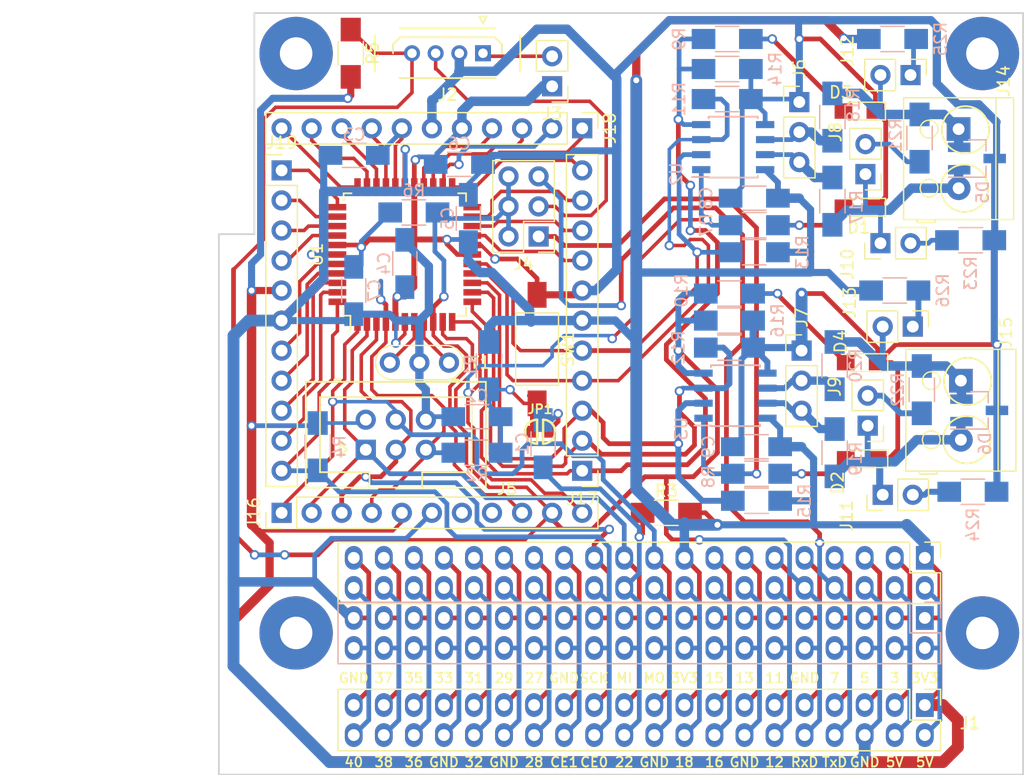
<source format=kicad_pcb>
(kicad_pcb (version 4) (host pcbnew 4.0.7-e2-6376~61~ubuntu18.04.1)
  (layers (0 F.Cu signal) (31 B.Cu signal) (34 B.Paste user hide) (35 F.Paste user hide) (36 B.SilkS user hide) (37 F.SilkS user hide) (38 B.Mask user hide) (39 F.Mask user hide) (44 Edge.Cuts user))
  (net 0 "")
  (net 1 "Net-(J1-Pad2)")
  (net 2 "Net-(J1-Pad3)")
  (net 3 "Net-(J1-Pad4)")
  (net 4 "Net-(J1-Pad5)")
  (net 5 "Net-(J1-Pad7)")
  (net 6 "Net-(J1-Pad9)")
  (net 7 "Net-(J1-Pad12)")
  (net 8 "Net-(J1-Pad13)")
  (net 9 "Net-(J1-Pad14)")
  (net 10 "Net-(J1-Pad15)")
  (net 11 "Net-(J1-Pad16)")
  (net 12 "Net-(J1-Pad18)")
  (net 13 "Net-(J1-Pad20)")
  (net 14 "Net-(J1-Pad26)")
  (net 15 "Net-(J1-Pad27)")
  (net 16 "Net-(J1-Pad28)")
  (net 17 "Net-(J1-Pad29)")
  (net 18 "Net-(J1-Pad30)")
  (net 19 "Net-(J1-Pad31)")
  (net 20 "Net-(J1-Pad32)")
  (net 21 "Net-(J1-Pad33)")
  (net 22 "Net-(J1-Pad34)")
  (net 23 "Net-(J1-Pad35)")
  (net 24 "Net-(J1-Pad36)")
  (net 25 "Net-(J1-Pad37)")
  (net 26 "Net-(J1-Pad38)")
  (net 27 "Net-(J1-Pad40)")
  (net 28 "Net-(D1-Pad2)")
  (net 29 "Net-(D2-Pad2)")
  (net 30 "Net-(C1-Pad1)")
  (net 31 GND)
  (net 32 /UC_SCK)
  (net 33 /UC_MISO)
  (net 34 /UC_MOSI)
  (net 35 +3V3)
  (net 36 /UC_RST)
  (net 37 "Net-(C1-Pad2)")
  (net 38 "Net-(C2-Pad1)")
  (net 39 "Net-(D3-Pad2)")
  (net 40 "Net-(D4-Pad2)")
  (net 41 /Modbus/B1-A)
  (net 42 /Modbus/B1-B)
  (net 43 /Modbus/B2-A)
  (net 44 /Modbus/B2-B)
  (net 45 "Net-(J1-Pad25)")
  (net 46 "Net-(J1-Pad8)")
  (net 47 "Net-(J2-Pad1)")
  (net 48 "Net-(J2-Pad3)")
  (net 49 /Modbus/TxD2)
  (net 50 "Net-(J6-Pad2)")
  (net 51 "Net-(J6-Pad3)")
  (net 52 "Net-(J7-Pad2)")
  (net 53 "Net-(J7-Pad3)")
  (net 54 "Net-(J8-Pad2)")
  (net 55 "Net-(J9-Pad2)")
  (net 56 "Net-(J10-Pad2)")
  (net 57 "Net-(J11-Pad2)")
  (net 58 "Net-(J12-Pad1)")
  (net 59 "Net-(J13-Pad1)")
  (net 60 /TxD0)
  (net 61 /RxD0)
  (net 62 /XTAL2)
  (net 63 /XTAL1)
  (net 64 /RxD1)
  (net 65 /TxD1)
  (net 66 /DE2)
  (net 67 /nRE2)
  (net 68 /DE1)
  (net 69 /nRE1)
  (net 70 /PC0)
  (net 71 /PC1)
  (net 72 /PC2)
  (net 73 /PC3)
  (net 74 /AREF)
  (net 75 /nSS)
  (net 76 /PC4)
  (net 77 /PC5)
  (net 78 /PC6)
  (net 79 /PC7)
  (net 80 /PA7)
  (net 81 /PA6)
  (net 82 /PA5)
  (net 83 /PA4)
  (net 84 /PA3)
  (net 85 /PA2)
  (net 86 /PA1)
  (net 87 /PA0)
  (net 88 /PB0)
  (net 89 /PB1)
  (net 90 /PB2)
  (net 91 /PB3)
  (net 92 "Net-(J16-Pad7)")
  (net 93 "Net-(J16-Pad8)")
  (net 94 "Net-(J1-Pad11)")
  (module Project:RPI_DINRAILBOX_4TE_72mmx91mm_DEBUG (layer F.Cu) (at 177.8 101.6)
    (fp_text reference J1 (at 3.81 8.89) (layer F.SilkS))
    (fp_text value Raspberry_Pi_2+ hide)
    (fp_text user GND (at -48.26 5.08) (layer F.SilkS) (effects (font (size 0.82 0.82))))
    (fp_text user 37 (at -45.72 5.08) (layer F.SilkS) (effects (font (size 0.82 0.82))))
    (fp_text user 35 (at -43.18 5.08) (layer F.SilkS) (effects (font (size 0.82 0.82))))
    (fp_text user 33 (at -40.64 5.08) (layer F.SilkS) (effects (font (size 0.82 0.82))))
    (fp_text user 31 (at -38.1 5.08) (layer F.SilkS) (effects (font (size 0.82 0.82))))
    (fp_text user 29 (at -35.56 5.08) (layer F.SilkS) (effects (font (size 0.82 0.82))))
    (fp_text user 27 (at -33.02 5.08) (layer F.SilkS) (effects (font (size 0.82 0.82))))
    (fp_text user GND (at -30.48 5.08) (layer F.SilkS) (effects (font (size 0.82 0.82))))
    (fp_text user SCK (at -27.94 5.08) (layer F.SilkS) (effects (font (size 0.82 0.82))))
    (fp_text user MI (at -25.4 5.08) (layer F.SilkS) (effects (font (size 0.82 0.82))))
    (fp_text user MO (at -22.86 5.08) (layer F.SilkS) (effects (font (size 0.82 0.82))))
    (fp_text user 3V3 (at -20.32 5.08) (layer F.SilkS) (effects (font (size 0.82 0.82))))
    (fp_text user 15 (at -17.78 5.08) (layer F.SilkS) (effects (font (size 0.82 0.82))))
    (fp_text user 40 (at -48.26 12.192) (layer F.SilkS) (effects (font (size 0.82 0.82))))
    (fp_text user 38 (at -45.72 12.192) (layer F.SilkS) (effects (font (size 0.82 0.82))))
    (fp_text user 36 (at -43.18 12.192) (layer F.SilkS) (effects (font (size 0.82 0.82))))
    (fp_text user GND (at -40.64 12.192) (layer F.SilkS) (effects (font (size 0.82 0.82))))
    (fp_text user 32 (at -38.1 12.192) (layer F.SilkS) (effects (font (size 0.82 0.82))))
    (fp_text user GND (at -35.56 12.192) (layer F.SilkS) (effects (font (size 0.82 0.82))))
    (fp_text user 28 (at -33.02 12.192) (layer F.SilkS) (effects (font (size 0.82 0.82))))
    (fp_text user CE1 (at -30.48 12.192) (layer F.SilkS) (effects (font (size 0.82 0.82))))
    (fp_text user CE0 (at -27.94 12.192) (layer F.SilkS) (effects (font (size 0.82 0.82))))
    (fp_text user 22 (at -25.4 12.192) (layer F.SilkS) (effects (font (size 0.82 0.82))))
    (fp_text user GND (at -22.86 12.192) (layer F.SilkS) (effects (font (size 0.82 0.82))))
    (fp_text user 18 (at -20.32 12.192) (layer F.SilkS) (effects (font (size 0.82 0.82))))
    (fp_text user 16 (at -17.78 12.192) (layer F.SilkS) (effects (font (size 0.82 0.82))))
    (fp_text user GND (at -15.24 12.192) (layer F.SilkS) (effects (font (size 0.82 0.82))))
    (fp_text user 12 (at -12.7 12.192) (layer F.SilkS) (effects (font (size 0.82 0.82))))
    (fp_text user 13 (at -15.24 5.08) (layer F.SilkS) (effects (font (size 0.82 0.82))))
    (fp_text user 11 (at -12.7 5.08) (layer F.SilkS) (effects (font (size 0.82 0.82))))
    (fp_text user RxD (at -10.16 12.192) (layer F.SilkS) (effects (font (size 0.82 0.82))))
    (fp_text user TxD (at -7.62 12.192) (layer F.SilkS) (effects (font (size 0.82 0.82))))
    (fp_text user GND (at -10.16 5.08) (layer F.SilkS) (effects (font (size 0.82 0.82))))
    (fp_text user 7 (at -7.62 5.08) (layer F.SilkS) (effects (font (size 0.82 0.82))))
    (fp_text user 5 (at -5.08 5.08) (layer F.SilkS) (effects (font (size 0.82 0.82))))
    (fp_text user 3 (at -2.54 5.08) (layer F.SilkS) (effects (font (size 0.82 0.82))))
    (fp_text user GND (at -5.08 12.192) (layer F.SilkS) (effects (font (size 0.82 0.82))))
    (fp_text user 5V (at -2.54 12.192) (layer F.SilkS) (effects (font (size 0.82 0.82))))
    (fp_text user 5V (at 0 12.192) (layer F.SilkS) (effects (font (size 0.82 0.82))))
    (fp_text user 3V3 (at 0 5.08) (layer F.SilkS) (effects (font (size 0.82 0.82))))
    (pad 40 thru_hole oval (at -48.26 2.54) (size 1.5 2) (drill 1) (layers *.Cu *.Mask) (net 27 "Net-(J1-Pad40)"))
    (pad 39 thru_hole oval (at -48.26 0) (size 1.5 2) (drill 1) (layers *.Cu *.Mask) (net 31 GND))
    (pad 38 thru_hole oval (at -45.72 2.54) (size 1.5 2) (drill 1) (layers *.Cu *.Mask) (net 26 "Net-(J1-Pad38)"))
    (pad 37 thru_hole oval (at -45.72 0) (size 1.5 2) (drill 1) (layers *.Cu *.Mask) (net 25 "Net-(J1-Pad37)"))
    (pad 36 thru_hole oval (at -43.18 2.54) (size 1.5 2) (drill 1) (layers *.Cu *.Mask) (net 24 "Net-(J1-Pad36)"))
    (pad 35 thru_hole oval (at -43.18 0) (size 1.5 2) (drill 1) (layers *.Cu *.Mask) (net 23 "Net-(J1-Pad35)"))
    (pad 34 thru_hole oval (at -40.64 2.54) (size 1.5 2) (drill 1) (layers *.Cu *.Mask) (net 22 "Net-(J1-Pad34)"))
    (pad 33 thru_hole oval (at -40.64 0) (size 1.5 2) (drill 1) (layers *.Cu *.Mask) (net 21 "Net-(J1-Pad33)"))
    (pad 32 thru_hole oval (at -38.1 2.54) (size 1.5 2) (drill 1) (layers *.Cu *.Mask) (net 20 "Net-(J1-Pad32)"))
    (pad 31 thru_hole oval (at -38.1 0) (size 1.5 2) (drill 1) (layers *.Cu *.Mask) (net 19 "Net-(J1-Pad31)"))
    (pad 30 thru_hole oval (at -35.56 2.54) (size 1.5 2) (drill 1) (layers *.Cu *.Mask) (net 18 "Net-(J1-Pad30)"))
    (pad 29 thru_hole oval (at -35.56 0) (size 1.5 2) (drill 1) (layers *.Cu *.Mask) (net 17 "Net-(J1-Pad29)"))
    (pad 28 thru_hole oval (at -33.02 2.54) (size 1.5 2) (drill 1) (layers *.Cu *.Mask) (net 16 "Net-(J1-Pad28)"))
    (pad 27 thru_hole oval (at -33.02 0) (size 1.5 2) (drill 1) (layers *.Cu *.Mask) (net 15 "Net-(J1-Pad27)"))
    (pad 26 thru_hole oval (at -30.48 2.54) (size 1.5 2) (drill 1) (layers *.Cu *.Mask) (net 14 "Net-(J1-Pad26)"))
    (pad 25 thru_hole oval (at -30.48 0) (size 1.5 2) (drill 1) (layers *.Cu *.Mask) (net 45 "Net-(J1-Pad25)"))
    (pad 24 thru_hole oval (at -27.94 2.54) (size 1.5 2) (drill 1) (layers *.Cu *.Mask) (net 75 /nSS))
    (pad 23 thru_hole oval (at -27.94 0) (size 1.5 2) (drill 1) (layers *.Cu *.Mask) (net 32 /UC_SCK))
    (pad 22 thru_hole oval (at -25.4 2.54) (size 1.5 2) (drill 1) (layers *.Cu *.Mask) (net 37 "Net-(C1-Pad2)"))
    (pad 21 thru_hole oval (at -25.4 0) (size 1.5 2) (drill 1) (layers *.Cu *.Mask) (net 33 /UC_MISO))
    (pad 20 thru_hole oval (at -22.86 2.54) (size 1.5 2) (drill 1) (layers *.Cu *.Mask) (net 13 "Net-(J1-Pad20)"))
    (pad 19 thru_hole oval (at -22.86 0) (size 1.5 2) (drill 1) (layers *.Cu *.Mask) (net 34 /UC_MOSI))
    (pad 18 thru_hole oval (at -20.32 2.54) (size 1.5 2) (drill 1) (layers *.Cu *.Mask) (net 12 "Net-(J1-Pad18)"))
    (pad 17 thru_hole oval (at -20.32 0) (size 1.5 2) (drill 1) (layers *.Cu *.Mask) (net 35 +3V3))
    (pad 16 thru_hole oval (at -17.78 2.54) (size 1.5 2) (drill 1) (layers *.Cu *.Mask) (net 11 "Net-(J1-Pad16)"))
    (pad 15 thru_hole oval (at -17.78 0) (size 1.5 2) (drill 1) (layers *.Cu *.Mask) (net 10 "Net-(J1-Pad15)"))
    (pad 14 thru_hole oval (at -15.24 2.54) (size 1.5 2) (drill 1) (layers *.Cu *.Mask) (net 9 "Net-(J1-Pad14)"))
    (pad 13 thru_hole oval (at -15.24 0) (size 1.5 2) (drill 1) (layers *.Cu *.Mask) (net 8 "Net-(J1-Pad13)"))
    (pad 12 thru_hole oval (at -12.7 2.54) (size 1.5 2) (drill 1) (layers *.Cu *.Mask) (net 7 "Net-(J1-Pad12)"))
    (pad 11 thru_hole oval (at -12.7 0) (size 1.5 2) (drill 1) (layers *.Cu *.Mask) (net 94 "Net-(J1-Pad11)"))
    (pad 10 thru_hole oval (at -10.16 2.54) (size 1.5 2) (drill 1) (layers *.Cu *.Mask) (net 60 /TxD0))
    (pad 9 thru_hole oval (at -10.16 0) (size 1.5 2) (drill 1) (layers *.Cu *.Mask) (net 6 "Net-(J1-Pad9)"))
    (pad 8 thru_hole oval (at -7.62 2.54) (size 1.5 2) (drill 1) (layers *.Cu *.Mask) (net 46 "Net-(J1-Pad8)"))
    (pad 7 thru_hole oval (at -7.62 0) (size 1.5 2) (drill 1) (layers *.Cu *.Mask) (net 5 "Net-(J1-Pad7)"))
    (pad 6 thru_hole oval (at -5.08 2.54) (size 1.5 2) (drill 1) (layers *.Cu *.Mask) (net 31 GND))
    (pad 5 thru_hole oval (at -5.08 0) (size 1.5 2) (drill 1) (layers *.Cu *.Mask) (net 4 "Net-(J1-Pad5)"))
    (pad 4 thru_hole oval (at -2.54 2.54) (size 1.5 2) (drill 1) (layers *.Cu *.Mask) (net 3 "Net-(J1-Pad4)"))
    (pad 3 thru_hole oval (at -2.54 0) (size 1.5 2) (drill 1) (layers *.Cu *.Mask) (net 2 "Net-(J1-Pad3)"))
    (pad 2 thru_hole oval (at 0 2.54) (size 1.5 2) (drill 1) (layers *.Cu *.Mask) (net 1 "Net-(J1-Pad2)"))
    (pad 1 thru_hole rect (at 0 0) (size 1.5 2) (drill 1) (layers *.Cu *.Mask) (net 35 +3V3))
    (pad 1 thru_hole rect (at 0 -5.08) (size 1.5 2) (drill 1) (layers *.Cu *.Mask) (net 35 +3V3))
    (pad 2 thru_hole oval (at 0 -2.54) (size 1.5 2) (drill 1) (layers *.Cu *.Mask) (net 1 "Net-(J1-Pad2)"))
    (pad 3 thru_hole oval (at -2.54 -5.08) (size 1.5 2) (drill 1) (layers *.Cu *.Mask) (net 2 "Net-(J1-Pad3)"))
    (pad 4 thru_hole oval (at -2.54 -2.54) (size 1.5 2) (drill 1) (layers *.Cu *.Mask) (net 3 "Net-(J1-Pad4)"))
    (pad 5 thru_hole oval (at -5.08 -5.08) (size 1.5 2) (drill 1) (layers *.Cu *.Mask) (net 4 "Net-(J1-Pad5)"))
    (pad 6 thru_hole oval (at -5.08 -2.54) (size 1.5 2) (drill 1) (layers *.Cu *.Mask) (net 31 GND))
    (pad 7 thru_hole oval (at -7.62 -5.08) (size 1.5 2) (drill 1) (layers *.Cu *.Mask) (net 5 "Net-(J1-Pad7)"))
    (pad 8 thru_hole oval (at -7.62 -2.54) (size 1.5 2) (drill 1) (layers *.Cu *.Mask) (net 46 "Net-(J1-Pad8)"))
    (pad 9 thru_hole oval (at -10.16 -5.08) (size 1.5 2) (drill 1) (layers *.Cu *.Mask) (net 6 "Net-(J1-Pad9)"))
    (pad 10 thru_hole oval (at -10.16 -2.54) (size 1.5 2) (drill 1) (layers *.Cu *.Mask) (net 60 /TxD0))
    (pad 11 thru_hole oval (at -12.7 -5.08) (size 1.5 2) (drill 1) (layers *.Cu *.Mask) (net 94 "Net-(J1-Pad11)"))
    (pad 12 thru_hole oval (at -12.7 -2.54) (size 1.5 2) (drill 1) (layers *.Cu *.Mask) (net 7 "Net-(J1-Pad12)"))
    (pad 13 thru_hole oval (at -15.24 -5.08) (size 1.5 2) (drill 1) (layers *.Cu *.Mask) (net 8 "Net-(J1-Pad13)"))
    (pad 14 thru_hole oval (at -15.24 -2.54) (size 1.5 2) (drill 1) (layers *.Cu *.Mask) (net 9 "Net-(J1-Pad14)"))
    (pad 15 thru_hole oval (at -17.78 -5.08) (size 1.5 2) (drill 1) (layers *.Cu *.Mask) (net 10 "Net-(J1-Pad15)"))
    (pad 16 thru_hole oval (at -17.78 -2.54) (size 1.5 2) (drill 1) (layers *.Cu *.Mask) (net 11 "Net-(J1-Pad16)"))
    (pad 17 thru_hole oval (at -20.32 -5.08) (size 1.5 2) (drill 1) (layers *.Cu *.Mask) (net 35 +3V3))
    (pad 18 thru_hole oval (at -20.32 -2.54) (size 1.5 2) (drill 1) (layers *.Cu *.Mask) (net 12 "Net-(J1-Pad18)"))
    (pad 19 thru_hole oval (at -22.86 -5.08) (size 1.5 2) (drill 1) (layers *.Cu *.Mask) (net 34 /UC_MOSI))
    (pad 20 thru_hole oval (at -22.86 -2.54) (size 1.5 2) (drill 1) (layers *.Cu *.Mask) (net 13 "Net-(J1-Pad20)"))
    (pad 21 thru_hole oval (at -25.4 -5.08) (size 1.5 2) (drill 1) (layers *.Cu *.Mask) (net 33 /UC_MISO))
    (pad 22 thru_hole oval (at -25.4 -2.54) (size 1.5 2) (drill 1) (layers *.Cu *.Mask) (net 37 "Net-(C1-Pad2)"))
    (pad 23 thru_hole oval (at -27.94 -5.08) (size 1.5 2) (drill 1) (layers *.Cu *.Mask) (net 32 /UC_SCK))
    (pad 24 thru_hole oval (at -27.94 -2.54) (size 1.5 2) (drill 1) (layers *.Cu *.Mask) (net 75 /nSS))
    (pad 25 thru_hole oval (at -30.48 -5.08) (size 1.5 2) (drill 1) (layers *.Cu *.Mask) (net 45 "Net-(J1-Pad25)"))
    (pad 26 thru_hole oval (at -30.48 -2.54) (size 1.5 2) (drill 1) (layers *.Cu *.Mask) (net 14 "Net-(J1-Pad26)"))
    (pad 27 thru_hole oval (at -33.02 -5.08) (size 1.5 2) (drill 1) (layers *.Cu *.Mask) (net 15 "Net-(J1-Pad27)"))
    (pad 28 thru_hole oval (at -33.02 -2.54) (size 1.5 2) (drill 1) (layers *.Cu *.Mask) (net 16 "Net-(J1-Pad28)"))
    (pad 29 thru_hole oval (at -35.56 -5.08) (size 1.5 2) (drill 1) (layers *.Cu *.Mask) (net 17 "Net-(J1-Pad29)"))
    (pad 30 thru_hole oval (at -35.56 -2.54) (size 1.5 2) (drill 1) (layers *.Cu *.Mask) (net 18 "Net-(J1-Pad30)"))
    (pad 31 thru_hole oval (at -38.1 -5.08) (size 1.5 2) (drill 1) (layers *.Cu *.Mask) (net 19 "Net-(J1-Pad31)"))
    (pad 32 thru_hole oval (at -38.1 -2.54) (size 1.5 2) (drill 1) (layers *.Cu *.Mask) (net 20 "Net-(J1-Pad32)"))
    (pad 33 thru_hole oval (at -40.64 -5.08) (size 1.5 2) (drill 1) (layers *.Cu *.Mask) (net 21 "Net-(J1-Pad33)"))
    (pad 34 thru_hole oval (at -40.64 -2.54) (size 1.5 2) (drill 1) (layers *.Cu *.Mask) (net 22 "Net-(J1-Pad34)"))
    (pad 35 thru_hole oval (at -43.18 -5.08) (size 1.5 2) (drill 1) (layers *.Cu *.Mask) (net 23 "Net-(J1-Pad35)"))
    (pad 36 thru_hole oval (at -43.18 -2.54) (size 1.5 2) (drill 1) (layers *.Cu *.Mask) (net 24 "Net-(J1-Pad36)"))
    (pad 37 thru_hole oval (at -45.72 -5.08) (size 1.5 2) (drill 1) (layers *.Cu *.Mask) (net 25 "Net-(J1-Pad37)"))
    (pad 38 thru_hole oval (at -45.72 -2.54) (size 1.5 2) (drill 1) (layers *.Cu *.Mask) (net 26 "Net-(J1-Pad38)"))
    (pad 39 thru_hole oval (at -48.26 -5.08) (size 1.5 2) (drill 1) (layers *.Cu *.Mask) (net 31 GND))
    (pad 40 thru_hole oval (at -48.26 -2.54) (size 1.5 2) (drill 1) (layers *.Cu *.Mask) (net 27 "Net-(J1-Pad40)"))
    (pad 40 thru_hole oval (at -48.26 9.906) (size 1.5 2) (drill 1) (layers *.Cu *.Mask) (net 27 "Net-(J1-Pad40)"))
    (pad 39 thru_hole oval (at -48.26 7.366) (size 1.5 2) (drill 1) (layers *.Cu *.Mask) (net 31 GND))
    (pad 38 thru_hole oval (at -45.72 9.906) (size 1.5 2) (drill 1) (layers *.Cu *.Mask) (net 26 "Net-(J1-Pad38)"))
    (pad 37 thru_hole oval (at -45.72 7.366) (size 1.5 2) (drill 1) (layers *.Cu *.Mask) (net 25 "Net-(J1-Pad37)"))
    (pad 36 thru_hole oval (at -43.18 9.906) (size 1.5 2) (drill 1) (layers *.Cu *.Mask) (net 24 "Net-(J1-Pad36)"))
    (pad 35 thru_hole oval (at -43.18 7.366) (size 1.5 2) (drill 1) (layers *.Cu *.Mask) (net 23 "Net-(J1-Pad35)"))
    (pad 34 thru_hole oval (at -40.64 9.906) (size 1.5 2) (drill 1) (layers *.Cu *.Mask) (net 22 "Net-(J1-Pad34)"))
    (pad 33 thru_hole oval (at -40.64 7.366) (size 1.5 2) (drill 1) (layers *.Cu *.Mask) (net 21 "Net-(J1-Pad33)"))
    (pad 32 thru_hole oval (at -38.1 9.906) (size 1.5 2) (drill 1) (layers *.Cu *.Mask) (net 20 "Net-(J1-Pad32)"))
    (pad 31 thru_hole oval (at -38.1 7.366) (size 1.5 2) (drill 1) (layers *.Cu *.Mask) (net 19 "Net-(J1-Pad31)"))
    (pad 30 thru_hole oval (at -35.56 9.906) (size 1.5 2) (drill 1) (layers *.Cu *.Mask) (net 18 "Net-(J1-Pad30)"))
    (pad 29 thru_hole oval (at -35.56 7.366) (size 1.5 2) (drill 1) (layers *.Cu *.Mask) (net 17 "Net-(J1-Pad29)"))
    (pad 28 thru_hole oval (at -33.02 9.906) (size 1.5 2) (drill 1) (layers *.Cu *.Mask) (net 16 "Net-(J1-Pad28)"))
    (pad 27 thru_hole oval (at -33.02 7.366) (size 1.5 2) (drill 1) (layers *.Cu *.Mask) (net 15 "Net-(J1-Pad27)"))
    (pad 26 thru_hole oval (at -30.48 9.906) (size 1.5 2) (drill 1) (layers *.Cu *.Mask) (net 14 "Net-(J1-Pad26)"))
    (pad 25 thru_hole oval (at -30.48 7.366) (size 1.5 2) (drill 1) (layers *.Cu *.Mask) (net 45 "Net-(J1-Pad25)"))
    (pad 24 thru_hole oval (at -27.94 9.906) (size 1.5 2) (drill 1) (layers *.Cu *.Mask) (net 75 /nSS))
    (pad 23 thru_hole oval (at -27.94 7.366) (size 1.5 2) (drill 1) (layers *.Cu *.Mask) (net 32 /UC_SCK))
    (pad 22 thru_hole oval (at -25.4 9.906) (size 1.5 2) (drill 1) (layers *.Cu *.Mask) (net 37 "Net-(C1-Pad2)"))
    (pad 21 thru_hole oval (at -25.4 7.366) (size 1.5 2) (drill 1) (layers *.Cu *.Mask) (net 33 /UC_MISO))
    (pad 20 thru_hole oval (at -22.86 9.906) (size 1.5 2) (drill 1) (layers *.Cu *.Mask) (net 13 "Net-(J1-Pad20)"))
    (pad 19 thru_hole oval (at -22.86 7.366) (size 1.5 2) (drill 1) (layers *.Cu *.Mask) (net 34 /UC_MOSI))
    (pad 18 thru_hole oval (at -20.32 9.906) (size 1.5 2) (drill 1) (layers *.Cu *.Mask) (net 12 "Net-(J1-Pad18)"))
    (pad 17 thru_hole oval (at -20.32 7.366) (size 1.5 2) (drill 1) (layers *.Cu *.Mask) (net 35 +3V3))
    (pad 16 thru_hole oval (at -17.78 9.906) (size 1.5 2) (drill 1) (layers *.Cu *.Mask) (net 11 "Net-(J1-Pad16)"))
    (pad 15 thru_hole oval (at -17.78 7.366) (size 1.5 2) (drill 1) (layers *.Cu *.Mask) (net 10 "Net-(J1-Pad15)"))
    (pad 14 thru_hole oval (at -15.24 9.906) (size 1.5 2) (drill 1) (layers *.Cu *.Mask) (net 9 "Net-(J1-Pad14)"))
    (pad 13 thru_hole oval (at -15.24 7.366) (size 1.5 2) (drill 1) (layers *.Cu *.Mask) (net 8 "Net-(J1-Pad13)"))
    (pad 12 thru_hole oval (at -12.7 9.906) (size 1.5 2) (drill 1) (layers *.Cu *.Mask) (net 7 "Net-(J1-Pad12)"))
    (pad 11 thru_hole oval (at -12.7 7.366) (size 1.5 2) (drill 1) (layers *.Cu *.Mask) (net 94 "Net-(J1-Pad11)"))
    (pad 10 thru_hole oval (at -10.16 9.906) (size 1.5 2) (drill 1) (layers *.Cu *.Mask) (net 60 /TxD0))
    (pad 9 thru_hole oval (at -10.16 7.366) (size 1.5 2) (drill 1) (layers *.Cu *.Mask) (net 6 "Net-(J1-Pad9)"))
    (pad 8 thru_hole oval (at -7.62 9.906) (size 1.5 2) (drill 1) (layers *.Cu *.Mask) (net 46 "Net-(J1-Pad8)"))
    (pad 7 thru_hole oval (at -7.62 7.366) (size 1.5 2) (drill 1) (layers *.Cu *.Mask) (net 5 "Net-(J1-Pad7)"))
    (pad 6 thru_hole oval (at -5.08 9.906) (size 1.5 2) (drill 1) (layers *.Cu *.Mask) (net 31 GND))
    (pad 5 thru_hole oval (at -5.08 7.366) (size 1.5 2) (drill 1) (layers *.Cu *.Mask) (net 4 "Net-(J1-Pad5)"))
    (pad 4 thru_hole oval (at -2.54 9.906) (size 1.5 2) (drill 1) (layers *.Cu *.Mask) (net 3 "Net-(J1-Pad4)"))
    (pad 3 thru_hole oval (at -2.54 7.366) (size 1.5 2) (drill 1) (layers *.Cu *.Mask) (net 2 "Net-(J1-Pad3)"))
    (pad 2 thru_hole oval (at 0 9.906) (size 1.5 2) (drill 1) (layers *.Cu *.Mask) (net 1 "Net-(J1-Pad2)"))
    (pad 1 thru_hole rect (at 0 7.366) (size 1.5 2) (drill 1) (layers *.Cu *.Mask) (net 35 +3V3))
    (pad "" np_thru_hole circle (at 4.87 -47.73) (size 6.2 6.2) (drill 2.75) (layers *.Cu *.Mask))
    (pad "" np_thru_hole circle (at -53.13 -47.73) (size 6.2 6.2) (drill 2.75) (layers *.Cu *.Mask))
    (pad "" np_thru_hole circle (at -53.13 1.27) (size 6.2 6.2) (drill 2.75) (layers *.Cu *.Mask))
    (pad "" np_thru_hole circle (at 4.87 1.27) (size 6.2 6.2) (drill 2.75) (layers *.Cu *.Mask))
  )
  (module Capacitors_SMD:C_1206_HandSoldering (layer B.Cu) (at 145.542 86.868 270)
    (fp_text reference C1 (at 0 1.75 270) (layer B.SilkS) (effects (justify mirror)))
    (fp_text value 100n hide)
    (pad 1 smd rect (at -2 0 270) (size 2 1.6) (layers B.Cu B.Paste B.Mask) (net 30 "Net-(C1-Pad1)"))
    (pad 2 smd rect (at 2 0 270) (size 2 1.6) (layers B.Cu B.Paste B.Mask) (net 37 "Net-(C1-Pad2)"))
  )
  (module Capacitors_SMD:C_1206_HandSoldering (layer B.Cu) (at 139.954 84.582 180)
    (fp_text reference C2 (at 0 1.75 180) (layer B.SilkS) (effects (justify mirror)))
    (fp_text value 100n hide)
    (pad 1 smd rect (at -2 0 180) (size 2 1.6) (layers B.Cu B.Paste B.Mask) (net 38 "Net-(C2-Pad1)"))
    (pad 2 smd rect (at 2 0 180) (size 2 1.6) (layers B.Cu B.Paste B.Mask) (net 31 GND))
  )
  (module Capacitors_SMD:C_1206_HandSoldering (layer B.Cu) (at 129.572 62.484 180)
    (fp_text reference C3 (at 0 1.75 180) (layer B.SilkS) (effects (justify mirror)))
    (fp_text value 100n hide)
    (pad 1 smd rect (at -2 0 180) (size 2 1.6) (layers B.Cu B.Paste B.Mask) (net 74 /AREF))
    (pad 2 smd rect (at 2 0 180) (size 2 1.6) (layers B.Cu B.Paste B.Mask) (net 31 GND))
  )
  (module Capacitors_SMD:C_1206_HandSoldering (layer B.Cu) (at 133.858 71.628 270)
    (fp_text reference C4 (at 0 1.75 270) (layer B.SilkS) (effects (justify mirror)))
    (fp_text value 100n)
    (pad 1 smd rect (at -2 0 270) (size 2 1.6) (layers B.Cu B.Paste B.Mask) (net 31 GND))
    (pad 2 smd rect (at 2 0 270) (size 2 1.6) (layers B.Cu B.Paste B.Mask) (net 35 +3V3))
  )
  (module Capacitors_SMD:C_1206_HandSoldering (layer B.Cu) (at 139.224 67.818 270)
    (fp_text reference C5 (at 0 1.75 270) (layer B.SilkS) (effects (justify mirror)))
    (fp_text value 100n hide)
    (pad 1 smd rect (at -2 0 270) (size 2 1.6) (layers B.Cu B.Paste B.Mask) (net 31 GND))
    (pad 2 smd rect (at 2 0 270) (size 2 1.6) (layers B.Cu B.Paste B.Mask) (net 35 +3V3))
  )
  (module Capacitors_SMD:C_1206_HandSoldering (layer B.Cu) (at 138.462 63.246 180)
    (fp_text reference C6 (at 0 1.75 180) (layer B.SilkS) (effects (justify mirror)))
    (fp_text value 100n hide)
    (pad 1 smd rect (at -2 0 180) (size 2 1.6) (layers B.Cu B.Paste B.Mask) (net 31 GND))
    (pad 2 smd rect (at 2 0 180) (size 2 1.6) (layers B.Cu B.Paste B.Mask) (net 35 +3V3))
  )
  (module Capacitors_SMD:C_1206_HandSoldering (layer B.Cu) (at 129.54 73.914 90)
    (fp_text reference C7 (at 0 1.75 90) (layer B.SilkS) (effects (justify mirror)))
    (fp_text value 100n hide)
    (pad 1 smd rect (at -2 0 90) (size 2 1.6) (layers B.Cu B.Paste B.Mask) (net 31 GND))
    (pad 2 smd rect (at 2 0 90) (size 2 1.6) (layers B.Cu B.Paste B.Mask) (net 35 +3V3))
  )
  (module Capacitors_SMD:C_1206_HandSoldering (layer B.Cu) (at 163.3855 66.1035)
    (fp_text reference C8 (at -4.064 0 90) (layer B.SilkS) (effects (justify mirror)))
    (fp_text value 100n hide)
    (pad 1 smd rect (at -2 0) (size 2 1.6) (layers B.Cu B.Paste B.Mask) (net 31 GND))
    (pad 2 smd rect (at 2 0) (size 2 1.6) (layers B.Cu B.Paste B.Mask) (net 35 +3V3))
  )
  (module Capacitors_SMD:C_1206_HandSoldering (layer B.Cu) (at 163.576 87.122)
    (fp_text reference C9 (at -4.064 0 90) (layer B.SilkS) (effects (justify mirror)))
    (fp_text value 100n hide)
    (pad 1 smd rect (at -2 0) (size 2 1.6) (layers B.Cu B.Paste B.Mask) (net 31 GND))
    (pad 2 smd rect (at 2 0) (size 2 1.6) (layers B.Cu B.Paste B.Mask) (net 35 +3V3))
  )
  (module LEDs:LED_0805_HandSoldering (layer F.Cu) (at 172.2755 66.8655 180)
    (fp_text reference D1 (at 0.0635 -1.7145 360) (layer F.SilkS))
    (fp_text value LED hide)
    (pad 1 smd rect (at -1.35 0 180) (size 1.5 1.3) (layers F.Cu F.Paste F.Mask) (net 31 GND))
    (pad 2 smd rect (at 1.35 0 180) (size 1.5 1.3) (layers F.Cu F.Paste F.Mask) (net 28 "Net-(D1-Pad2)"))
  )
  (module LEDs:LED_0805_HandSoldering (layer F.Cu) (at 172.466 88.138 180)
    (fp_text reference D2 (at 2.032 -2.032 270) (layer F.SilkS))
    (fp_text value LED hide)
    (pad 1 smd rect (at -1.35 0 180) (size 1.5 1.3) (layers F.Cu F.Paste F.Mask) (net 31 GND))
    (pad 2 smd rect (at 1.35 0 180) (size 1.5 1.3) (layers F.Cu F.Paste F.Mask) (net 29 "Net-(D2-Pad2)"))
  )
  (module LEDs:LED_0805_HandSoldering (layer F.Cu) (at 172.2755 58.7375 180)
    (fp_text reference D3 (at 1.5875 1.5875 360) (layer F.SilkS))
    (fp_text value LED hide)
    (pad 1 smd rect (at -1.35 0 180) (size 1.5 1.3) (layers F.Cu F.Paste F.Mask) (net 31 GND))
    (pad 2 smd rect (at 1.35 0 180) (size 1.5 1.3) (layers F.Cu F.Paste F.Mask) (net 39 "Net-(D3-Pad2)"))
  )
  (module LEDs:LED_0805_HandSoldering (layer F.Cu) (at 172.466 80.01 180)
    (fp_text reference D4 (at 1.778 1.778 270) (layer F.SilkS))
    (fp_text value LED hide)
    (pad 1 smd rect (at -1.35 0 180) (size 1.5 1.3) (layers F.Cu F.Paste F.Mask) (net 31 GND))
    (pad 2 smd rect (at 1.35 0 180) (size 1.5 1.3) (layers F.Cu F.Paste F.Mask) (net 40 "Net-(D4-Pad2)"))
  )
  (module TO_SOT_Packages_SMD:SOT-23_Handsoldering (layer B.Cu) (at 182.2069 62.7507)
    (fp_text reference D5 (at 0.4826 2.8448 90) (layer B.SilkS) (effects (justify mirror)))
    (fp_text value D_TVS_x2_AAC hide)
    (pad 1 smd rect (at -1.5 0.95) (size 1.9 0.8) (layers B.Cu B.Paste B.Mask) (net 42 /Modbus/B1-B))
    (pad 2 smd rect (at -1.5 -0.95) (size 1.9 0.8) (layers B.Cu B.Paste B.Mask) (net 41 /Modbus/B1-A))
    (pad 3 smd rect (at 1.5 0) (size 1.9 0.8) (layers B.Cu B.Paste B.Mask) (net 31 GND))
  )
  (module TO_SOT_Packages_SMD:SOT-23_Handsoldering (layer B.Cu) (at 182.3974 84.0486)
    (fp_text reference D6 (at 0.4826 2.8194 90) (layer B.SilkS) (effects (justify mirror)))
    (fp_text value D_TVS_x2_AAC hide)
    (pad 1 smd rect (at -1.5 0.95) (size 1.9 0.8) (layers B.Cu B.Paste B.Mask) (net 44 /Modbus/B2-B))
    (pad 2 smd rect (at -1.5 -0.95) (size 1.9 0.8) (layers B.Cu B.Paste B.Mask) (net 43 /Modbus/B2-A))
    (pad 3 smd rect (at 1.5 0) (size 1.9 0.8) (layers B.Cu B.Paste B.Mask) (net 31 GND))
  )
  (module Connectors_Harwin:Harwin_LTek-Male_04x2.00mm_Straight_StrainRelief (layer F.Cu) (at 140.462 53.848 180)
    (fp_text reference J2 (at 3 -3.5 180) (layer F.SilkS))
    (fp_text value UART-Harwin4 hide)
    (pad 1 thru_hole rect (at 0 0 180) (size 1.35 1.35) (drill 0.8) (layers *.Cu *.Mask) (net 47 "Net-(J2-Pad1)"))
    (pad 2 thru_hole circle (at 2 0 180) (size 1.35 1.35) (drill 0.8) (layers *.Cu *.Mask) (net 31 GND))
    (pad 3 thru_hole circle (at 4 0 180) (size 1.35 1.35) (drill 0.8) (layers *.Cu *.Mask) (net 48 "Net-(J2-Pad3)"))
    (pad 4 thru_hole circle (at 6 0 180) (size 1.35 1.35) (drill 0.8) (layers *.Cu *.Mask) (net 60 /TxD0))
    (pad "" np_thru_hole circle (at -2.25 -2.375 180) (size 0.95 0.95) (drill 0.95) (layers *.Cu *.Mask))
    (pad "" np_thru_hole circle (at -2.25 2.375 180) (size 0.95 0.95) (drill 0.95) (layers *.Cu *.Mask))
    (pad "" np_thru_hole circle (at 8.25 -2.375 180) (size 0.95 0.95) (drill 0.95) (layers *.Cu *.Mask))
    (pad "" np_thru_hole circle (at 8.25 2.375 180) (size 0.95 0.95) (drill 0.95) (layers *.Cu *.Mask))
  )
  (module Pin_Headers:Pin_Header_Straight_1x02_Pitch2.54mm (layer F.Cu) (at 146.304 56.642 180)
    (fp_text reference J3 (at 0 -2.33 180) (layer F.SilkS))
    (fp_text value Conn_01x02 hide)
    (pad 1 thru_hole rect (at 0 0 180) (size 1.7 1.7) (drill 1) (layers *.Cu *.Mask) (net 35 +3V3))
    (pad 2 thru_hole oval (at 0 2.54 180) (size 1.7 1.7) (drill 1) (layers *.Cu *.Mask) (net 47 "Net-(J2-Pad1)"))
  )
  (module Pin_Headers:Pin_Header_Straight_2x03_Pitch2.54mm (layer F.Cu) (at 145.161 69.342 180)
    (fp_text reference J4 (at 1.27 -2.33 180) (layer F.SilkS))
    (fp_text value Conn_02x03_Odd_Even hide)
    (pad 1 thru_hole rect (at 0 0 180) (size 1.7 1.7) (drill 1) (layers *.Cu *.Mask) (net 49 /Modbus/TxD2))
    (pad 2 thru_hole oval (at 2.54 0 180) (size 1.7 1.7) (drill 1) (layers *.Cu *.Mask) (net 61 /RxD0))
    (pad 3 thru_hole oval (at 0 2.54 180) (size 1.7 1.7) (drill 1) (layers *.Cu *.Mask) (net 48 "Net-(J2-Pad3)"))
    (pad 4 thru_hole oval (at 2.54 2.54 180) (size 1.7 1.7) (drill 1) (layers *.Cu *.Mask) (net 61 /RxD0))
    (pad 5 thru_hole oval (at 0 5.08 180) (size 1.7 1.7) (drill 1) (layers *.Cu *.Mask) (net 46 "Net-(J1-Pad8)"))
    (pad 6 thru_hole oval (at 2.54 5.08 180) (size 1.7 1.7) (drill 1) (layers *.Cu *.Mask) (net 61 /RxD0))
  )
  (module Project:IDC_2x3x2.54mm_Straight (layer F.Cu) (at 130.556 87.376)
    (fp_text reference J5 (at 11.938 3.302) (layer F.SilkS))
    (fp_text value Atmega-ISP-6 hide)
    (pad 1 thru_hole rect (at 0 0) (size 1.7 1.7) (drill 1) (layers *.Cu *.Mask) (net 33 /UC_MISO))
    (pad 2 thru_hole circle (at 0 -2.54) (size 1.7 1.7) (drill 1) (layers *.Cu *.Mask) (net 35 +3V3))
    (pad 3 thru_hole circle (at 2.54 0) (size 1.7 1.7) (drill 1) (layers *.Cu *.Mask) (net 32 /UC_SCK))
    (pad 4 thru_hole circle (at 2.54 -2.54) (size 1.7 1.7) (drill 1) (layers *.Cu *.Mask) (net 34 /UC_MOSI))
    (pad 5 thru_hole circle (at 5.08 0) (size 1.7 1.7) (drill 1) (layers *.Cu *.Mask) (net 36 /UC_RST))
    (pad 6 thru_hole circle (at 5.08 -2.54) (size 1.7 1.7) (drill 1) (layers *.Cu *.Mask) (net 31 GND))
  )
  (module Pin_Headers:Pin_Header_Straight_1x03_Pitch2.54mm (layer F.Cu) (at 167.1955 57.9755)
    (fp_text reference J6 (at 0 -2.794 90) (layer F.SilkS))
    (fp_text value Conn_01x03 hide)
    (pad 1 thru_hole rect (at 0 0) (size 1.7 1.7) (drill 1) (layers *.Cu *.Mask) (net 31 GND))
    (pad 2 thru_hole oval (at 0 2.54) (size 1.7 1.7) (drill 1) (layers *.Cu *.Mask) (net 50 "Net-(J6-Pad2)"))
    (pad 3 thru_hole oval (at 0 5.08) (size 1.7 1.7) (drill 1) (layers *.Cu *.Mask) (net 51 "Net-(J6-Pad3)"))
  )
  (module Pin_Headers:Pin_Header_Straight_1x03_Pitch2.54mm (layer F.Cu) (at 167.386 78.994)
    (fp_text reference J7 (at 0 -2.794 90) (layer F.SilkS))
    (fp_text value Conn_01x03 hide)
    (pad 1 thru_hole rect (at 0 0) (size 1.7 1.7) (drill 1) (layers *.Cu *.Mask) (net 31 GND))
    (pad 2 thru_hole oval (at 0 2.54) (size 1.7 1.7) (drill 1) (layers *.Cu *.Mask) (net 52 "Net-(J7-Pad2)"))
    (pad 3 thru_hole oval (at 0 5.08) (size 1.7 1.7) (drill 1) (layers *.Cu *.Mask) (net 53 "Net-(J7-Pad3)"))
  )
  (module Pin_Headers:Pin_Header_Straight_1x02_Pitch2.54mm (layer F.Cu) (at 172.7835 64.0715 180)
    (fp_text reference J8 (at 2.54 3.556 450) (layer F.SilkS))
    (fp_text value Conn_01x02 hide)
    (pad 1 thru_hole rect (at 0 0 180) (size 1.7 1.7) (drill 1) (layers *.Cu *.Mask) (net 42 /Modbus/B1-B))
    (pad 2 thru_hole oval (at 0 2.54 180) (size 1.7 1.7) (drill 1) (layers *.Cu *.Mask) (net 54 "Net-(J8-Pad2)"))
  )
  (module Pin_Headers:Pin_Header_Straight_1x02_Pitch2.54mm (layer F.Cu) (at 172.974 85.344 180)
    (fp_text reference J9 (at 2.794 3.302 270) (layer F.SilkS))
    (fp_text value Conn_01x02 hide)
    (pad 1 thru_hole rect (at 0 0 180) (size 1.7 1.7) (drill 1) (layers *.Cu *.Mask) (net 44 /Modbus/B2-B))
    (pad 2 thru_hole oval (at 0 2.54 180) (size 1.7 1.7) (drill 1) (layers *.Cu *.Mask) (net 55 "Net-(J9-Pad2)"))
  )
  (module Pin_Headers:Pin_Header_Straight_1x02_Pitch2.54mm (layer F.Cu) (at 174.0535 69.9135 90)
    (fp_text reference J10 (at -1.778 -2.794 90) (layer F.SilkS))
    (fp_text value Conn_01x02 hide)
    (pad 1 thru_hole rect (at 0 0 90) (size 1.7 1.7) (drill 1) (layers *.Cu *.Mask) (net 42 /Modbus/B1-B))
    (pad 2 thru_hole oval (at 0 2.54 90) (size 1.7 1.7) (drill 1) (layers *.Cu *.Mask) (net 56 "Net-(J10-Pad2)"))
  )
  (module Pin_Headers:Pin_Header_Straight_1x02_Pitch2.54mm (layer F.Cu) (at 174.244 91.186 90)
    (fp_text reference J11 (at -1.778 -3.048 90) (layer F.SilkS))
    (fp_text value Conn_01x02 hide)
    (pad 1 thru_hole rect (at 0 0 90) (size 1.7 1.7) (drill 1) (layers *.Cu *.Mask) (net 44 /Modbus/B2-B))
    (pad 2 thru_hole oval (at 0 2.54 90) (size 1.7 1.7) (drill 1) (layers *.Cu *.Mask) (net 57 "Net-(J11-Pad2)"))
  )
  (module Pin_Headers:Pin_Header_Straight_1x02_Pitch2.54mm (layer F.Cu) (at 176.5935 55.6895 270)
    (fp_text reference J12 (at -2.032 5.334 270) (layer F.SilkS))
    (fp_text value Conn_01x02 hide)
    (pad 1 thru_hole rect (at 0 0 270) (size 1.7 1.7) (drill 1) (layers *.Cu *.Mask) (net 58 "Net-(J12-Pad1)"))
    (pad 2 thru_hole oval (at 0 2.54 270) (size 1.7 1.7) (drill 1) (layers *.Cu *.Mask) (net 41 /Modbus/B1-A))
  )
  (module Pin_Headers:Pin_Header_Straight_1x02_Pitch2.54mm (layer F.Cu) (at 176.784 76.962 270)
    (fp_text reference J13 (at -2.032 5.334 270) (layer F.SilkS))
    (fp_text value Conn_01x02 hide)
    (pad 1 thru_hole rect (at 0 0 270) (size 1.7 1.7) (drill 1) (layers *.Cu *.Mask) (net 59 "Net-(J13-Pad1)"))
    (pad 2 thru_hole oval (at 0 2.54 270) (size 1.7 1.7) (drill 1) (layers *.Cu *.Mask) (net 43 /Modbus/B2-A))
  )
  (module Project:Terminalblock-2x-5mm (layer F.Cu) (at 180.6575 60.2615 270)
    (fp_text reference J14 (at -4.064 -3.81 270) (layer F.SilkS))
    (fp_text value Screw_Terminal_01x02 hide)
    (pad 2 thru_hole circle (at 5 0 270) (size 2 2) (drill 1) (layers *.Cu *.Mask) (net 42 /Modbus/B1-B))
    (pad 1 thru_hole rect (at 0 0 270) (size 2 2) (drill 1) (layers *.Cu *.Mask) (net 41 /Modbus/B1-A))
  )
  (module Project:Terminalblock-2x-5mm (layer F.Cu) (at 180.848 81.534 270)
    (fp_text reference J15 (at -4.064 -3.81 270) (layer F.SilkS))
    (fp_text value Screw_Terminal_01x02 hide)
    (pad 2 thru_hole circle (at 5 0 270) (size 2 2) (drill 1) (layers *.Cu *.Mask) (net 44 /Modbus/B2-B))
    (pad 1 thru_hole rect (at 0 0 270) (size 2 2) (drill 1) (layers *.Cu *.Mask) (net 43 /Modbus/B2-A))
  )
  (module Project:SOLDER-JUMPER_1-WAY (layer F.Cu) (at 145.288 85.852 180)
    (fp_text reference JP1 (at 0 1.905 180) (layer F.SilkS) (effects (font (size 0.762 0.762) (thickness 0.1524))))
    (fp_text value Jumper_NC_Small hide)
    (pad 1 smd rect (at -0.65 0 180) (size 1 1) (layers F.Cu F.Paste F.Mask) (net 30 "Net-(C1-Pad1)"))
    (pad 2 smd rect (at 0.65 0 180) (size 1 1) (layers F.Cu F.Paste F.Mask) (net 38 "Net-(C2-Pad1)"))
  )
  (module Resistors_SMD:R_1206_HandSoldering (layer B.Cu) (at 140.97 80.264 90)
    (fp_text reference R1 (at 0 -1.524 90) (layer B.SilkS) (effects (justify mirror)))
    (fp_text value 10K hide)
    (pad 1 smd rect (at -2 0 90) (size 2 1.7) (layers B.Cu B.Paste B.Mask) (net 38 "Net-(C2-Pad1)"))
    (pad 2 smd rect (at 2 0 90) (size 2 1.7) (layers B.Cu B.Paste B.Mask) (net 35 +3V3))
  )
  (module Resistors_SMD:R_1206_HandSoldering (layer B.Cu) (at 139.954 87.63)
    (fp_text reference R2 (at 0 1.85) (layer B.SilkS) (effects (justify mirror)))
    (fp_text value 10K hide)
    (pad 1 smd rect (at -2 0) (size 2 1.7) (layers B.Cu B.Paste B.Mask) (net 36 /UC_RST))
    (pad 2 smd rect (at 2 0) (size 2 1.7) (layers B.Cu B.Paste B.Mask) (net 38 "Net-(C2-Pad1)"))
  )
  (module Resistors_SMD:R_1206_HandSoldering (layer F.Cu) (at 155.956 92.71)
    (fp_text reference R3 (at 0 -1.85) (layer F.SilkS))
    (fp_text value 47K hide)
    (pad 1 smd rect (at -2 0) (size 2 1.7) (layers F.Cu F.Paste F.Mask) (net 37 "Net-(C1-Pad2)"))
    (pad 2 smd rect (at 2 0) (size 2 1.7) (layers F.Cu F.Paste F.Mask) (net 35 +3V3))
  )
  (module Resistors_SMD:R_1206_HandSoldering (layer B.Cu) (at 126.492 87.122 90)
    (fp_text reference R4 (at 0 1.85 90) (layer B.SilkS) (effects (justify mirror)))
    (fp_text value 47K hide)
    (pad 1 smd rect (at -2 0 90) (size 2 1.7) (layers B.Cu B.Paste B.Mask) (net 75 /nSS))
    (pad 2 smd rect (at 2 0 90) (size 2 1.7) (layers B.Cu B.Paste B.Mask) (net 35 +3V3))
  )
  (module Resistors_SMD:R_1206_HandSoldering (layer F.Cu) (at 129.286 53.848 270)
    (fp_text reference R5 (at 0 -1.85 270) (layer F.SilkS))
    (fp_text value 47K hide)
    (pad 1 smd rect (at -2 0 270) (size 2 1.7) (layers F.Cu F.Paste F.Mask) (net 60 /TxD0))
    (pad 2 smd rect (at 2 0 270) (size 2 1.7) (layers F.Cu F.Paste F.Mask) (net 35 +3V3))
  )
  (module Resistors_SMD:R_1206_HandSoldering (layer B.Cu) (at 134.62 67.31 180)
    (fp_text reference R6 (at 0 1.85 180) (layer B.SilkS) (effects (justify mirror)))
    (fp_text value 47K hide)
    (pad 1 smd rect (at -2 0 180) (size 2 1.7) (layers B.Cu B.Paste B.Mask) (net 61 /RxD0))
    (pad 2 smd rect (at 2 0 180) (size 2 1.7) (layers B.Cu B.Paste B.Mask) (net 35 +3V3))
  )
  (module Resistors_SMD:R_1206_HandSoldering (layer B.Cu) (at 163.3855 68.3895 180)
    (fp_text reference R7 (at 4.064 0 270) (layer B.SilkS) (effects (justify mirror)))
    (fp_text value 560R hide)
    (pad 1 smd rect (at -2 0 180) (size 2 1.7) (layers B.Cu B.Paste B.Mask) (net 28 "Net-(D1-Pad2)"))
    (pad 2 smd rect (at 2 0 180) (size 2 1.7) (layers B.Cu B.Paste B.Mask) (net 64 /RxD1))
  )
  (module Resistors_SMD:R_1206_HandSoldering (layer B.Cu) (at 163.576 89.408 180)
    (fp_text reference R8 (at 4.064 -0.254 270) (layer B.SilkS) (effects (justify mirror)))
    (fp_text value 560R hide)
    (pad 1 smd rect (at -2 0 180) (size 2 1.7) (layers B.Cu B.Paste B.Mask) (net 29 "Net-(D2-Pad2)"))
    (pad 2 smd rect (at 2 0 180) (size 2 1.7) (layers B.Cu B.Paste B.Mask) (net 49 /Modbus/TxD2))
  )
  (module Resistors_SMD:R_1206_HandSoldering (layer B.Cu) (at 161.0995 52.6415 180)
    (fp_text reference R9 (at 4.064 0 270) (layer B.SilkS) (effects (justify mirror)))
    (fp_text value 560R hide)
    (pad 1 smd rect (at -2 0 180) (size 2 1.7) (layers B.Cu B.Paste B.Mask) (net 39 "Net-(D3-Pad2)"))
    (pad 2 smd rect (at 2 0 180) (size 2 1.7) (layers B.Cu B.Paste B.Mask) (net 65 /TxD1))
  )
  (module Resistors_SMD:R_1206_HandSoldering (layer B.Cu) (at 161.29 74.168 180)
    (fp_text reference R10 (at 4.064 0.254 270) (layer B.SilkS) (effects (justify mirror)))
    (fp_text value 560R hide)
    (pad 1 smd rect (at -2 0 180) (size 2 1.7) (layers B.Cu B.Paste B.Mask) (net 40 "Net-(D4-Pad2)"))
    (pad 2 smd rect (at 2 0 180) (size 2 1.7) (layers B.Cu B.Paste B.Mask) (net 60 /TxD0))
  )
  (module Resistors_SMD:R_1206_HandSoldering (layer B.Cu) (at 161.0995 57.7215 180)
    (fp_text reference R11 (at 4.064 0 270) (layer B.SilkS) (effects (justify mirror)))
    (fp_text value 47K hide)
    (pad 1 smd rect (at -2 0 180) (size 2 1.7) (layers B.Cu B.Paste B.Mask) (net 31 GND))
    (pad 2 smd rect (at 2 0 180) (size 2 1.7) (layers B.Cu B.Paste B.Mask) (net 68 /DE1))
  )
  (module Resistors_SMD:R_1206_HandSoldering (layer B.Cu) (at 161.29 78.74 180)
    (fp_text reference R12 (at 4.318 0 270) (layer B.SilkS) (effects (justify mirror)))
    (fp_text value 47K hide)
    (pad 1 smd rect (at -2 0 180) (size 2 1.7) (layers B.Cu B.Paste B.Mask) (net 31 GND))
    (pad 2 smd rect (at 2 0 180) (size 2 1.7) (layers B.Cu B.Paste B.Mask) (net 66 /DE2))
  )
  (module Resistors_SMD:R_1206_HandSoldering (layer B.Cu) (at 163.3855 70.6755)
    (fp_text reference R13 (at 4.064 0 90) (layer B.SilkS) (effects (justify mirror)))
    (fp_text value 47K hide)
    (pad 1 smd rect (at -2 0) (size 2 1.7) (layers B.Cu B.Paste B.Mask) (net 69 /nRE1))
    (pad 2 smd rect (at 2 0) (size 2 1.7) (layers B.Cu B.Paste B.Mask) (net 35 +3V3))
  )
  (module Resistors_SMD:R_1206_HandSoldering (layer B.Cu) (at 161.0995 55.1815 180)
    (fp_text reference R14 (at -4.064 0 270) (layer B.SilkS) (effects (justify mirror)))
    (fp_text value 47K hide)
    (pad 1 smd rect (at -2 0 180) (size 2 1.7) (layers B.Cu B.Paste B.Mask) (net 31 GND))
    (pad 2 smd rect (at 2 0 180) (size 2 1.7) (layers B.Cu B.Paste B.Mask) (net 65 /TxD1))
  )
  (module Resistors_SMD:R_1206_HandSoldering (layer B.Cu) (at 163.576 91.694)
    (fp_text reference R15 (at 4.064 0 90) (layer B.SilkS) (effects (justify mirror)))
    (fp_text value 47K hide)
    (pad 1 smd rect (at -2 0) (size 2 1.7) (layers B.Cu B.Paste B.Mask) (net 67 /nRE2))
    (pad 2 smd rect (at 2 0) (size 2 1.7) (layers B.Cu B.Paste B.Mask) (net 35 +3V3))
  )
  (module Resistors_SMD:R_1206_HandSoldering (layer B.Cu) (at 161.29 76.454 180)
    (fp_text reference R16 (at -4.064 0 270) (layer B.SilkS) (effects (justify mirror)))
    (fp_text value 47K hide)
    (pad 1 smd rect (at -2 0 180) (size 2 1.7) (layers B.Cu B.Paste B.Mask) (net 31 GND))
    (pad 2 smd rect (at 2 0 180) (size 2 1.7) (layers B.Cu B.Paste B.Mask) (net 60 /TxD0))
  )
  (module Resistors_SMD:R_1206_HandSoldering (layer B.Cu) (at 169.9895 66.3575 270)
    (fp_text reference R17 (at 0.508 -2.032 450) (layer B.SilkS) (effects (justify mirror)))
    (fp_text value 10R hide)
    (pad 1 smd rect (at -2 0 270) (size 2 1.7) (layers B.Cu B.Paste B.Mask) (net 51 "Net-(J6-Pad3)"))
    (pad 2 smd rect (at 2 0 270) (size 2 1.7) (layers B.Cu B.Paste B.Mask) (net 42 /Modbus/B1-B))
  )
  (module Resistors_SMD:R_1206_HandSoldering (layer B.Cu) (at 169.9895 59.2455 90)
    (fp_text reference R18 (at 1.016 1.778 270) (layer B.SilkS) (effects (justify mirror)))
    (fp_text value 10R hide)
    (pad 1 smd rect (at -2 0 90) (size 2 1.7) (layers B.Cu B.Paste B.Mask) (net 50 "Net-(J6-Pad2)"))
    (pad 2 smd rect (at 2 0 90) (size 2 1.7) (layers B.Cu B.Paste B.Mask) (net 41 /Modbus/B1-A))
  )
  (module Resistors_SMD:R_1206_HandSoldering (layer B.Cu) (at 170.18 87.63 270)
    (fp_text reference R19 (at 0.508 -1.778 270) (layer B.SilkS) (effects (justify mirror)))
    (fp_text value 10R hide)
    (pad 1 smd rect (at -2 0 270) (size 2 1.7) (layers B.Cu B.Paste B.Mask) (net 53 "Net-(J7-Pad3)"))
    (pad 2 smd rect (at 2 0 270) (size 2 1.7) (layers B.Cu B.Paste B.Mask) (net 44 /Modbus/B2-B))
  )
  (module Resistors_SMD:R_1206_HandSoldering (layer B.Cu) (at 170.18 80.264 90)
    (fp_text reference R20 (at 0 1.778 90) (layer B.SilkS) (effects (justify mirror)))
    (fp_text value 10R hide)
    (pad 1 smd rect (at -2 0 90) (size 2 1.7) (layers B.Cu B.Paste B.Mask) (net 52 "Net-(J7-Pad2)"))
    (pad 2 smd rect (at 2 0 90) (size 2 1.7) (layers B.Cu B.Paste B.Mask) (net 43 /Modbus/B2-A))
  )
  (module Resistors_SMD:R_1206_HandSoldering (layer B.Cu) (at 177.3555 61.0235 270)
    (fp_text reference R21 (at -0.254 2.032 270) (layer B.SilkS) (effects (justify mirror)))
    (fp_text value 150R hide)
    (pad 1 smd rect (at -2 0 270) (size 2 1.7) (layers B.Cu B.Paste B.Mask) (net 41 /Modbus/B1-A))
    (pad 2 smd rect (at 2 0 270) (size 2 1.7) (layers B.Cu B.Paste B.Mask) (net 54 "Net-(J8-Pad2)"))
  )
  (module Resistors_SMD:R_1206_HandSoldering (layer B.Cu) (at 177.546 82.296 270)
    (fp_text reference R22 (at 0 2.032 270) (layer B.SilkS) (effects (justify mirror)))
    (fp_text value 150R hide)
    (pad 1 smd rect (at -2 0 270) (size 2 1.7) (layers B.Cu B.Paste B.Mask) (net 43 /Modbus/B2-A))
    (pad 2 smd rect (at 2 0 270) (size 2 1.7) (layers B.Cu B.Paste B.Mask) (net 55 "Net-(J9-Pad2)"))
  )
  (module Resistors_SMD:R_1206_HandSoldering (layer B.Cu) (at 181.6735 69.6595 180)
    (fp_text reference R23 (at 0 -2.794 450) (layer B.SilkS) (effects (justify mirror)))
    (fp_text value 330R hide)
    (pad 1 smd rect (at -2 0 180) (size 2 1.7) (layers B.Cu B.Paste B.Mask) (net 31 GND))
    (pad 2 smd rect (at 2 0 180) (size 2 1.7) (layers B.Cu B.Paste B.Mask) (net 56 "Net-(J10-Pad2)"))
  )
  (module Resistors_SMD:R_1206_HandSoldering (layer B.Cu) (at 181.864 90.932 180)
    (fp_text reference R24 (at 0 -2.794 450) (layer B.SilkS) (effects (justify mirror)))
    (fp_text value 330R hide)
    (pad 1 smd rect (at -2 0 180) (size 2 1.7) (layers B.Cu B.Paste B.Mask) (net 31 GND))
    (pad 2 smd rect (at 2 0 180) (size 2 1.7) (layers B.Cu B.Paste B.Mask) (net 57 "Net-(J11-Pad2)"))
  )
  (module Resistors_SMD:R_1206_HandSoldering (layer B.Cu) (at 175.0695 52.6415 180)
    (fp_text reference R25 (at -4.064 0 450) (layer B.SilkS) (effects (justify mirror)))
    (fp_text value 330R hide)
    (pad 1 smd rect (at -2 0 180) (size 2 1.7) (layers B.Cu B.Paste B.Mask) (net 58 "Net-(J12-Pad1)"))
    (pad 2 smd rect (at 2 0 180) (size 2 1.7) (layers B.Cu B.Paste B.Mask) (net 35 +3V3))
  )
  (module Resistors_SMD:R_1206_HandSoldering (layer B.Cu) (at 175.26 73.914 180)
    (fp_text reference R26 (at -4.064 0 450) (layer B.SilkS) (effects (justify mirror)))
    (fp_text value 330R hide)
    (pad 1 smd rect (at -2 0 180) (size 2 1.7) (layers B.Cu B.Paste B.Mask) (net 59 "Net-(J13-Pad1)"))
    (pad 2 smd rect (at 2 0 180) (size 2 1.7) (layers B.Cu B.Paste B.Mask) (net 35 +3V3))
  )
  (module Buttons_Switches_SMD:SW_SPST_FSMSM (layer F.Cu) (at 145.034 78.867 270)
    (fp_text reference SW1 (at 0 -2.6 270) (layer F.SilkS))
    (fp_text value SW_Push hide)
    (pad 1 smd rect (at -4.59 0 270) (size 2.18 1.6) (layers F.Cu F.Paste F.Mask) (net 31 GND))
    (pad 2 smd rect (at 4.59 0 270) (size 2.18 1.6) (layers F.Cu F.Paste F.Mask) (net 38 "Net-(C2-Pad1)"))
  )
  (module Housings_QFP:TQFP-44_10x10mm_Pitch0.8mm (layer F.Cu) (at 133.858 70.866 90)
    (fp_text reference U1 (at 0 -7.45 90) (layer F.SilkS))
    (fp_text value ATMEGA324P-20AU hide)
    (pad 1 smd rect (at -5.7 -4 90) (size 1.5 0.55) (layers F.Cu F.Paste F.Mask) (net 34 /UC_MOSI))
    (pad 2 smd rect (at -5.7 -3.2 90) (size 1.5 0.55) (layers F.Cu F.Paste F.Mask) (net 33 /UC_MISO))
    (pad 3 smd rect (at -5.7 -2.4 90) (size 1.5 0.55) (layers F.Cu F.Paste F.Mask) (net 32 /UC_SCK))
    (pad 4 smd rect (at -5.7 -1.6 90) (size 1.5 0.55) (layers F.Cu F.Paste F.Mask) (net 36 /UC_RST))
    (pad 5 smd rect (at -5.7 -0.8 90) (size 1.5 0.55) (layers F.Cu F.Paste F.Mask) (net 35 +3V3))
    (pad 6 smd rect (at -5.7 0 90) (size 1.5 0.55) (layers F.Cu F.Paste F.Mask) (net 31 GND))
    (pad 7 smd rect (at -5.7 0.8 90) (size 1.5 0.55) (layers F.Cu F.Paste F.Mask) (net 62 /XTAL2))
    (pad 8 smd rect (at -5.7 1.6 90) (size 1.5 0.55) (layers F.Cu F.Paste F.Mask) (net 63 /XTAL1))
    (pad 9 smd rect (at -5.7 2.4 90) (size 1.5 0.55) (layers F.Cu F.Paste F.Mask) (net 61 /RxD0))
    (pad 10 smd rect (at -5.7 3.2 90) (size 1.5 0.55) (layers F.Cu F.Paste F.Mask) (net 60 /TxD0))
    (pad 11 smd rect (at -5.7 4 90) (size 1.5 0.55) (layers F.Cu F.Paste F.Mask) (net 64 /RxD1))
    (pad 12 smd rect (at -4 5.7 180) (size 1.5 0.55) (layers F.Cu F.Paste F.Mask) (net 65 /TxD1))
    (pad 13 smd rect (at -3.2 5.7 180) (size 1.5 0.55) (layers F.Cu F.Paste F.Mask) (net 66 /DE2))
    (pad 14 smd rect (at -2.4 5.7 180) (size 1.5 0.55) (layers F.Cu F.Paste F.Mask) (net 67 /nRE2))
    (pad 15 smd rect (at -1.6 5.7 180) (size 1.5 0.55) (layers F.Cu F.Paste F.Mask) (net 68 /DE1))
    (pad 16 smd rect (at -0.8 5.7 180) (size 1.5 0.55) (layers F.Cu F.Paste F.Mask) (net 69 /nRE1))
    (pad 17 smd rect (at 0 5.7 180) (size 1.5 0.55) (layers F.Cu F.Paste F.Mask) (net 35 +3V3))
    (pad 18 smd rect (at 0.8 5.7 180) (size 1.5 0.55) (layers F.Cu F.Paste F.Mask) (net 31 GND))
    (pad 19 smd rect (at 1.6 5.7 180) (size 1.5 0.55) (layers F.Cu F.Paste F.Mask) (net 70 /PC0))
    (pad 20 smd rect (at 2.4 5.7 180) (size 1.5 0.55) (layers F.Cu F.Paste F.Mask) (net 71 /PC1))
    (pad 21 smd rect (at 3.2 5.7 180) (size 1.5 0.55) (layers F.Cu F.Paste F.Mask) (net 72 /PC2))
    (pad 22 smd rect (at 4 5.7 180) (size 1.5 0.55) (layers F.Cu F.Paste F.Mask) (net 73 /PC3))
    (pad 23 smd rect (at 5.7 4 90) (size 1.5 0.55) (layers F.Cu F.Paste F.Mask) (net 76 /PC4))
    (pad 24 smd rect (at 5.7 3.2 90) (size 1.5 0.55) (layers F.Cu F.Paste F.Mask) (net 77 /PC5))
    (pad 25 smd rect (at 5.7 2.4 90) (size 1.5 0.55) (layers F.Cu F.Paste F.Mask) (net 78 /PC6))
    (pad 26 smd rect (at 5.7 1.6 90) (size 1.5 0.55) (layers F.Cu F.Paste F.Mask) (net 79 /PC7))
    (pad 27 smd rect (at 5.7 0.8 90) (size 1.5 0.55) (layers F.Cu F.Paste F.Mask) (net 35 +3V3))
    (pad 28 smd rect (at 5.7 0 90) (size 1.5 0.55) (layers F.Cu F.Paste F.Mask) (net 31 GND))
    (pad 29 smd rect (at 5.7 -0.8 90) (size 1.5 0.55) (layers F.Cu F.Paste F.Mask) (net 74 /AREF))
    (pad 30 smd rect (at 5.7 -1.6 90) (size 1.5 0.55) (layers F.Cu F.Paste F.Mask) (net 80 /PA7))
    (pad 31 smd rect (at 5.7 -2.4 90) (size 1.5 0.55) (layers F.Cu F.Paste F.Mask) (net 81 /PA6))
    (pad 32 smd rect (at 5.7 -3.2 90) (size 1.5 0.55) (layers F.Cu F.Paste F.Mask) (net 82 /PA5))
    (pad 33 smd rect (at 5.7 -4 90) (size 1.5 0.55) (layers F.Cu F.Paste F.Mask) (net 83 /PA4))
    (pad 34 smd rect (at 4 -5.7 180) (size 1.5 0.55) (layers F.Cu F.Paste F.Mask) (net 84 /PA3))
    (pad 35 smd rect (at 3.2 -5.7 180) (size 1.5 0.55) (layers F.Cu F.Paste F.Mask) (net 85 /PA2))
    (pad 36 smd rect (at 2.4 -5.7 180) (size 1.5 0.55) (layers F.Cu F.Paste F.Mask) (net 86 /PA1))
    (pad 37 smd rect (at 1.6 -5.7 180) (size 1.5 0.55) (layers F.Cu F.Paste F.Mask) (net 87 /PA0))
    (pad 38 smd rect (at 0.8 -5.7 180) (size 1.5 0.55) (layers F.Cu F.Paste F.Mask) (net 35 +3V3))
    (pad 39 smd rect (at 0 -5.7 180) (size 1.5 0.55) (layers F.Cu F.Paste F.Mask) (net 31 GND))
    (pad 40 smd rect (at -0.8 -5.7 180) (size 1.5 0.55) (layers F.Cu F.Paste F.Mask) (net 88 /PB0))
    (pad 41 smd rect (at -1.6 -5.7 180) (size 1.5 0.55) (layers F.Cu F.Paste F.Mask) (net 89 /PB1))
    (pad 42 smd rect (at -2.4 -5.7 180) (size 1.5 0.55) (layers F.Cu F.Paste F.Mask) (net 90 /PB2))
    (pad 43 smd rect (at -3.2 -5.7 180) (size 1.5 0.55) (layers F.Cu F.Paste F.Mask) (net 91 /PB3))
    (pad 44 smd rect (at -4 -5.7 180) (size 1.5 0.55) (layers F.Cu F.Paste F.Mask) (net 75 /nSS))
  )
  (module Housings_SOIC:SOIC-8_3.9x4.9mm_Pitch1.27mm (layer B.Cu) (at 161.6075 61.7855)
    (fp_text reference U2 (at -4.826 2.286 90) (layer B.SilkS) (effects (justify mirror)))
    (fp_text value SN65HVD11 hide)
    (pad 1 smd rect (at -2.7 1.905) (size 1.55 0.6) (layers B.Cu B.Paste B.Mask) (net 64 /RxD1))
    (pad 2 smd rect (at -2.7 0.635) (size 1.55 0.6) (layers B.Cu B.Paste B.Mask) (net 69 /nRE1))
    (pad 3 smd rect (at -2.7 -0.635) (size 1.55 0.6) (layers B.Cu B.Paste B.Mask) (net 68 /DE1))
    (pad 4 smd rect (at -2.7 -1.905) (size 1.55 0.6) (layers B.Cu B.Paste B.Mask) (net 65 /TxD1))
    (pad 5 smd rect (at 2.7 -1.905) (size 1.55 0.6) (layers B.Cu B.Paste B.Mask) (net 31 GND))
    (pad 6 smd rect (at 2.7 -0.635) (size 1.55 0.6) (layers B.Cu B.Paste B.Mask) (net 50 "Net-(J6-Pad2)"))
    (pad 7 smd rect (at 2.7 0.635) (size 1.55 0.6) (layers B.Cu B.Paste B.Mask) (net 51 "Net-(J6-Pad3)"))
    (pad 8 smd rect (at 2.7 1.905) (size 1.55 0.6) (layers B.Cu B.Paste B.Mask) (net 35 +3V3))
  )
  (module Housings_SOIC:SOIC-8_3.9x4.9mm_Pitch1.27mm (layer B.Cu) (at 161.798 82.804)
    (fp_text reference U3 (at -4.572 2.794 90) (layer B.SilkS) (effects (justify mirror)))
    (fp_text value SN65HVD11 hide)
    (pad 1 smd rect (at -2.7 1.905) (size 1.55 0.6) (layers B.Cu B.Paste B.Mask) (net 49 /Modbus/TxD2))
    (pad 2 smd rect (at -2.7 0.635) (size 1.55 0.6) (layers B.Cu B.Paste B.Mask) (net 67 /nRE2))
    (pad 3 smd rect (at -2.7 -0.635) (size 1.55 0.6) (layers B.Cu B.Paste B.Mask) (net 66 /DE2))
    (pad 4 smd rect (at -2.7 -1.905) (size 1.55 0.6) (layers B.Cu B.Paste B.Mask) (net 60 /TxD0))
    (pad 5 smd rect (at 2.7 -1.905) (size 1.55 0.6) (layers B.Cu B.Paste B.Mask) (net 31 GND))
    (pad 6 smd rect (at 2.7 -0.635) (size 1.55 0.6) (layers B.Cu B.Paste B.Mask) (net 52 "Net-(J7-Pad2)"))
    (pad 7 smd rect (at 2.7 0.635) (size 1.55 0.6) (layers B.Cu B.Paste B.Mask) (net 53 "Net-(J7-Pad3)"))
    (pad 8 smd rect (at 2.7 1.905) (size 1.55 0.6) (layers B.Cu B.Paste B.Mask) (net 35 +3V3))
  )
  (module Crystals:Resonator-3pin_w7.0mm_h2.5mm (layer F.Cu) (at 132.588 80.01)
    (fp_text reference Y1 (at 7.62 0 180) (layer F.SilkS))
    (fp_text value 12MHz)
    (pad 1 thru_hole circle (at 0 0) (size 1.7 1.7) (drill 1) (layers *.Cu *.Mask) (net 62 /XTAL2))
    (pad 2 thru_hole circle (at 2.5 0) (size 1.7 1.7) (drill 1) (layers *.Cu *.Mask) (net 31 GND))
    (pad 3 thru_hole circle (at 5 0) (size 1.7 1.7) (drill 1) (layers *.Cu *.Mask) (net 63 /XTAL1))
  )
  (module Pin_Headers:Pin_Header_Straight_1x11_Pitch2.54mm (layer F.Cu) (at 123.444 92.71 90)
    (fp_text reference J16 (at 0 -2.33 90) (layer F.SilkS))
    (fp_text value Conn_01x11 hide)
    (pad 1 thru_hole rect (at 0 0 90) (size 1.7 1.7) (drill 1) (layers *.Cu *.Mask) (net 34 /UC_MOSI))
    (pad 2 thru_hole oval (at 0 2.54 90) (size 1.7 1.7) (drill 1) (layers *.Cu *.Mask) (net 33 /UC_MISO))
    (pad 3 thru_hole oval (at 0 5.08 90) (size 1.7 1.7) (drill 1) (layers *.Cu *.Mask) (net 32 /UC_SCK))
    (pad 4 thru_hole oval (at 0 7.62 90) (size 1.7 1.7) (drill 1) (layers *.Cu *.Mask) (net 36 /UC_RST))
    (pad 5 thru_hole oval (at 0 10.16 90) (size 1.7 1.7) (drill 1) (layers *.Cu *.Mask) (net 35 +3V3))
    (pad 6 thru_hole oval (at 0 12.7 90) (size 1.7 1.7) (drill 1) (layers *.Cu *.Mask) (net 31 GND))
    (pad 7 thru_hole oval (at 0 15.24 90) (size 1.7 1.7) (drill 1) (layers *.Cu *.Mask) (net 92 "Net-(J16-Pad7)"))
    (pad 8 thru_hole oval (at 0 17.78 90) (size 1.7 1.7) (drill 1) (layers *.Cu *.Mask) (net 93 "Net-(J16-Pad8)"))
    (pad 9 thru_hole oval (at 0 20.32 90) (size 1.7 1.7) (drill 1) (layers *.Cu *.Mask) (net 61 /RxD0))
    (pad 10 thru_hole oval (at 0 22.86 90) (size 1.7 1.7) (drill 1) (layers *.Cu *.Mask) (net 60 /TxD0))
    (pad 11 thru_hole oval (at 0 25.4 90) (size 1.7 1.7) (drill 1) (layers *.Cu *.Mask) (net 64 /RxD1))
  )
  (module Pin_Headers:Pin_Header_Straight_1x11_Pitch2.54mm (layer F.Cu) (at 148.844 89.154 180)
    (fp_text reference J17 (at 0 -2.33 180) (layer F.SilkS))
    (fp_text value Conn_01x11 hide)
    (pad 1 thru_hole rect (at 0 0 180) (size 1.7 1.7) (drill 1) (layers *.Cu *.Mask) (net 65 /TxD1))
    (pad 2 thru_hole oval (at 0 2.54 180) (size 1.7 1.7) (drill 1) (layers *.Cu *.Mask) (net 66 /DE2))
    (pad 3 thru_hole oval (at 0 5.08 180) (size 1.7 1.7) (drill 1) (layers *.Cu *.Mask) (net 67 /nRE2))
    (pad 4 thru_hole oval (at 0 7.62 180) (size 1.7 1.7) (drill 1) (layers *.Cu *.Mask) (net 68 /DE1))
    (pad 5 thru_hole oval (at 0 10.16 180) (size 1.7 1.7) (drill 1) (layers *.Cu *.Mask) (net 69 /nRE1))
    (pad 6 thru_hole oval (at 0 12.7 180) (size 1.7 1.7) (drill 1) (layers *.Cu *.Mask) (net 35 +3V3))
    (pad 7 thru_hole oval (at 0 15.24 180) (size 1.7 1.7) (drill 1) (layers *.Cu *.Mask) (net 31 GND))
    (pad 8 thru_hole oval (at 0 17.78 180) (size 1.7 1.7) (drill 1) (layers *.Cu *.Mask) (net 70 /PC0))
    (pad 9 thru_hole oval (at 0 20.32 180) (size 1.7 1.7) (drill 1) (layers *.Cu *.Mask) (net 71 /PC1))
    (pad 10 thru_hole oval (at 0 22.86 180) (size 1.7 1.7) (drill 1) (layers *.Cu *.Mask) (net 72 /PC2))
    (pad 11 thru_hole oval (at 0 25.4 180) (size 1.7 1.7) (drill 1) (layers *.Cu *.Mask) (net 73 /PC3))
  )
  (module Pin_Headers:Pin_Header_Straight_1x11_Pitch2.54mm (layer F.Cu) (at 148.844 60.198 270)
    (fp_text reference J18 (at 0 -2.33 270) (layer F.SilkS))
    (fp_text value Conn_01x11 hide)
    (pad 1 thru_hole rect (at 0 0 270) (size 1.7 1.7) (drill 1) (layers *.Cu *.Mask) (net 76 /PC4))
    (pad 2 thru_hole oval (at 0 2.54 270) (size 1.7 1.7) (drill 1) (layers *.Cu *.Mask) (net 77 /PC5))
    (pad 3 thru_hole oval (at 0 5.08 270) (size 1.7 1.7) (drill 1) (layers *.Cu *.Mask) (net 78 /PC6))
    (pad 4 thru_hole oval (at 0 7.62 270) (size 1.7 1.7) (drill 1) (layers *.Cu *.Mask) (net 79 /PC7))
    (pad 5 thru_hole oval (at 0 10.16 270) (size 1.7 1.7) (drill 1) (layers *.Cu *.Mask) (net 35 +3V3))
    (pad 6 thru_hole oval (at 0 12.7 270) (size 1.7 1.7) (drill 1) (layers *.Cu *.Mask) (net 31 GND))
    (pad 7 thru_hole oval (at 0 15.24 270) (size 1.7 1.7) (drill 1) (layers *.Cu *.Mask) (net 74 /AREF))
    (pad 8 thru_hole oval (at 0 17.78 270) (size 1.7 1.7) (drill 1) (layers *.Cu *.Mask) (net 80 /PA7))
    (pad 9 thru_hole oval (at 0 20.32 270) (size 1.7 1.7) (drill 1) (layers *.Cu *.Mask) (net 81 /PA6))
    (pad 10 thru_hole oval (at 0 22.86 270) (size 1.7 1.7) (drill 1) (layers *.Cu *.Mask) (net 82 /PA5))
    (pad 11 thru_hole oval (at 0 25.4 270) (size 1.7 1.7) (drill 1) (layers *.Cu *.Mask) (net 83 /PA4))
  )
  (module Pin_Headers:Pin_Header_Straight_1x11_Pitch2.54mm (layer F.Cu) (at 123.444 63.754)
    (fp_text reference J19 (at 0 -2.33) (layer F.SilkS))
    (fp_text value Conn_01x11 hide)
    (pad 1 thru_hole rect (at 0 0) (size 1.7 1.7) (drill 1) (layers *.Cu *.Mask) (net 84 /PA3))
    (pad 2 thru_hole oval (at 0 2.54) (size 1.7 1.7) (drill 1) (layers *.Cu *.Mask) (net 85 /PA2))
    (pad 3 thru_hole oval (at 0 5.08) (size 1.7 1.7) (drill 1) (layers *.Cu *.Mask) (net 86 /PA1))
    (pad 4 thru_hole oval (at 0 7.62) (size 1.7 1.7) (drill 1) (layers *.Cu *.Mask) (net 87 /PA0))
    (pad 5 thru_hole oval (at 0 10.16) (size 1.7 1.7) (drill 1) (layers *.Cu *.Mask) (net 35 +3V3))
    (pad 6 thru_hole oval (at 0 12.7) (size 1.7 1.7) (drill 1) (layers *.Cu *.Mask) (net 31 GND))
    (pad 7 thru_hole oval (at 0 15.24) (size 1.7 1.7) (drill 1) (layers *.Cu *.Mask) (net 88 /PB0))
    (pad 8 thru_hole oval (at 0 17.78) (size 1.7 1.7) (drill 1) (layers *.Cu *.Mask) (net 89 /PB1))
    (pad 9 thru_hole oval (at 0 20.32) (size 1.7 1.7) (drill 1) (layers *.Cu *.Mask) (net 90 /PB2))
    (pad 10 thru_hole oval (at 0 22.86) (size 1.7 1.7) (drill 1) (layers *.Cu *.Mask) (net 91 /PB3))
    (pad 11 thru_hole oval (at 0 25.4) (size 1.7 1.7) (drill 1) (layers *.Cu *.Mask) (net 75 /nSS))
  )
  (gr_text TERM (at 230.886 101.6) (layer F.SilkS) (effects (font (size 1 0.8))))
  (gr_text "A   B" (at 228.346 107.188) (layer F.SilkS) (effects (font (size 1 0.8))))
  (gr_text GND (at 224.028 107.188) (layer F.SilkS) (effects (font (size 1 0.8))))
  (gr_text "Rx A-BUS2-B Tx" (at 229.616 96.266) (layer F.SilkS) (effects (font (size 1 0.8))))
  (gr_text PU (at 222.504 92.456) (layer F.SilkS) (effects (font (size 1 0.8))))
  (gr_text PD (at 236.728 92.456) (layer F.SilkS) (effects (font (size 1 0.8))))
  (gr_text TERM (at 226.06 42.164) (layer F.SilkS) (effects (font (size 1 0.8))))
  (gr_text PD (at 232.156 33.02) (layer F.SilkS) (effects (font (size 1 0.8))))
  (gr_text PU (at 217.932 33.02) (layer F.SilkS) (effects (font (size 1 0.8))))
  (gr_text GND (at 219.964 47.498) (layer F.SilkS) (effects (font (size 1 0.8))))
  (gr_text "A   B" (at 224.028 47.498) (layer F.SilkS) (effects (font (size 1 0.8))))
  (gr_text "Rx A-BUS1-B Tx" (at 225.044 37.1856) (layer F.SilkS) (effects (font (size 1 0.8))))
  (gr_line (start 121.14 50.45) (end 121.14 69.15) (angle 90) (layer Edge.Cuts) (width 0.15))
  (gr_line (start 118.14 69.15) (end 118.14 114.85) (angle 90) (layer Edge.Cuts) (width 0.15))
  (gr_line (start 118.14 69.15) (end 121.14 69.15) (angle 90) (layer Edge.Cuts) (width 0.15))
  (gr_line (start 121.14 50.45) (end 186.1 50.45) (angle 90) (layer Edge.Cuts) (width 0.15))
  (gr_line (start 186.1 50.45) (end 186.1 114.85) (angle 90) (layer Edge.Cuts) (width 0.15))
  (gr_line (start 118.14 114.85) (end 186.1 114.85) (angle 90) (layer Edge.Cuts) (width 0.15))
  (segment (start 161.892 87.536) (end 161.892 86.995) (width 0.4) (layer F.Cu) (net 0))
  (segment (start 177.8 104.14) (end 179.07 104.14) (width 0.4) (layer B.Cu) (net 1))
  (segment (start 177.8 99.06) (end 179.07 100.33) (width 0.4) (layer B.Cu) (net 1))
  (segment (start 179.07 110.236) (end 177.8 111.506) (width 0.4) (layer B.Cu) (net 1))
  (segment (start 179.07 100.33) (end 179.07 104.14) (width 0.4) (layer B.Cu) (net 1))
  (segment (start 179.07 104.14) (end 179.07 110.236) (width 0.4) (layer B.Cu) (net 1))
  (segment (start 175.26 101.6) (end 176.53 101.6) (width 0.4) (layer F.Cu) (net 2))
  (segment (start 175.26 96.52) (end 176.53 97.79) (width 0.4) (layer F.Cu) (net 2))
  (segment (start 176.53 107.696) (end 175.26 108.966) (width 0.4) (layer F.Cu) (net 2))
  (segment (start 176.53 97.79) (end 176.53 101.6) (width 0.4) (layer F.Cu) (net 2))
  (segment (start 176.53 101.6) (end 176.53 107.696) (width 0.4) (layer F.Cu) (net 2))
  (segment (start 175.26 104.14) (end 176.53 104.14) (width 0.4) (layer B.Cu) (net 3))
  (segment (start 175.26 99.06) (end 176.53 100.33) (width 0.4) (layer B.Cu) (net 3))
  (segment (start 176.53 110.236) (end 175.26 111.506) (width 0.4) (layer B.Cu) (net 3))
  (segment (start 176.53 100.33) (end 176.53 104.14) (width 0.4) (layer B.Cu) (net 3))
  (segment (start 176.53 104.14) (end 176.53 110.236) (width 0.4) (layer B.Cu) (net 3))
  (segment (start 172.72 101.6) (end 173.99 101.6) (width 0.4) (layer F.Cu) (net 4))
  (segment (start 172.72 96.52) (end 173.99 97.79) (width 0.4) (layer F.Cu) (net 4))
  (segment (start 173.99 107.696) (end 172.72 108.966) (width 0.4) (layer F.Cu) (net 4))
  (segment (start 173.99 97.79) (end 173.99 101.6) (width 0.4) (layer F.Cu) (net 4))
  (segment (start 173.99 101.6) (end 173.99 107.696) (width 0.4) (layer F.Cu) (net 4))
  (segment (start 170.18 101.6) (end 171.45 101.6) (width 0.4) (layer F.Cu) (net 5))
  (segment (start 170.18 96.52) (end 171.45 97.79) (width 0.4) (layer F.Cu) (net 5))
  (segment (start 171.45 107.696) (end 170.18 108.966) (width 0.4) (layer F.Cu) (net 5))
  (segment (start 171.45 97.79) (end 171.45 101.6) (width 0.4) (layer F.Cu) (net 5))
  (segment (start 171.45 101.6) (end 171.45 107.696) (width 0.4) (layer F.Cu) (net 5))
  (segment (start 167.64 101.6) (end 168.91 101.6) (width 0.4) (layer F.Cu) (net 6))
  (segment (start 167.64 96.52) (end 168.91 97.79) (width 0.4) (layer F.Cu) (net 6))
  (segment (start 168.91 107.696) (end 167.64 108.966) (width 0.4) (layer F.Cu) (net 6))
  (segment (start 168.91 97.79) (end 168.91 101.6) (width 0.4) (layer F.Cu) (net 6))
  (segment (start 168.91 101.6) (end 168.91 107.696) (width 0.4) (layer F.Cu) (net 6))
  (segment (start 165.1 104.14) (end 166.37 104.14) (width 0.4) (layer B.Cu) (net 7))
  (segment (start 165.1 99.06) (end 166.37 100.33) (width 0.4) (layer B.Cu) (net 7))
  (segment (start 166.37 110.236) (end 165.1 111.506) (width 0.4) (layer B.Cu) (net 7))
  (segment (start 166.37 100.33) (end 166.37 104.14) (width 0.4) (layer B.Cu) (net 7))
  (segment (start 166.37 104.14) (end 166.37 110.236) (width 0.4) (layer B.Cu) (net 7))
  (segment (start 162.56 101.6) (end 163.83 101.6) (width 0.4) (layer F.Cu) (net 8))
  (segment (start 162.56 96.52) (end 163.83 97.79) (width 0.4) (layer F.Cu) (net 8))
  (segment (start 163.83 107.696) (end 162.56 108.966) (width 0.4) (layer F.Cu) (net 8))
  (segment (start 163.83 97.79) (end 163.83 101.6) (width 0.4) (layer F.Cu) (net 8))
  (segment (start 163.83 101.6) (end 163.83 107.696) (width 0.4) (layer F.Cu) (net 8))
  (segment (start 162.56 104.14) (end 163.83 104.14) (width 0.4) (layer B.Cu) (net 9))
  (segment (start 162.56 99.06) (end 163.83 100.33) (width 0.4) (layer B.Cu) (net 9))
  (segment (start 163.83 110.236) (end 162.56 111.506) (width 0.4) (layer B.Cu) (net 9))
  (segment (start 163.83 100.33) (end 163.83 104.14) (width 0.4) (layer B.Cu) (net 9))
  (segment (start 163.83 104.14) (end 163.83 110.236) (width 0.4) (layer B.Cu) (net 9))
  (segment (start 160.02 101.6) (end 161.29 101.6) (width 0.4) (layer F.Cu) (net 10))
  (segment (start 160.02 96.52) (end 161.29 97.79) (width 0.4) (layer F.Cu) (net 10))
  (segment (start 161.29 107.696) (end 160.02 108.966) (width 0.4) (layer F.Cu) (net 10))
  (segment (start 161.29 97.79) (end 161.29 101.6) (width 0.4) (layer F.Cu) (net 10))
  (segment (start 161.29 101.6) (end 161.29 107.696) (width 0.4) (layer F.Cu) (net 10))
  (segment (start 160.02 104.14) (end 161.29 104.14) (width 0.4) (layer B.Cu) (net 11))
  (segment (start 160.02 99.06) (end 161.29 100.33) (width 0.4) (layer B.Cu) (net 11))
  (segment (start 161.29 110.236) (end 160.02 111.506) (width 0.4) (layer B.Cu) (net 11))
  (segment (start 161.29 100.33) (end 161.29 104.14) (width 0.4) (layer B.Cu) (net 11))
  (segment (start 161.29 104.14) (end 161.29 110.236) (width 0.4) (layer B.Cu) (net 11))
  (segment (start 157.48 104.14) (end 158.75 104.14) (width 0.4) (layer B.Cu) (net 12))
  (segment (start 157.48 99.06) (end 158.75 100.33) (width 0.4) (layer B.Cu) (net 12))
  (segment (start 158.75 110.236) (end 157.48 111.506) (width 0.4) (layer B.Cu) (net 12))
  (segment (start 158.75 100.33) (end 158.75 104.14) (width 0.4) (layer B.Cu) (net 12))
  (segment (start 158.75 104.14) (end 158.75 110.236) (width 0.4) (layer B.Cu) (net 12))
  (segment (start 154.94 104.14) (end 156.21 104.14) (width 0.4) (layer B.Cu) (net 13))
  (segment (start 154.94 99.06) (end 156.21 100.33) (width 0.4) (layer B.Cu) (net 13))
  (segment (start 156.21 110.236) (end 154.94 111.506) (width 0.4) (layer B.Cu) (net 13))
  (segment (start 156.21 100.33) (end 156.21 104.14) (width 0.4) (layer B.Cu) (net 13))
  (segment (start 156.21 104.14) (end 156.21 110.236) (width 0.4) (layer B.Cu) (net 13))
  (segment (start 147.32 104.14) (end 148.59 104.14) (width 0.4) (layer B.Cu) (net 14))
  (segment (start 147.32 99.06) (end 148.59 100.33) (width 0.4) (layer B.Cu) (net 14))
  (segment (start 148.59 110.236) (end 147.32 111.506) (width 0.4) (layer B.Cu) (net 14))
  (segment (start 148.59 100.33) (end 148.59 104.14) (width 0.4) (layer B.Cu) (net 14))
  (segment (start 148.59 104.14) (end 148.59 110.236) (width 0.4) (layer B.Cu) (net 14))
  (segment (start 144.78 101.6) (end 146.05 101.6) (width 0.4) (layer F.Cu) (net 15))
  (segment (start 144.78 96.52) (end 146.05 97.79) (width 0.4) (layer F.Cu) (net 15))
  (segment (start 146.05 107.696) (end 144.78 108.966) (width 0.4) (layer F.Cu) (net 15))
  (segment (start 146.05 97.79) (end 146.05 101.6) (width 0.4) (layer F.Cu) (net 15))
  (segment (start 146.05 101.6) (end 146.05 107.696) (width 0.4) (layer F.Cu) (net 15))
  (segment (start 144.78 104.14) (end 146.05 104.14) (width 0.4) (layer B.Cu) (net 16))
  (segment (start 144.78 99.06) (end 146.05 100.33) (width 0.4) (layer B.Cu) (net 16))
  (segment (start 146.05 110.236) (end 144.78 111.506) (width 0.4) (layer B.Cu) (net 16))
  (segment (start 146.05 100.33) (end 146.05 104.14) (width 0.4) (layer B.Cu) (net 16))
  (segment (start 146.05 104.14) (end 146.05 110.236) (width 0.4) (layer B.Cu) (net 16))
  (segment (start 142.24 101.6) (end 143.51 101.6) (width 0.4) (layer F.Cu) (net 17))
  (segment (start 142.24 96.52) (end 143.51 97.79) (width 0.4) (layer F.Cu) (net 17))
  (segment (start 143.51 107.696) (end 142.24 108.966) (width 0.4) (layer F.Cu) (net 17))
  (segment (start 143.51 97.79) (end 143.51 101.6) (width 0.4) (layer F.Cu) (net 17))
  (segment (start 143.51 101.6) (end 143.51 107.696) (width 0.4) (layer F.Cu) (net 17))
  (segment (start 142.24 104.14) (end 143.51 104.14) (width 0.4) (layer B.Cu) (net 18))
  (segment (start 142.24 99.06) (end 143.51 100.33) (width 0.4) (layer B.Cu) (net 18))
  (segment (start 143.51 110.236) (end 142.24 111.506) (width 0.4) (layer B.Cu) (net 18))
  (segment (start 143.51 100.33) (end 143.51 104.14) (width 0.4) (layer B.Cu) (net 18))
  (segment (start 143.51 104.14) (end 143.51 110.236) (width 0.4) (layer B.Cu) (net 18))
  (segment (start 139.7 101.6) (end 140.97 101.6) (width 0.4) (layer F.Cu) (net 19))
  (segment (start 139.7 96.52) (end 140.97 97.79) (width 0.4) (layer F.Cu) (net 19))
  (segment (start 140.97 107.696) (end 139.7 108.966) (width 0.4) (layer F.Cu) (net 19))
  (segment (start 140.97 97.79) (end 140.97 101.6) (width 0.4) (layer F.Cu) (net 19))
  (segment (start 140.97 101.6) (end 140.97 107.696) (width 0.4) (layer F.Cu) (net 19))
  (segment (start 139.7 104.14) (end 140.97 104.14) (width 0.4) (layer B.Cu) (net 20))
  (segment (start 139.7 99.06) (end 140.97 100.33) (width 0.4) (layer B.Cu) (net 20))
  (segment (start 140.97 110.236) (end 139.7 111.506) (width 0.4) (layer B.Cu) (net 20))
  (segment (start 140.97 100.33) (end 140.97 104.14) (width 0.4) (layer B.Cu) (net 20))
  (segment (start 140.97 104.14) (end 140.97 110.236) (width 0.4) (layer B.Cu) (net 20))
  (segment (start 137.16 101.6) (end 138.43 101.6) (width 0.4) (layer F.Cu) (net 21))
  (segment (start 137.16 96.52) (end 138.43 97.79) (width 0.4) (layer F.Cu) (net 21))
  (segment (start 138.43 107.696) (end 137.16 108.966) (width 0.4) (layer F.Cu) (net 21))
  (segment (start 138.43 97.79) (end 138.43 101.6) (width 0.4) (layer F.Cu) (net 21))
  (segment (start 138.43 101.6) (end 138.43 107.696) (width 0.4) (layer F.Cu) (net 21))
  (segment (start 137.16 104.14) (end 138.43 104.14) (width 0.4) (layer B.Cu) (net 22))
  (segment (start 137.16 99.06) (end 138.43 100.33) (width 0.4) (layer B.Cu) (net 22))
  (segment (start 138.43 110.236) (end 137.16 111.506) (width 0.4) (layer B.Cu) (net 22))
  (segment (start 138.43 100.33) (end 138.43 104.14) (width 0.4) (layer B.Cu) (net 22))
  (segment (start 138.43 104.14) (end 138.43 110.236) (width 0.4) (layer B.Cu) (net 22))
  (segment (start 134.62 101.6) (end 135.89 101.6) (width 0.4) (layer F.Cu) (net 23))
  (segment (start 134.62 96.52) (end 135.89 97.79) (width 0.4) (layer F.Cu) (net 23))
  (segment (start 135.89 107.696) (end 134.62 108.966) (width 0.4) (layer F.Cu) (net 23))
  (segment (start 135.89 97.79) (end 135.89 101.6) (width 0.4) (layer F.Cu) (net 23))
  (segment (start 135.89 101.6) (end 135.89 107.696) (width 0.4) (layer F.Cu) (net 23))
  (segment (start 134.62 104.14) (end 135.89 104.14) (width 0.4) (layer B.Cu) (net 24))
  (segment (start 134.62 99.06) (end 135.89 100.33) (width 0.4) (layer B.Cu) (net 24))
  (segment (start 135.89 110.236) (end 134.62 111.506) (width 0.4) (layer B.Cu) (net 24))
  (segment (start 135.89 100.33) (end 135.89 104.14) (width 0.4) (layer B.Cu) (net 24))
  (segment (start 135.89 104.14) (end 135.89 110.236) (width 0.4) (layer B.Cu) (net 24))
  (segment (start 132.08 101.6) (end 133.35 101.6) (width 0.4) (layer F.Cu) (net 25))
  (segment (start 132.08 96.52) (end 133.35 97.79) (width 0.4) (layer F.Cu) (net 25))
  (segment (start 133.35 107.696) (end 132.08 108.966) (width 0.4) (layer F.Cu) (net 25))
  (segment (start 133.35 97.79) (end 133.35 101.6) (width 0.4) (layer F.Cu) (net 25))
  (segment (start 133.35 101.6) (end 133.35 107.696) (width 0.4) (layer F.Cu) (net 25))
  (segment (start 132.08 104.14) (end 133.35 104.14) (width 0.4) (layer B.Cu) (net 26))
  (segment (start 132.08 99.06) (end 133.35 100.33) (width 0.4) (layer B.Cu) (net 26))
  (segment (start 133.35 110.236) (end 132.08 111.506) (width 0.4) (layer B.Cu) (net 26))
  (segment (start 133.35 100.33) (end 133.35 104.14) (width 0.4) (layer B.Cu) (net 26))
  (segment (start 133.35 104.14) (end 133.35 110.236) (width 0.4) (layer B.Cu) (net 26))
  (segment (start 129.54 104.14) (end 130.81 104.14) (width 0.4) (layer B.Cu) (net 27))
  (segment (start 129.54 99.06) (end 130.81 100.33) (width 0.4) (layer B.Cu) (net 27))
  (segment (start 130.81 110.236) (end 129.54 111.506) (width 0.4) (layer B.Cu) (net 27))
  (segment (start 130.81 100.33) (end 130.81 104.14) (width 0.4) (layer B.Cu) (net 27))
  (segment (start 130.81 104.14) (end 130.81 110.236) (width 0.4) (layer B.Cu) (net 27))
  (segment (start 165.3855 68.3895) (end 167.1955 68.3895) (width 0.4) (layer B.Cu) (net 28))
  (segment (start 169.6555 68.3895) (end 167.1955 68.3895) (width 0.4) (layer F.Cu) (net 28))
  (via (at 167.1955 68.3895) (size 0.8) (drill 0.5) (layers F.Cu B.Cu) (net 28))
  (segment (start 169.6555 68.3895) (end 170.9255 67.1195) (width 0.4) (layer F.Cu) (net 28))
  (segment (start 165.576 89.408) (end 167.386 89.408) (width 0.4) (layer B.Cu) (net 29))
  (segment (start 169.846 89.408) (end 171.116 88.138) (width 0.4) (layer F.Cu) (net 29))
  (segment (start 167.386 89.408) (end 169.846 89.408) (width 0.4) (layer F.Cu) (net 29))
  (via (at 167.386 89.408) (size 0.8) (drill 0.5) (layers F.Cu B.Cu) (net 29))
  (segment (start 145.938 85.852) (end 146.812 84.978) (width 0.4) (layer F.Cu) (net 30))
  (segment (start 146.272 84.868) (end 145.034 84.868) (width 0.4) (layer B.Cu) (net 30))
  (segment (start 146.812 84.328) (end 146.272 84.868) (width 0.4) (layer B.Cu) (net 30))
  (via (at 146.812 84.328) (size 0.8) (drill 0.5) (layers F.Cu B.Cu) (net 30))
  (segment (start 146.812 84.978) (end 146.812 84.328) (width 0.4) (layer F.Cu) (net 30))
  (segment (start 137.954 84.582) (end 135.89 84.582) (width 0.4) (layer B.Cu) (net 31))
  (segment (start 135.89 84.582) (end 135.636 84.836) (width 0.4) (layer B.Cu) (net 31))
  (segment (start 126.238 98.552) (end 126.238 96.266) (width 0.4) (layer B.Cu) (net 31))
  (segment (start 127.635 94.869) (end 133.985 94.869) (width 0.4) (layer B.Cu) (net 31))
  (segment (start 133.985 94.869) (end 136.144 92.71) (width 0.4) (layer B.Cu) (net 31))
  (segment (start 126.238 96.266) (end 127.635 94.869) (width 0.4) (layer B.Cu) (net 31))
  (segment (start 129.54 101.6) (end 129.286 101.6) (width 0.8) (layer B.Cu) (net 31))
  (segment (start 129.286 101.6) (end 126.238 98.552) (width 0.8) (layer B.Cu) (net 31))
  (segment (start 126.238 98.552) (end 119.38 98.552) (width 0.8) (layer B.Cu) (net 31))
  (segment (start 119.38 105.664) (end 119.38 98.552) (width 1) (layer B.Cu) (net 31))
  (segment (start 119.38 98.552) (end 119.38 77.724) (width 1) (layer B.Cu) (net 31))
  (segment (start 127.508 113.792) (end 119.38 105.664) (width 1) (layer B.Cu) (net 31))
  (segment (start 119.38 77.724) (end 120.65 76.454) (width 1) (layer B.Cu) (net 31))
  (segment (start 123.444 76.454) (end 120.65 76.454) (width 1) (layer B.Cu) (net 31))
  (segment (start 127.762 113.792) (end 127.508 113.792) (width 1) (layer B.Cu) (net 31))
  (segment (start 172.72 113.284) (end 172.72 111.506) (width 1) (layer B.Cu) (net 31))
  (segment (start 172.212 113.792) (end 127.762 113.792) (width 1) (layer B.Cu) (net 31))
  (segment (start 172.72 113.284) (end 172.212 113.792) (width 1) (layer B.Cu) (net 31))
  (segment (start 129.54 75.914) (end 132.556 75.914) (width 0.6) (layer B.Cu) (net 31))
  (segment (start 132.556 75.914) (end 133.096 76.454) (width 0.6) (layer B.Cu) (net 31))
  (segment (start 123.444 76.454) (end 129 76.454) (width 0.6) (layer B.Cu) (net 31))
  (segment (start 129 76.454) (end 129.54 75.914) (width 0.6) (layer B.Cu) (net 31))
  (segment (start 167.1955 52.6415) (end 167.1955 57.9755) (width 0.6) (layer B.Cu) (net 31))
  (segment (start 167.132 51.054) (end 167.132 52.578) (width 0.6) (layer B.Cu) (net 31))
  (via (at 167.1955 52.6415) (size 0.8) (drill 0.5) (layers F.Cu B.Cu) (net 31))
  (segment (start 168.9735 52.6415) (end 167.1955 52.6415) (width 0.4) (layer F.Cu) (net 31))
  (segment (start 173.6255 57.2935) (end 168.9735 52.6415) (width 0.4) (layer F.Cu) (net 31))
  (segment (start 173.6255 57.2935) (end 173.6255 58.7375) (width 0.4) (layer F.Cu) (net 31))
  (segment (start 167.132 52.578) (end 167.1955 52.6415) (width 0.6) (layer B.Cu) (net 31))
  (segment (start 183.864 62.5936) (end 183.864 59.658) (width 0.6) (layer B.Cu) (net 31))
  (segment (start 156.21 51.054) (end 167.132 51.054) (width 0.7) (layer B.Cu) (net 31))
  (segment (start 151.765 55.499) (end 156.21 51.054) (width 0.7) (layer B.Cu) (net 31))
  (segment (start 151.765 56.388) (end 151.765 55.499) (width 0.7) (layer B.Cu) (net 31))
  (segment (start 178.308 51.054) (end 167.132 51.054) (width 0.7) (layer B.Cu) (net 31))
  (segment (start 182.372 58.166) (end 183.864 59.658) (width 0.7) (layer B.Cu) (net 31))
  (segment (start 180.594 58.166) (end 182.372 58.166) (width 0.7) (layer B.Cu) (net 31))
  (segment (start 178.816 56.388) (end 180.594 58.166) (width 0.7) (layer B.Cu) (net 31))
  (segment (start 178.816 51.562) (end 178.816 56.388) (width 0.7) (layer B.Cu) (net 31))
  (segment (start 178.308 51.054) (end 178.816 51.562) (width 0.7) (layer B.Cu) (net 31))
  (segment (start 183.8974 84.0486) (end 183.8974 90.8986) (width 0.6) (layer B.Cu) (net 31))
  (segment (start 183.8974 90.8986) (end 183.864 90.932) (width 0.6) (layer B.Cu) (net 31))
  (segment (start 183.896 78.486) (end 183.896 84.0472) (width 0.6) (layer B.Cu) (net 31))
  (segment (start 183.896 84.0472) (end 183.8974 84.0486) (width 0.6) (layer B.Cu) (net 31))
  (segment (start 163.29 78.74) (end 167.132 78.74) (width 0.6) (layer B.Cu) (net 31))
  (segment (start 167.132 78.74) (end 167.386 78.994) (width 0.6) (layer B.Cu) (net 31))
  (segment (start 183.6735 69.6595) (end 183.6735 78.2635) (width 0.6) (layer B.Cu) (net 31))
  (segment (start 183.6735 78.2635) (end 183.896 78.486) (width 0.6) (layer B.Cu) (net 31))
  (segment (start 183.7069 62.7507) (end 183.7069 69.6261) (width 0.6) (layer B.Cu) (net 31))
  (segment (start 183.7069 69.6261) (end 183.6735 69.6595) (width 0.6) (layer B.Cu) (net 31))
  (segment (start 183.864 62.5936) (end 183.7069 62.7507) (width 0.6) (layer B.Cu) (net 31))
  (segment (start 173.6255 66.8655) (end 174.498 65.993) (width 0.4) (layer F.Cu) (net 31))
  (segment (start 174.498 65.993) (end 174.498 59.61) (width 0.4) (layer F.Cu) (net 31))
  (segment (start 174.498 59.61) (end 173.6255 58.7375) (width 0.4) (layer F.Cu) (net 31))
  (segment (start 173.816 80.01) (end 175.34 78.486) (width 0.4) (layer F.Cu) (net 31))
  (segment (start 175.34 78.486) (end 183.896 78.486) (width 0.4) (layer F.Cu) (net 31))
  (via (at 183.896 78.486) (size 0.8) (drill 0.5) (layers F.Cu B.Cu) (net 31))
  (segment (start 183.896 78.486) (end 183.864 78.486) (width 0.4) (layer B.Cu) (net 31))
  (segment (start 183.864 78.486) (end 183.896 78.486) (width 0.4) (layer B.Cu) (net 31))
  (segment (start 183.896 78.486) (end 183.864 78.486) (width 0.4) (layer B.Cu) (net 31))
  (segment (start 135.89 71.85) (end 133.858 69.818) (width 0.7) (layer B.Cu) (net 31))
  (segment (start 133.858 69.818) (end 133.858 69.628) (width 0.7) (layer B.Cu) (net 31))
  (segment (start 135.088 76.454) (end 135.89 75.652) (width 0.7) (layer B.Cu) (net 31))
  (segment (start 135.89 75.652) (end 135.89 71.85) (width 0.7) (layer B.Cu) (net 31))
  (segment (start 164.498 80.899) (end 164.498 79.948) (width 0.5) (layer B.Cu) (net 31))
  (segment (start 164.498 79.948) (end 163.29 78.74) (width 0.5) (layer B.Cu) (net 31))
  (segment (start 127 65.532) (end 127 63.056) (width 0.6) (layer B.Cu) (net 31))
  (segment (start 127 63.056) (end 127.572 62.484) (width 0.6) (layer B.Cu) (net 31))
  (segment (start 163.29 78.74) (end 163.29 76.454) (width 0.6) (layer B.Cu) (net 31))
  (segment (start 145.034 74.277) (end 148.481 74.277) (width 0.6) (layer F.Cu) (net 31))
  (segment (start 148.481 74.277) (end 148.844 73.914) (width 0.6) (layer F.Cu) (net 31))
  (segment (start 140.462 63.246) (end 141.224 62.484) (width 0.6) (layer B.Cu) (net 31))
  (segment (start 141.224 62.484) (end 147.828 62.484) (width 0.6) (layer B.Cu) (net 31))
  (segment (start 147.828 62.484) (end 148.209 62.103) (width 0.6) (layer B.Cu) (net 31))
  (segment (start 148.209 62.103) (end 151.765 62.103) (width 0.6) (layer B.Cu) (net 31))
  (segment (start 145.034 74.277) (end 145.034 72.898) (width 0.4) (layer F.Cu) (net 31))
  (via (at 141.478 71.247) (size 0.8) (drill 0.5) (layers F.Cu B.Cu) (net 31))
  (segment (start 141.478 71.247) (end 140.297 70.066) (width 0.3) (layer F.Cu) (net 31))
  (segment (start 143.383 71.247) (end 141.478 71.247) (width 0.4) (layer F.Cu) (net 31))
  (segment (start 145.034 72.898) (end 143.383 71.247) (width 0.4) (layer F.Cu) (net 31))
  (segment (start 133.858 65.166) (end 133.858 62.008) (width 0.4) (layer F.Cu) (net 31))
  (segment (start 133.89 61.976) (end 133.89 65.532) (width 0.4) (layer B.Cu) (net 31))
  (via (at 133.89 61.976) (size 0.8) (drill 0.5) (layers F.Cu B.Cu) (net 31))
  (segment (start 133.858 62.008) (end 133.89 61.976) (width 0.4) (layer F.Cu) (net 31))
  (segment (start 127 65.532) (end 133.89 65.532) (width 0.8) (layer B.Cu) (net 31))
  (segment (start 133.89 65.532) (end 138.589 65.532) (width 0.8) (layer B.Cu) (net 31))
  (segment (start 133.096 76.454) (end 133.096 78.359) (width 0.3) (layer B.Cu) (net 31))
  (segment (start 133.858 77.597) (end 133.858 76.566) (width 0.3) (layer F.Cu) (net 31))
  (via (at 133.096 78.359) (size 0.8) (drill 0.5) (layers F.Cu B.Cu) (net 31))
  (segment (start 133.858 77.597) (end 133.096 78.359) (width 0.3) (layer F.Cu) (net 31))
  (segment (start 139.558 70.066) (end 140.297 70.066) (width 0.3) (layer F.Cu) (net 31))
  (segment (start 125.984 70.866) (end 127 70.866) (width 0.3) (layer B.Cu) (net 31))
  (segment (start 128.158 70.866) (end 125.984 70.866) (width 0.3) (layer F.Cu) (net 31))
  (segment (start 125.984 70.866) (end 125.73 70.866) (width 0.3) (layer B.Cu) (net 31))
  (via (at 125.984 70.866) (size 0.8) (drill 0.5) (layers F.Cu B.Cu) (net 31))
  (segment (start 141.478 55.372) (end 145.034 51.816) (width 0.8) (layer B.Cu) (net 31))
  (segment (start 151.765 62.103) (end 151.765 61.976) (width 0.8) (layer B.Cu) (net 31))
  (segment (start 151.765 61.976) (end 151.765 58.928) (width 0.8) (layer B.Cu) (net 31))
  (segment (start 151.765 58.801) (end 151.765 58.928) (width 0.8) (layer B.Cu) (net 31))
  (segment (start 141.478 55.372) (end 138.43 55.372) (width 0.8) (layer B.Cu) (net 31))
  (segment (start 151.765 56.007) (end 151.765 56.388) (width 0.8) (layer B.Cu) (net 31))
  (segment (start 151.765 56.388) (end 151.765 58.801) (width 0.8) (layer B.Cu) (net 31))
  (segment (start 147.574 51.816) (end 151.765 56.007) (width 0.8) (layer B.Cu) (net 31))
  (segment (start 145.034 51.816) (end 147.574 51.816) (width 0.8) (layer B.Cu) (net 31))
  (segment (start 138.43 55.372) (end 138.43 55.626) (width 0.8) (layer B.Cu) (net 31))
  (segment (start 138.43 55.626) (end 136.144 57.912) (width 0.8) (layer B.Cu) (net 31))
  (segment (start 138.43 55.372) (end 138.462 55.372) (width 0.8) (layer B.Cu) (net 31))
  (segment (start 138.462 55.372) (end 138.462 53.848) (width 0.8) (layer B.Cu) (net 31))
  (segment (start 135.088 80.01) (end 135.088 81.748) (width 0.7) (layer B.Cu) (net 31))
  (segment (start 135.636 82.296) (end 135.636 84.836) (width 0.7) (layer B.Cu) (net 31))
  (segment (start 135.088 81.748) (end 135.636 82.296) (width 0.7) (layer B.Cu) (net 31))
  (segment (start 135.088 80.01) (end 135.088 76.454) (width 0.7) (layer B.Cu) (net 31))
  (segment (start 135.088 76.454) (end 135.128 76.454) (width 0.7) (layer B.Cu) (net 31))
  (segment (start 133.096 76.454) (end 135.128 76.454) (width 0.7) (layer B.Cu) (net 31))
  (segment (start 139.192 64.929) (end 140.557 63.564) (width 0.4) (layer B.Cu) (net 31))
  (segment (start 140.557 63.564) (end 140.557 62.611) (width 0.4) (layer B.Cu) (net 31))
  (segment (start 136.144 57.912) (end 136.271 57.785) (width 0.8) (layer B.Cu) (net 31))
  (segment (start 149.987 73.914) (end 148.844 73.914) (width 0.8) (layer B.Cu) (net 31))
  (segment (start 151.765 62.103) (end 151.765 72.136) (width 0.8) (layer B.Cu) (net 31))
  (segment (start 151.765 72.136) (end 149.987 73.914) (width 0.8) (layer B.Cu) (net 31))
  (segment (start 136.144 60.198) (end 136.144 57.912) (width 0.8) (layer B.Cu) (net 31))
  (segment (start 136.144 57.912) (end 136.144 57.785) (width 0.8) (layer B.Cu) (net 31))
  (segment (start 138.303 54.007) (end 138.462 53.848) (width 0.3) (layer B.Cu) (net 31))
  (segment (start 123.444 76.454) (end 127 72.898) (width 0.8) (layer B.Cu) (net 31))
  (segment (start 127 72.898) (end 127 70.866) (width 0.8) (layer B.Cu) (net 31))
  (segment (start 127 70.866) (end 127 65.532) (width 0.8) (layer B.Cu) (net 31))
  (segment (start 183.7069 69.6261) (end 183.6735 69.6595) (width 1) (layer B.Cu) (net 31))
  (segment (start 161.576 87.122) (end 162.306 86.392) (width 0.5) (layer B.Cu) (net 31))
  (segment (start 162.306 86.392) (end 162.306 79.724) (width 0.5) (layer B.Cu) (net 31))
  (segment (start 162.306 79.724) (end 163.29 78.74) (width 0.5) (layer B.Cu) (net 31))
  (segment (start 173.816 80.01) (end 173.816 78.82) (width 0.4) (layer F.Cu) (net 31))
  (segment (start 173.816 78.82) (end 169.164 74.168) (width 0.4) (layer F.Cu) (net 31))
  (segment (start 169.164 74.168) (end 167.386 74.168) (width 0.4) (layer F.Cu) (net 31))
  (via (at 167.386 74.168) (size 0.8) (drill 0.5) (layers F.Cu B.Cu) (net 31))
  (segment (start 173.816 80.01) (end 175.006 80.01) (width 0.4) (layer F.Cu) (net 31))
  (segment (start 174.752 88.138) (end 173.816 88.138) (width 0.4) (layer F.Cu) (net 31))
  (segment (start 175.514 87.376) (end 174.752 88.138) (width 0.4) (layer F.Cu) (net 31))
  (segment (start 175.514 80.518) (end 175.514 87.376) (width 0.4) (layer F.Cu) (net 31))
  (segment (start 175.006 80.01) (end 175.514 80.518) (width 0.4) (layer F.Cu) (net 31))
  (segment (start 167.386 74.168) (end 167.386 78.994) (width 1) (layer B.Cu) (net 31))
  (segment (start 163.0995 57.7215) (end 162.3695 58.4515) (width 0.4) (layer B.Cu) (net 31))
  (segment (start 162.3695 58.4515) (end 162.3695 65.1195) (width 0.4) (layer B.Cu) (net 31))
  (segment (start 162.3695 65.1195) (end 161.3855 66.1035) (width 0.4) (layer B.Cu) (net 31))
  (segment (start 163.0995 57.7215) (end 166.9415 57.7215) (width 0.4) (layer B.Cu) (net 31))
  (segment (start 166.9415 57.7215) (end 167.1955 57.9755) (width 0.4) (layer B.Cu) (net 31))
  (segment (start 163.3535 57.9755) (end 163.0995 57.7215) (width 0.4) (layer B.Cu) (net 31))
  (segment (start 164.3075 59.8805) (end 164.3075 58.9295) (width 0.4) (layer B.Cu) (net 31))
  (segment (start 164.3075 58.9295) (end 163.0995 57.7215) (width 0.4) (layer B.Cu) (net 31))
  (segment (start 163.0995 57.7215) (end 163.0995 55.1815) (width 0.4) (layer B.Cu) (net 31))
  (segment (start 172.72 104.14) (end 173.99 104.14) (width 0.4) (layer B.Cu) (net 31))
  (segment (start 172.72 99.06) (end 173.99 100.33) (width 0.4) (layer B.Cu) (net 31))
  (segment (start 173.99 110.236) (end 172.72 111.506) (width 0.4) (layer B.Cu) (net 31))
  (segment (start 173.99 104.14) (end 173.99 110.236) (width 0.4) (layer B.Cu) (net 31))
  (segment (start 173.99 100.33) (end 173.99 104.14) (width 0.4) (layer B.Cu) (net 31))
  (segment (start 129.54 101.6) (end 130.81 101.6) (width 0.4) (layer F.Cu) (net 31))
  (segment (start 129.54 96.52) (end 130.81 97.79) (width 0.4) (layer F.Cu) (net 31))
  (segment (start 130.81 107.696) (end 129.54 108.966) (width 0.4) (layer F.Cu) (net 31))
  (segment (start 130.81 97.79) (end 130.81 101.6) (width 0.4) (layer F.Cu) (net 31))
  (segment (start 130.81 101.6) (end 130.81 107.696) (width 0.4) (layer F.Cu) (net 31))
  (segment (start 130.556 89.662) (end 130.048 89.662) (width 0.4) (layer F.Cu) (net 32))
  (segment (start 128.524 91.186) (end 128.524 92.71) (width 0.4) (layer F.Cu) (net 32))
  (segment (start 130.048 89.662) (end 128.524 91.186) (width 0.4) (layer F.Cu) (net 32))
  (segment (start 138.176 90.17) (end 131.064 90.17) (width 0.4) (layer B.Cu) (net 32))
  (segment (start 140.589 94.107) (end 139.954 93.472) (width 0.4) (layer B.Cu) (net 32))
  (segment (start 139.954 93.472) (end 139.954 91.948) (width 0.4) (layer B.Cu) (net 32))
  (segment (start 139.954 91.948) (end 138.176 90.17) (width 0.4) (layer B.Cu) (net 32))
  (segment (start 149.86 96.52) (end 149.86 95.377) (width 0.4) (layer F.Cu) (net 32))
  (via (at 151.13 94.107) (size 0.8) (drill 0.5) (layers F.Cu B.Cu) (net 32))
  (segment (start 149.86 95.377) (end 151.13 94.107) (width 0.4) (layer F.Cu) (net 32))
  (segment (start 151.13 94.107) (end 140.589 94.107) (width 0.4) (layer B.Cu) (net 32))
  (segment (start 133.096 88.392) (end 133.096 87.376) (width 0.4) (layer F.Cu) (net 32))
  (segment (start 131.826 89.662) (end 133.096 88.392) (width 0.4) (layer F.Cu) (net 32))
  (segment (start 130.556 89.662) (end 131.826 89.662) (width 0.4) (layer F.Cu) (net 32))
  (via (at 130.556 89.662) (size 0.8) (drill 0.5) (layers F.Cu B.Cu) (net 32))
  (segment (start 131.064 90.17) (end 130.556 89.662) (width 0.4) (layer B.Cu) (net 32))
  (segment (start 130.175 82.423) (end 131.064 83.312) (width 0.3) (layer F.Cu) (net 32))
  (segment (start 131.064 83.312) (end 133.604 83.312) (width 0.3) (layer F.Cu) (net 32))
  (segment (start 133.604 83.312) (end 134.366 84.074) (width 0.3) (layer F.Cu) (net 32))
  (segment (start 134.366 84.074) (end 134.366 86.106) (width 0.3) (layer F.Cu) (net 32))
  (segment (start 134.366 86.106) (end 133.096 87.376) (width 0.3) (layer F.Cu) (net 32))
  (segment (start 130.175 79.375) (end 131.458 78.092) (width 0.3) (layer F.Cu) (net 32))
  (segment (start 131.458 76.566) (end 131.458 78.092) (width 0.3) (layer F.Cu) (net 32))
  (segment (start 130.175 82.423) (end 130.175 79.375) (width 0.3) (layer F.Cu) (net 32))
  (segment (start 149.86 101.6) (end 151.13 101.6) (width 0.4) (layer F.Cu) (net 32))
  (segment (start 149.86 96.52) (end 151.13 97.79) (width 0.4) (layer F.Cu) (net 32))
  (segment (start 151.13 97.79) (end 151.13 101.6) (width 0.4) (layer F.Cu) (net 32))
  (segment (start 151.13 107.696) (end 149.86 108.966) (width 0.4) (layer F.Cu) (net 32))
  (segment (start 151.13 101.6) (end 151.13 107.696) (width 0.4) (layer F.Cu) (net 32))
  (segment (start 152.4 93.726) (end 150.114 91.44) (width 0.4) (layer B.Cu) (net 33))
  (segment (start 152.4 96.52) (end 152.4 93.726) (width 0.4) (layer B.Cu) (net 33))
  (segment (start 132.588 89.408) (end 130.556 87.376) (width 0.4) (layer B.Cu) (net 33))
  (segment (start 140.716 91.44) (end 150.114 91.44) (width 0.4) (layer B.Cu) (net 33))
  (segment (start 128.778 85.598) (end 128.778 82.296) (width 0.3) (layer F.Cu) (net 33))
  (segment (start 128.778 82.296) (end 129.413 81.661) (width 0.3) (layer F.Cu) (net 33))
  (segment (start 129.413 81.661) (end 129.413 78.994) (width 0.3) (layer F.Cu) (net 33))
  (segment (start 129.413 78.994) (end 130.658 77.749) (width 0.3) (layer F.Cu) (net 33))
  (segment (start 130.658 77.749) (end 130.658 76.566) (width 0.3) (layer F.Cu) (net 33))
  (segment (start 130.556 87.376) (end 128.778 85.598) (width 0.3) (layer F.Cu) (net 33))
  (segment (start 130.556 87.376) (end 125.984 91.948) (width 0.3) (layer F.Cu) (net 33))
  (segment (start 125.984 91.948) (end 125.984 92.71) (width 0.3) (layer F.Cu) (net 33))
  (segment (start 152.4 101.6) (end 153.67 101.6) (width 0.4) (layer F.Cu) (net 33))
  (segment (start 152.4 96.52) (end 153.67 97.79) (width 0.4) (layer F.Cu) (net 33))
  (segment (start 153.67 107.696) (end 152.4 108.966) (width 0.4) (layer F.Cu) (net 33))
  (segment (start 153.67 97.79) (end 153.67 101.6) (width 0.4) (layer F.Cu) (net 33))
  (segment (start 153.67 101.6) (end 153.67 107.696) (width 0.4) (layer F.Cu) (net 33))
  (segment (start 132.588 89.408) (end 138.684 89.408) (width 0.4) (layer B.Cu) (net 33))
  (segment (start 138.684 89.408) (end 140.716 91.44) (width 0.4) (layer B.Cu) (net 33))
  (segment (start 147.066 86.868) (end 144.272 86.868) (width 0.4) (layer B.Cu) (net 34))
  (segment (start 134.366 86.106) (end 136.525 86.106) (width 0.4) (layer B.Cu) (net 34))
  (segment (start 154.94 96.52) (end 154.94 94.234) (width 0.4) (layer B.Cu) (net 34))
  (segment (start 134.366 86.106) (end 133.096 84.836) (width 0.4) (layer B.Cu) (net 34))
  (segment (start 150.622 89.916) (end 154.94 94.234) (width 0.4) (layer B.Cu) (net 34))
  (segment (start 150.622 88.392) (end 150.622 89.916) (width 0.4) (layer B.Cu) (net 34))
  (segment (start 150.114 87.884) (end 150.622 88.392) (width 0.4) (layer B.Cu) (net 34))
  (segment (start 148.082 87.884) (end 150.114 87.884) (width 0.4) (layer B.Cu) (net 34))
  (segment (start 147.574 87.376) (end 148.082 87.884) (width 0.4) (layer B.Cu) (net 34))
  (segment (start 147.574 87.376) (end 147.066 86.868) (width 0.4) (layer B.Cu) (net 34))
  (segment (start 139.446 86.106) (end 136.525 86.106) (width 0.4) (layer B.Cu) (net 34))
  (segment (start 139.954 86.614) (end 139.446 86.106) (width 0.4) (layer B.Cu) (net 34))
  (segment (start 139.954 88.9) (end 139.954 86.614) (width 0.4) (layer B.Cu) (net 34))
  (segment (start 140.462 89.408) (end 139.954 88.9) (width 0.4) (layer B.Cu) (net 34))
  (segment (start 143.002 89.408) (end 140.462 89.408) (width 0.4) (layer B.Cu) (net 34))
  (segment (start 143.764 88.646) (end 143.002 89.408) (width 0.4) (layer B.Cu) (net 34))
  (segment (start 143.764 87.376) (end 143.764 88.646) (width 0.4) (layer B.Cu) (net 34))
  (segment (start 144.272 86.868) (end 143.764 87.376) (width 0.4) (layer B.Cu) (net 34))
  (segment (start 127.762 83.312) (end 127.762 82.423) (width 0.3) (layer F.Cu) (net 34))
  (segment (start 129.858 77.406) (end 129.858 76.566) (width 0.3) (layer F.Cu) (net 34))
  (segment (start 128.778 78.486) (end 129.858 77.406) (width 0.3) (layer F.Cu) (net 34))
  (segment (start 128.778 81.407) (end 128.778 78.486) (width 0.3) (layer F.Cu) (net 34))
  (segment (start 127.762 82.423) (end 128.778 81.407) (width 0.3) (layer F.Cu) (net 34))
  (segment (start 127.762 83.312) (end 127.762 87.884) (width 0.3) (layer F.Cu) (net 34))
  (segment (start 127.762 87.884) (end 123.444 92.202) (width 0.3) (layer F.Cu) (net 34))
  (segment (start 123.444 92.202) (end 123.444 92.71) (width 0.3) (layer F.Cu) (net 34))
  (segment (start 133.096 84.836) (end 133.096 84.074) (width 0.3) (layer B.Cu) (net 34))
  (segment (start 133.096 84.074) (end 132.334 83.312) (width 0.3) (layer B.Cu) (net 34))
  (segment (start 132.334 83.312) (end 127.762 83.312) (width 0.3) (layer B.Cu) (net 34))
  (via (at 127.762 83.312) (size 0.8) (drill 0.5) (layers F.Cu B.Cu) (net 34))
  (segment (start 154.94 101.6) (end 156.21 101.6) (width 0.4) (layer F.Cu) (net 34))
  (segment (start 154.94 96.52) (end 156.21 97.79) (width 0.4) (layer F.Cu) (net 34))
  (segment (start 156.21 97.79) (end 156.21 101.6) (width 0.4) (layer F.Cu) (net 34))
  (segment (start 156.21 107.696) (end 154.94 108.966) (width 0.4) (layer F.Cu) (net 34))
  (segment (start 156.21 101.6) (end 156.21 107.696) (width 0.4) (layer F.Cu) (net 34))
  (segment (start 132.62 67.31) (end 130.175 69.755) (width 0.4) (layer B.Cu) (net 35))
  (segment (start 130.175 69.755) (end 130.175 70.231) (width 0.4) (layer B.Cu) (net 35))
  (segment (start 144.399 76.454) (end 144.526 76.581) (width 0.8) (layer B.Cu) (net 35))
  (segment (start 141.478 76.454) (end 140.97 76.962) (width 0.8) (layer B.Cu) (net 35))
  (segment (start 140.97 76.962) (end 140.97 78.264) (width 0.8) (layer B.Cu) (net 35))
  (segment (start 168.148 72.39) (end 153.416 72.39) (width 0.7) (layer B.Cu) (net 35))
  (segment (start 153.416 78.232) (end 153.416 72.39) (width 1) (layer B.Cu) (net 35))
  (segment (start 153.416 72.39) (end 153.416 56.134) (width 1) (layer B.Cu) (net 35))
  (via (at 153.416 56.134) (size 0.8) (drill 0.5) (layers F.Cu B.Cu) (net 35))
  (segment (start 153.416 56.134) (end 153.416 53.848) (width 0.7) (layer F.Cu) (net 35))
  (segment (start 153.416 53.848) (end 156.21 51.054) (width 0.7) (layer F.Cu) (net 35))
  (segment (start 156.21 51.054) (end 169.418 51.054) (width 0.7) (layer F.Cu) (net 35))
  (segment (start 169.418 51.054) (end 170.942 52.578) (width 0.7) (layer F.Cu) (net 35))
  (via (at 170.942 52.578) (size 0.8) (drill 0.5) (layers F.Cu B.Cu) (net 35))
  (segment (start 170.942 52.578) (end 171.0055 52.6415) (width 0.7) (layer B.Cu) (net 35))
  (segment (start 171.0055 52.6415) (end 173.0695 52.6415) (width 0.7) (layer B.Cu) (net 35))
  (segment (start 168.148 70.6755) (end 168.148 72.39) (width 0.6) (layer B.Cu) (net 35))
  (segment (start 171.196 73.914) (end 173.26 73.914) (width 0.6) (layer B.Cu) (net 35))
  (segment (start 168.148 72.39) (end 169.672 72.39) (width 0.6) (layer B.Cu) (net 35))
  (segment (start 169.672 72.39) (end 171.196 73.914) (width 0.6) (layer B.Cu) (net 35))
  (segment (start 165.3855 70.6755) (end 168.148 70.6755) (width 0.6) (layer B.Cu) (net 35))
  (segment (start 168.148 70.6755) (end 168.148 70.612) (width 0.6) (layer B.Cu) (net 35))
  (segment (start 165.3855 66.1035) (end 167.1955 66.1035) (width 0.8) (layer B.Cu) (net 35))
  (segment (start 168.148 67.056) (end 168.148 70.612) (width 0.6) (layer B.Cu) (net 35))
  (segment (start 167.1955 66.1035) (end 168.148 67.056) (width 0.6) (layer B.Cu) (net 35))
  (segment (start 157.48 96.52) (end 157.48 93.726) (width 0.8) (layer B.Cu) (net 35))
  (segment (start 157.48 93.726) (end 157.48 93.472) (width 0.8) (layer B.Cu) (net 35))
  (segment (start 157.48 93.472) (end 157.48 93.726) (width 0.8) (layer B.Cu) (net 35))
  (segment (start 120.904 73.914) (end 123.444 73.914) (width 0.6) (layer F.Cu) (net 35))
  (segment (start 120.904 73.914) (end 120.904 71.628) (width 0.6) (layer B.Cu) (net 35))
  (via (at 120.904 73.914) (size 0.8) (drill 0.5) (layers F.Cu B.Cu) (net 35))
  (segment (start 120.904 85.344) (end 120.904 73.914) (width 0.8) (layer F.Cu) (net 35))
  (segment (start 129.286 57.404) (end 129.286 55.848) (width 0.6) (layer F.Cu) (net 35))
  (segment (start 129.032 57.658) (end 129.286 57.404) (width 0.6) (layer F.Cu) (net 35))
  (via (at 129.032 57.658) (size 0.8) (drill 0.5) (layers F.Cu B.Cu) (net 35))
  (segment (start 122.682 57.658) (end 129.032 57.658) (width 0.6) (layer B.Cu) (net 35))
  (segment (start 121.666 58.674) (end 122.682 57.658) (width 0.6) (layer B.Cu) (net 35))
  (segment (start 121.666 70.866) (end 121.666 58.674) (width 0.6) (layer B.Cu) (net 35))
  (segment (start 120.904 71.628) (end 121.666 70.866) (width 0.6) (layer B.Cu) (net 35))
  (segment (start 126.492 85.122) (end 126.27 85.344) (width 0.4) (layer B.Cu) (net 35))
  (segment (start 126.27 85.344) (end 120.904 85.344) (width 0.4) (layer B.Cu) (net 35))
  (via (at 120.904 85.344) (size 0.8) (drill 0.5) (layers F.Cu B.Cu) (net 35))
  (segment (start 132.842 94.234) (end 121.412 94.234) (width 0.3) (layer F.Cu) (net 35))
  (segment (start 133.604 93.472) (end 132.842 94.234) (width 0.3) (layer F.Cu) (net 35))
  (segment (start 121.158 94.234) (end 121.158 93.98) (width 0.3) (layer F.Cu) (net 35))
  (segment (start 121.412 94.234) (end 121.158 94.234) (width 0.3) (layer F.Cu) (net 35))
  (segment (start 122.428 98.806) (end 122.428 95.25) (width 0.7) (layer F.Cu) (net 35))
  (segment (start 122.428 95.25) (end 121.158 93.98) (width 0.7) (layer F.Cu) (net 35))
  (segment (start 127.508 113.792) (end 119.38 105.664) (width 0.8) (layer F.Cu) (net 35))
  (segment (start 119.38 105.664) (end 119.38 102.108) (width 0.8) (layer F.Cu) (net 35))
  (segment (start 119.38 102.108) (end 119.38 101.854) (width 0.8) (layer F.Cu) (net 35))
  (segment (start 119.38 101.854) (end 122.428 98.806) (width 0.8) (layer F.Cu) (net 35))
  (segment (start 179.324 108.966) (end 177.8 108.966) (width 1) (layer F.Cu) (net 35))
  (segment (start 179.324 113.792) (end 127.508 113.792) (width 1) (layer F.Cu) (net 35))
  (segment (start 180.594 112.522) (end 179.324 113.792) (width 1) (layer F.Cu) (net 35))
  (segment (start 180.594 110.236) (end 180.594 112.522) (width 1) (layer F.Cu) (net 35))
  (segment (start 179.324 108.966) (end 180.594 110.236) (width 1) (layer F.Cu) (net 35))
  (segment (start 121.158 93.98) (end 120.904 93.726) (width 0.7) (layer F.Cu) (net 35))
  (segment (start 120.904 93.726) (end 120.904 85.344) (width 0.8) (layer F.Cu) (net 35))
  (segment (start 133.604 92.71) (end 133.604 93.472) (width 0.3) (layer F.Cu) (net 35))
  (segment (start 126.492 85.122) (end 130.27 85.122) (width 0.3) (layer B.Cu) (net 35))
  (segment (start 130.27 85.122) (end 130.556 84.836) (width 0.3) (layer B.Cu) (net 35))
  (segment (start 168.402 91.694) (end 165.576 91.694) (width 0.6) (layer B.Cu) (net 35))
  (segment (start 168.402 93.726) (end 168.402 91.694) (width 0.6) (layer B.Cu) (net 35))
  (segment (start 168.402 91.694) (end 168.402 88.138) (width 0.6) (layer B.Cu) (net 35))
  (segment (start 167.386 87.122) (end 165.576 87.122) (width 0.8) (layer B.Cu) (net 35))
  (segment (start 168.402 88.138) (end 167.386 87.122) (width 0.6) (layer B.Cu) (net 35))
  (segment (start 160.274 93.726) (end 168.402 93.726) (width 0.6) (layer B.Cu) (net 35))
  (segment (start 168.402 93.726) (end 176.276 93.726) (width 0.6) (layer B.Cu) (net 35))
  (segment (start 177.8 95.25) (end 177.8 96.52) (width 1) (layer B.Cu) (net 35))
  (segment (start 177.8 95.25) (end 176.276 93.726) (width 1) (layer B.Cu) (net 35))
  (segment (start 157.956 92.71) (end 159.258 92.71) (width 0.4) (layer F.Cu) (net 35))
  (via (at 160.274 93.726) (size 0.8) (drill 0.5) (layers F.Cu B.Cu) (net 35))
  (segment (start 159.258 92.71) (end 160.274 93.726) (width 0.4) (layer F.Cu) (net 35))
  (segment (start 139.192 71.374) (end 139.224 71.342) (width 0.7) (layer B.Cu) (net 35))
  (segment (start 141.224 72.39) (end 140.208 72.39) (width 0.8) (layer B.Cu) (net 35))
  (segment (start 140.208 72.39) (end 139.192 71.374) (width 0.8) (layer B.Cu) (net 35))
  (segment (start 144.399 76.454) (end 144.399 75.565) (width 0.8) (layer B.Cu) (net 35))
  (segment (start 144.399 75.565) (end 141.224 72.39) (width 0.8) (layer B.Cu) (net 35))
  (segment (start 139.224 71.342) (end 139.224 69.818) (width 0.7) (layer B.Cu) (net 35))
  (segment (start 160.274 93.726) (end 157.48 93.726) (width 1) (layer B.Cu) (net 35))
  (segment (start 157.48 93.726) (end 156.464 93.726) (width 1) (layer B.Cu) (net 35))
  (segment (start 156.464 93.726) (end 153.416 90.678) (width 1) (layer B.Cu) (net 35))
  (segment (start 153.416 90.678) (end 153.416 78.359) (width 1) (layer B.Cu) (net 35))
  (segment (start 153.416 78.359) (end 153.416 78.232) (width 1) (layer B.Cu) (net 35))
  (segment (start 151.638 76.454) (end 153.416 78.232) (width 0.7) (layer B.Cu) (net 35))
  (segment (start 151.638 76.454) (end 148.844 76.454) (width 0.7) (layer B.Cu) (net 35))
  (segment (start 136.557 62.611) (end 136.557 62.325) (width 0.4) (layer B.Cu) (net 35))
  (segment (start 136.557 62.325) (end 138.684 60.198) (width 0.4) (layer B.Cu) (net 35))
  (segment (start 133.223 74.422) (end 133.858 74.422) (width 0.5) (layer F.Cu) (net 35))
  (segment (start 134.658 73.622) (end 134.658 69.596) (width 0.5) (layer F.Cu) (net 35))
  (segment (start 133.858 74.422) (end 134.658 73.622) (width 0.5) (layer F.Cu) (net 35))
  (segment (start 133.058 76.566) (end 133.058 74.587) (width 0.5) (layer F.Cu) (net 35))
  (segment (start 133.223 74.422) (end 133.636 74.009) (width 0.5) (layer B.Cu) (net 35))
  (via (at 133.223 74.422) (size 0.8) (drill 0.5) (layers F.Cu B.Cu) (net 35))
  (segment (start 133.058 74.587) (end 133.223 74.422) (width 0.5) (layer F.Cu) (net 35))
  (segment (start 134.658 65.166) (end 134.658 69.596) (width 0.5) (layer F.Cu) (net 35))
  (segment (start 134.658 69.596) (end 134.62 69.596) (width 0.5) (layer F.Cu) (net 35))
  (segment (start 137.414 69.596) (end 134.62 69.596) (width 0.5) (layer F.Cu) (net 35))
  (segment (start 134.62 69.596) (end 130.81 69.596) (width 0.5) (layer F.Cu) (net 35))
  (segment (start 130.81 69.596) (end 130.175 70.231) (width 0.5) (layer F.Cu) (net 35))
  (segment (start 138.684 60.198) (end 138.684 58.7375) (width 0.8) (layer B.Cu) (net 35))
  (segment (start 144.2085 57.912) (end 145.542 56.5785) (width 0.8) (layer B.Cu) (net 35))
  (segment (start 139.5095 57.912) (end 144.2085 57.912) (width 0.8) (layer B.Cu) (net 35))
  (segment (start 138.684 58.7375) (end 139.5095 57.912) (width 0.8) (layer B.Cu) (net 35))
  (segment (start 144.526 76.327) (end 144.526 76.454) (width 0.8) (layer B.Cu) (net 35))
  (segment (start 144.399 76.454) (end 144.526 76.327) (width 0.8) (layer B.Cu) (net 35))
  (segment (start 148.844 76.454) (end 144.526 76.454) (width 0.8) (layer B.Cu) (net 35))
  (segment (start 144.526 76.454) (end 141.478 76.454) (width 0.8) (layer B.Cu) (net 35))
  (segment (start 141.478 76.454) (end 141.605 76.454) (width 0.8) (layer B.Cu) (net 35))
  (segment (start 157.48 101.6) (end 158.75 101.6) (width 0.4) (layer F.Cu) (net 35))
  (segment (start 157.48 96.52) (end 158.75 97.79) (width 0.4) (layer F.Cu) (net 35))
  (segment (start 158.75 107.696) (end 157.48 108.966) (width 0.4) (layer F.Cu) (net 35))
  (segment (start 158.75 97.79) (end 158.75 101.6) (width 0.4) (layer F.Cu) (net 35))
  (segment (start 158.75 101.6) (end 158.75 107.696) (width 0.4) (layer F.Cu) (net 35))
  (segment (start 139.558 70.866) (end 138.303 70.866) (width 0.4) (layer F.Cu) (net 35))
  (segment (start 137.414 69.596) (end 138.525 69.596) (width 0.4) (layer B.Cu) (net 35))
  (via (at 137.414 69.596) (size 0.8) (drill 0.5) (layers F.Cu B.Cu) (net 35))
  (segment (start 137.414 69.977) (end 137.414 69.596) (width 0.4) (layer F.Cu) (net 35))
  (segment (start 138.303 70.866) (end 137.414 69.977) (width 0.4) (layer F.Cu) (net 35))
  (segment (start 128.158 70.066) (end 130.01 70.066) (width 0.4) (layer F.Cu) (net 35))
  (segment (start 130.01 70.066) (end 130.175 70.231) (width 0.4) (layer F.Cu) (net 35))
  (via (at 130.175 70.231) (size 0.8) (drill 0.5) (layers F.Cu B.Cu) (net 35))
  (segment (start 130.175 70.231) (end 130.175 71.787) (width 0.4) (layer B.Cu) (net 35))
  (segment (start 134.658 65.166) (end 134.658 62.954) (width 0.4) (layer F.Cu) (net 35))
  (segment (start 134.658 62.954) (end 134.747 62.865) (width 0.4) (layer F.Cu) (net 35))
  (via (at 134.747 62.865) (size 0.8) (drill 0.5) (layers F.Cu B.Cu) (net 35))
  (segment (start 135.001 62.611) (end 136.557 62.611) (width 0.4) (layer B.Cu) (net 35))
  (segment (start 134.747 62.865) (end 135.001 62.611) (width 0.4) (layer B.Cu) (net 35))
  (segment (start 164.3075 63.6905) (end 165.3855 64.7685) (width 0.5) (layer B.Cu) (net 35))
  (segment (start 165.3855 64.7685) (end 165.3855 66.1035) (width 0.5) (layer B.Cu) (net 35))
  (segment (start 164.498 84.709) (end 164.719 84.709) (width 0.5) (layer B.Cu) (net 35))
  (segment (start 164.719 84.709) (end 165.576 85.566) (width 0.5) (layer B.Cu) (net 35))
  (segment (start 165.576 85.566) (end 165.576 87.122) (width 0.5) (layer B.Cu) (net 35))
  (segment (start 177.8 101.6) (end 179.07 101.6) (width 0.4) (layer F.Cu) (net 35))
  (segment (start 177.8 96.52) (end 179.07 97.79) (width 0.4) (layer F.Cu) (net 35))
  (segment (start 179.07 107.696) (end 177.8 108.966) (width 0.4) (layer F.Cu) (net 35))
  (segment (start 179.07 97.79) (end 179.07 101.6) (width 0.4) (layer F.Cu) (net 35))
  (segment (start 179.07 101.6) (end 179.07 107.696) (width 0.4) (layer F.Cu) (net 35))
  (segment (start 137.954 87.63) (end 135.89 87.63) (width 0.4) (layer B.Cu) (net 36))
  (segment (start 135.89 87.63) (end 135.636 87.376) (width 0.4) (layer B.Cu) (net 36))
  (segment (start 131.064 82.296) (end 131.572 82.804) (width 0.3) (layer F.Cu) (net 36))
  (segment (start 132.258 76.566) (end 132.258 78.308) (width 0.3) (layer F.Cu) (net 36))
  (segment (start 131.064 79.502) (end 132.258 78.308) (width 0.3) (layer F.Cu) (net 36))
  (segment (start 131.064 82.296) (end 131.064 79.502) (width 0.3) (layer F.Cu) (net 36))
  (segment (start 137.16 85.852) (end 135.636 87.376) (width 0.3) (layer F.Cu) (net 36))
  (segment (start 137.16 83.82) (end 137.16 85.852) (width 0.3) (layer F.Cu) (net 36))
  (segment (start 136.144 82.804) (end 137.16 83.82) (width 0.3) (layer F.Cu) (net 36))
  (segment (start 131.572 82.804) (end 136.144 82.804) (width 0.3) (layer F.Cu) (net 36))
  (segment (start 132.258 76.566) (end 132.258 75.108) (width 0.4) (layer F.Cu) (net 36))
  (segment (start 131.826 74.676) (end 131.826 73.12) (width 0.4) (layer B.Cu) (net 36))
  (via (at 131.826 74.676) (size 0.8) (drill 0.5) (layers F.Cu B.Cu) (net 36))
  (segment (start 132.258 75.108) (end 131.826 74.676) (width 0.4) (layer F.Cu) (net 36))
  (segment (start 131.064 92.71) (end 131.064 91.44) (width 0.3) (layer F.Cu) (net 36))
  (segment (start 132.842 90.678) (end 135.636 87.884) (width 0.3) (layer F.Cu) (net 36))
  (segment (start 131.826 90.678) (end 132.842 90.678) (width 0.3) (layer F.Cu) (net 36))
  (segment (start 131.064 91.44) (end 131.826 90.678) (width 0.3) (layer F.Cu) (net 36))
  (segment (start 135.636 87.884) (end 135.636 87.376) (width 0.3) (layer F.Cu) (net 36))
  (segment (start 145.542 89.154) (end 147.066 90.678) (width 0.4) (layer B.Cu) (net 37))
  (segment (start 153.67 93.98) (end 153.67 94.742) (width 0.4) (layer B.Cu) (net 37))
  (segment (start 150.368 90.678) (end 153.67 93.98) (width 0.4) (layer B.Cu) (net 37))
  (segment (start 147.066 90.678) (end 150.368 90.678) (width 0.4) (layer B.Cu) (net 37))
  (segment (start 145.542 89.154) (end 145.542 88.868) (width 0.4) (layer B.Cu) (net 37))
  (segment (start 145.256 88.868) (end 145.034 88.868) (width 0.3) (layer B.Cu) (net 37))
  (segment (start 153.956 92.71) (end 153.956 94.456) (width 0.4) (layer F.Cu) (net 37))
  (via (at 153.67 94.742) (size 0.8) (drill 0.5) (layers F.Cu B.Cu) (net 37))
  (segment (start 153.956 94.456) (end 153.67 94.742) (width 0.4) (layer F.Cu) (net 37))
  (segment (start 153.67 97.79) (end 152.4 99.06) (width 0.4) (layer B.Cu) (net 37))
  (segment (start 153.67 94.742) (end 153.67 97.79) (width 0.4) (layer B.Cu) (net 37))
  (segment (start 152.4 104.14) (end 153.67 104.14) (width 0.4) (layer B.Cu) (net 37))
  (segment (start 152.4 99.06) (end 153.67 100.33) (width 0.4) (layer B.Cu) (net 37))
  (segment (start 153.67 110.236) (end 152.4 111.506) (width 0.4) (layer B.Cu) (net 37))
  (segment (start 153.67 100.33) (end 153.67 104.14) (width 0.4) (layer B.Cu) (net 37))
  (segment (start 153.67 104.14) (end 153.67 110.236) (width 0.4) (layer B.Cu) (net 37))
  (segment (start 141.954 87.63) (end 141.954 84.582) (width 0.4) (layer B.Cu) (net 38))
  (segment (start 144.638 85.852) (end 144.638 83.853) (width 0.4) (layer F.Cu) (net 38))
  (segment (start 144.638 83.853) (end 145.034 83.457) (width 0.4) (layer F.Cu) (net 38))
  (segment (start 141.954 84.582) (end 140.97 83.598) (width 0.4) (layer B.Cu) (net 38))
  (segment (start 140.97 83.598) (end 140.97 82.264) (width 0.4) (layer B.Cu) (net 38))
  (segment (start 145.034 83.457) (end 143.909 83.457) (width 0.3) (layer F.Cu) (net 38))
  (via (at 142.748 82.296) (size 0.8) (drill 0.5) (layers F.Cu B.Cu) (net 38))
  (segment (start 143.909 83.457) (end 142.748 82.296) (width 0.3) (layer F.Cu) (net 38))
  (segment (start 142.748 82.296) (end 141.002 82.296) (width 0.3) (layer B.Cu) (net 38))
  (segment (start 141.002 82.296) (end 140.97 82.264) (width 0.3) (layer B.Cu) (net 38))
  (segment (start 145.176 83.599) (end 145.034 83.457) (width 0.4) (layer F.Cu) (net 38))
  (segment (start 142.716 82.264) (end 142.748 82.296) (width 0.4) (layer B.Cu) (net 38))
  (segment (start 144.381 82.804) (end 145.034 83.457) (width 0.4) (layer F.Cu) (net 38))
  (segment (start 144.925 83.566) (end 145.034 83.457) (width 0.4) (layer F.Cu) (net 38))
  (segment (start 164.9095 52.6415) (end 163.0995 52.6415) (width 0.4) (layer B.Cu) (net 39))
  (segment (start 170.9255 58.7375) (end 170.9255 58.6575) (width 0.4) (layer F.Cu) (net 39))
  (segment (start 170.9255 58.6575) (end 164.9095 52.6415) (width 0.4) (layer F.Cu) (net 39))
  (via (at 164.9095 52.6415) (size 0.8) (drill 0.5) (layers F.Cu B.Cu) (net 39))
  (segment (start 165.354 74.168) (end 163.29 74.168) (width 0.4) (layer B.Cu) (net 40))
  (segment (start 171.116 80.01) (end 165.354 74.248) (width 0.4) (layer F.Cu) (net 40))
  (via (at 165.354 74.168) (size 0.8) (drill 0.5) (layers F.Cu B.Cu) (net 40))
  (segment (start 165.354 74.248) (end 165.354 74.168) (width 0.4) (layer F.Cu) (net 40))
  (segment (start 174.0535 55.6895) (end 174.0535 58.7695) (width 0.4) (layer B.Cu) (net 41))
  (segment (start 174.0535 58.7695) (end 174.3075 59.0235) (width 0.4) (layer B.Cu) (net 41))
  (segment (start 174.3075 59.0235) (end 174.3075 58.9915) (width 0.4) (layer B.Cu) (net 41))
  (segment (start 174.3075 58.9915) (end 174.3075 59.0235) (width 0.4) (layer B.Cu) (net 41))
  (segment (start 180.6575 60.2615) (end 180.6575 61.7513) (width 0.8) (layer B.Cu) (net 41))
  (segment (start 180.6575 61.7513) (end 180.7069 61.8007) (width 0.8) (layer B.Cu) (net 41))
  (segment (start 177.3555 59.0235) (end 179.4195 59.0235) (width 0.8) (layer B.Cu) (net 41))
  (segment (start 179.4195 59.0235) (end 180.6575 60.2615) (width 0.8) (layer B.Cu) (net 41))
  (segment (start 177.3555 59.0235) (end 174.3075 59.0235) (width 0.8) (layer B.Cu) (net 41))
  (segment (start 174.3075 59.0235) (end 174.0855 59.0235) (width 0.8) (layer B.Cu) (net 41))
  (segment (start 172.3075 57.2455) (end 169.9895 57.2455) (width 0.8) (layer B.Cu) (net 41))
  (segment (start 174.0855 59.0235) (end 172.3075 57.2455) (width 0.8) (layer B.Cu) (net 41))
  (segment (start 180.6575 61.7513) (end 180.7069 61.8007) (width 0.4) (layer B.Cu) (net 41))
  (segment (start 172.7835 64.0715) (end 172.7835 67.1195) (width 0.4) (layer B.Cu) (net 42))
  (segment (start 172.7835 67.1195) (end 172.7835 66.8655) (width 0.4) (layer B.Cu) (net 42))
  (segment (start 172.7835 66.8655) (end 172.7835 67.1195) (width 0.4) (layer B.Cu) (net 42))
  (segment (start 174.0535 69.9135) (end 174.0535 67.1195) (width 0.4) (layer B.Cu) (net 42))
  (segment (start 174.0535 67.1195) (end 174.0535 67.3735) (width 0.4) (layer B.Cu) (net 42))
  (segment (start 174.0535 67.3735) (end 174.0535 67.1195) (width 0.4) (layer B.Cu) (net 42))
  (segment (start 180.6575 65.2615) (end 176.6735 65.2615) (width 0.8) (layer B.Cu) (net 42))
  (segment (start 171.2275 67.1195) (end 169.9895 68.3575) (width 0.8) (layer B.Cu) (net 42))
  (segment (start 174.8155 67.1195) (end 174.0535 67.1195) (width 0.8) (layer B.Cu) (net 42))
  (segment (start 174.0535 67.1195) (end 172.7835 67.1195) (width 0.8) (layer B.Cu) (net 42))
  (segment (start 172.7835 67.1195) (end 171.2275 67.1195) (width 0.8) (layer B.Cu) (net 42))
  (segment (start 176.6735 65.2615) (end 174.8155 67.1195) (width 0.8) (layer B.Cu) (net 42))
  (segment (start 180.6575 65.2615) (end 180.6575 63.7501) (width 0.8) (layer B.Cu) (net 42))
  (segment (start 180.6575 63.7501) (end 180.7069 63.7007) (width 0.8) (layer B.Cu) (net 42))
  (segment (start 180.7069 65.2121) (end 180.6575 65.2615) (width 0.4) (layer B.Cu) (net 42))
  (segment (start 174.244 76.962) (end 174.244 80.264) (width 0.5) (layer B.Cu) (net 43))
  (segment (start 174.244 80.264) (end 174.276 80.296) (width 0.5) (layer B.Cu) (net 43))
  (segment (start 177.546 80.296) (end 174.276 80.296) (width 0.8) (layer B.Cu) (net 43))
  (segment (start 172.244 78.264) (end 170.18 78.264) (width 0.8) (layer B.Cu) (net 43))
  (segment (start 174.276 80.296) (end 172.244 78.264) (width 0.8) (layer B.Cu) (net 43))
  (segment (start 180.848 81.534) (end 179.61 80.296) (width 0.8) (layer B.Cu) (net 43))
  (segment (start 179.61 80.296) (end 177.546 80.296) (width 0.8) (layer B.Cu) (net 43))
  (segment (start 180.8974 83.0986) (end 180.8974 81.5834) (width 0.8) (layer B.Cu) (net 43))
  (segment (start 180.8974 81.5834) (end 180.848 81.534) (width 0.8) (layer B.Cu) (net 43))
  (segment (start 174.244 91.186) (end 173.99 90.932) (width 0.6) (layer B.Cu) (net 44))
  (segment (start 173.99 90.932) (end 173.99 88.392) (width 0.6) (layer B.Cu) (net 44))
  (segment (start 172.974 85.344) (end 172.974 88.392) (width 0.5) (layer B.Cu) (net 44))
  (segment (start 175.26 88.392) (end 173.99 88.392) (width 0.8) (layer B.Cu) (net 44))
  (segment (start 173.99 88.392) (end 172.974 88.392) (width 0.8) (layer B.Cu) (net 44))
  (segment (start 172.974 88.392) (end 171.418 88.392) (width 0.8) (layer B.Cu) (net 44))
  (segment (start 180.848 86.534) (end 177.118 86.534) (width 0.8) (layer B.Cu) (net 44))
  (segment (start 171.418 88.392) (end 170.18 89.63) (width 0.8) (layer B.Cu) (net 44))
  (segment (start 177.118 86.534) (end 175.26 88.392) (width 0.8) (layer B.Cu) (net 44))
  (segment (start 180.848 86.534) (end 180.848 85.048) (width 0.8) (layer B.Cu) (net 44))
  (segment (start 180.848 85.048) (end 180.8974 84.9986) (width 0.8) (layer B.Cu) (net 44))
  (segment (start 147.32 101.6) (end 148.59 101.6) (width 0.4) (layer F.Cu) (net 45))
  (segment (start 147.32 96.52) (end 148.59 97.79) (width 0.4) (layer F.Cu) (net 45))
  (segment (start 148.59 107.696) (end 147.32 108.966) (width 0.4) (layer F.Cu) (net 45))
  (segment (start 148.59 97.79) (end 148.59 101.6) (width 0.4) (layer F.Cu) (net 45))
  (segment (start 148.59 101.6) (end 148.59 107.696) (width 0.4) (layer F.Cu) (net 45))
  (segment (start 167.894 93.472) (end 162.56 93.472) (width 0.4) (layer F.Cu) (net 46))
  (via (at 152.146 75.184) (size 0.8) (drill 0.5) (layers F.Cu B.Cu) (net 46))
  (segment (start 147.066 66.167) (end 145.161 64.262) (width 0.4) (layer B.Cu) (net 46))
  (segment (start 147.066 74.549) (end 147.701 75.184) (width 0.4) (layer B.Cu) (net 46))
  (segment (start 147.066 66.167) (end 147.066 74.549) (width 0.4) (layer B.Cu) (net 46))
  (segment (start 147.701 75.184) (end 152.146 75.184) (width 0.4) (layer B.Cu) (net 46))
  (segment (start 162.4 69.215) (end 162.4 78.392) (width 0.4) (layer F.Cu) (net 46))
  (segment (start 160.114 66.929) (end 162.4 69.215) (width 0.4) (layer F.Cu) (net 46))
  (segment (start 156.558 66.929) (end 160.114 66.929) (width 0.4) (layer F.Cu) (net 46))
  (segment (start 152.146 71.341) (end 156.558 66.929) (width 0.4) (layer F.Cu) (net 46))
  (segment (start 152.146 75.184) (end 152.146 71.341) (width 0.4) (layer F.Cu) (net 46))
  (segment (start 161.036 86.581) (end 161.036 79.756) (width 0.4) (layer F.Cu) (net 46))
  (segment (start 161.036 79.756) (end 162.4 78.392) (width 0.4) (layer F.Cu) (net 46))
  (segment (start 161.036 91.948) (end 161.036 86.581) (width 0.4) (layer F.Cu) (net 46))
  (segment (start 162.56 93.472) (end 161.036 91.948) (width 0.4) (layer F.Cu) (net 46))
  (segment (start 168.91 95.377) (end 168.91 97.79) (width 0.4) (layer B.Cu) (net 46))
  (segment (start 170.18 99.06) (end 168.91 97.79) (width 0.4) (layer B.Cu) (net 46))
  (segment (start 167.894 93.472) (end 167.894 93.472) (width 0.4) (layer F.Cu) (net 46))
  (segment (start 167.894 93.472) (end 168.91 94.488) (width 0.4) (layer F.Cu) (net 46))
  (segment (start 168.91 94.488) (end 168.91 95.25) (width 0.4) (layer F.Cu) (net 46))
  (via (at 168.91 95.25) (size 0.8) (drill 0.5) (layers F.Cu B.Cu) (net 46))
  (segment (start 168.91 95.25) (end 168.91 95.377) (width 0.4) (layer B.Cu) (net 46))
  (segment (start 170.18 104.14) (end 171.45 104.14) (width 0.4) (layer B.Cu) (net 46))
  (segment (start 170.18 99.06) (end 171.45 100.33) (width 0.4) (layer B.Cu) (net 46))
  (segment (start 171.45 110.236) (end 170.18 111.506) (width 0.4) (layer B.Cu) (net 46))
  (segment (start 171.45 100.33) (end 171.45 104.14) (width 0.4) (layer B.Cu) (net 46))
  (segment (start 171.45 104.14) (end 171.45 110.236) (width 0.4) (layer B.Cu) (net 46))
  (segment (start 140.462 53.848) (end 140.716 54.102) (width 0.3) (layer F.Cu) (net 47))
  (segment (start 140.716 54.102) (end 146.304 54.102) (width 0.3) (layer F.Cu) (net 47))
  (segment (start 150.876 59.309) (end 150.876 66.294) (width 0.3) (layer F.Cu) (net 48))
  (segment (start 136.462 55.118) (end 139.256 57.912) (width 0.3) (layer F.Cu) (net 48))
  (segment (start 149.479 57.912) (end 150.876 59.309) (width 0.3) (layer F.Cu) (net 48))
  (segment (start 139.256 57.912) (end 149.479 57.912) (width 0.3) (layer F.Cu) (net 48))
  (segment (start 146.558 66.802) (end 145.161 66.802) (width 0.3) (layer F.Cu) (net 48))
  (segment (start 147.32 67.564) (end 146.558 66.802) (width 0.3) (layer F.Cu) (net 48))
  (segment (start 149.606 67.564) (end 147.32 67.564) (width 0.3) (layer F.Cu) (net 48))
  (segment (start 150.876 66.294) (end 149.606 67.564) (width 0.3) (layer F.Cu) (net 48))
  (segment (start 136.462 53.848) (end 136.462 55.118) (width 0.3) (layer F.Cu) (net 48))
  (segment (start 136.462 55.118) (end 136.462 55.182) (width 0.3) (layer F.Cu) (net 48))
  (segment (start 161.576 89.408) (end 159.766 89.408) (width 0.4) (layer B.Cu) (net 49))
  (segment (start 159.098 88.74) (end 159.098 84.709) (width 0.4) (layer B.Cu) (net 49))
  (segment (start 159.766 89.408) (end 159.098 88.74) (width 0.4) (layer B.Cu) (net 49))
  (segment (start 161.13 66.167) (end 163.576 68.613) (width 0.4) (layer F.Cu) (net 49))
  (segment (start 147.32 70.104) (end 151.859 70.104) (width 0.4) (layer F.Cu) (net 49))
  (segment (start 146.558 69.342) (end 147.32 70.104) (width 0.4) (layer F.Cu) (net 49))
  (segment (start 145.161 69.342) (end 146.558 69.342) (width 0.4) (layer F.Cu) (net 49))
  (segment (start 155.796 66.167) (end 161.13 66.167) (width 0.4) (layer F.Cu) (net 49))
  (segment (start 151.859 70.104) (end 155.796 66.167) (width 0.4) (layer F.Cu) (net 49))
  (segment (start 163.576 89.408) (end 161.576 89.408) (width 0.4) (layer B.Cu) (net 49))
  (via (at 163.576 89.408) (size 0.8) (drill 0.5) (layers F.Cu B.Cu) (net 49))
  (segment (start 163.576 68.613) (end 163.576 89.408) (width 0.4) (layer F.Cu) (net 49))
  (segment (start 169.9895 61.2455) (end 168.9415 61.2455) (width 0.8) (layer B.Cu) (net 50))
  (segment (start 168.2115 60.5155) (end 167.1955 60.5155) (width 0.8) (layer B.Cu) (net 50))
  (segment (start 168.9415 61.2455) (end 168.2115 60.5155) (width 0.8) (layer B.Cu) (net 50))
  (segment (start 167.1955 60.5155) (end 166.5605 61.1505) (width 0.4) (layer B.Cu) (net 50))
  (segment (start 166.5605 61.1505) (end 164.3075 61.1505) (width 0.4) (layer B.Cu) (net 50))
  (segment (start 169.9895 64.3575) (end 168.4975 64.3575) (width 0.8) (layer B.Cu) (net 51))
  (segment (start 168.4975 64.3575) (end 167.1955 63.0555) (width 0.8) (layer B.Cu) (net 51))
  (segment (start 167.1955 63.0555) (end 166.5605 62.4205) (width 0.4) (layer B.Cu) (net 51))
  (segment (start 166.5605 62.4205) (end 164.3075 62.4205) (width 0.4) (layer B.Cu) (net 51))
  (segment (start 170.18 82.264) (end 169.45 81.534) (width 0.7) (layer B.Cu) (net 52))
  (segment (start 169.45 81.534) (end 167.386 81.534) (width 0.7) (layer B.Cu) (net 52))
  (segment (start 164.498 82.169) (end 165.989 82.169) (width 0.5) (layer B.Cu) (net 52))
  (segment (start 165.989 82.169) (end 166.624 81.534) (width 0.5) (layer B.Cu) (net 52))
  (segment (start 166.624 81.534) (end 167.386 81.534) (width 0.5) (layer B.Cu) (net 52))
  (segment (start 170.18 85.63) (end 168.942 85.63) (width 0.7) (layer B.Cu) (net 53))
  (segment (start 168.942 85.63) (end 167.386 84.074) (width 0.7) (layer B.Cu) (net 53))
  (segment (start 164.498 83.439) (end 165.989 83.439) (width 0.5) (layer B.Cu) (net 53))
  (segment (start 165.989 83.439) (end 166.624 84.074) (width 0.5) (layer B.Cu) (net 53))
  (segment (start 166.624 84.074) (end 167.386 84.074) (width 0.5) (layer B.Cu) (net 53))
  (segment (start 177.3555 63.0235) (end 176.3075 63.0235) (width 0.4) (layer B.Cu) (net 54))
  (segment (start 174.8155 61.5315) (end 172.7835 61.5315) (width 0.4) (layer B.Cu) (net 54))
  (segment (start 176.3075 63.0235) (end 174.8155 61.5315) (width 0.4) (layer B.Cu) (net 54))
  (segment (start 172.974 82.804) (end 174.244 82.804) (width 0.5) (layer B.Cu) (net 55))
  (segment (start 175.736 84.296) (end 177.546 84.296) (width 0.5) (layer B.Cu) (net 55))
  (segment (start 174.244 82.804) (end 175.736 84.296) (width 0.5) (layer B.Cu) (net 55))
  (segment (start 179.6735 69.6595) (end 178.3715 69.6595) (width 0.4) (layer B.Cu) (net 56))
  (segment (start 178.1175 69.9135) (end 176.5935 69.9135) (width 0.4) (layer B.Cu) (net 56))
  (segment (start 178.3715 69.6595) (end 178.1175 69.9135) (width 0.4) (layer B.Cu) (net 56))
  (segment (start 176.784 91.186) (end 177.8 91.186) (width 0.5) (layer B.Cu) (net 57))
  (segment (start 178.054 90.932) (end 179.864 90.932) (width 0.5) (layer B.Cu) (net 57))
  (segment (start 177.8 91.186) (end 178.054 90.932) (width 0.5) (layer B.Cu) (net 57))
  (segment (start 176.8475 55.6895) (end 176.8475 52.8635) (width 0.4) (layer B.Cu) (net 58))
  (segment (start 176.8475 52.8635) (end 177.0695 52.6415) (width 0.4) (layer B.Cu) (net 58))
  (segment (start 176.784 76.962) (end 177.26 76.486) (width 0.5) (layer B.Cu) (net 59))
  (segment (start 177.26 76.486) (end 177.26 73.914) (width 0.5) (layer B.Cu) (net 59))
  (segment (start 167.64 99.06) (end 166.37 97.79) (width 0.4) (layer B.Cu) (net 60))
  (segment (start 155.956 94.488) (end 155.956 89.662) (width 0.4) (layer F.Cu) (net 60))
  (segment (start 156.464 94.996) (end 155.956 94.488) (width 0.4) (layer F.Cu) (net 60))
  (segment (start 158.75 94.996) (end 156.464 94.996) (width 0.4) (layer F.Cu) (net 60))
  (via (at 158.75 94.996) (size 0.8) (drill 0.5) (layers F.Cu B.Cu) (net 60))
  (segment (start 165.862 94.996) (end 158.75 94.996) (width 0.4) (layer B.Cu) (net 60))
  (segment (start 166.37 95.504) (end 165.862 94.996) (width 0.4) (layer B.Cu) (net 60))
  (segment (start 166.37 97.79) (end 166.37 95.504) (width 0.4) (layer B.Cu) (net 60))
  (segment (start 139.565002 80.906998) (end 138.168002 82.303998) (width 0.3) (layer F.Cu) (net 60))
  (segment (start 127.762 94.996) (end 126.492 96.266) (width 0.4) (layer F.Cu) (net 60))
  (segment (start 121.92 59.436) (end 121.92 69.596) (width 0.3) (layer F.Cu) (net 60))
  (segment (start 121.92 69.596) (end 119.38 72.136) (width 0.3) (layer F.Cu) (net 60))
  (segment (start 133.223 58.42) (end 122.936 58.42) (width 0.3) (layer F.Cu) (net 60))
  (segment (start 134.462 57.181) (end 133.223 58.42) (width 0.3) (layer F.Cu) (net 60))
  (segment (start 134.462 57.181) (end 134.462 53.848) (width 0.3) (layer F.Cu) (net 60))
  (segment (start 122.936 58.42) (end 121.92 59.436) (width 0.3) (layer F.Cu) (net 60))
  (segment (start 119.38 94.488) (end 119.38 72.136) (width 0.4) (layer F.Cu) (net 60))
  (segment (start 121.158 96.266) (end 119.38 94.488) (width 0.4) (layer F.Cu) (net 60))
  (via (at 121.158 96.266) (size 0.8) (drill 0.5) (layers F.Cu B.Cu) (net 60))
  (segment (start 123.698 96.266) (end 121.158 96.266) (width 0.4) (layer B.Cu) (net 60))
  (via (at 123.698 96.266) (size 0.8) (drill 0.5) (layers F.Cu B.Cu) (net 60))
  (segment (start 126.492 96.266) (end 123.698 96.266) (width 0.4) (layer F.Cu) (net 60))
  (segment (start 128.524 94.996) (end 127.762 94.996) (width 0.3) (layer F.Cu) (net 60))
  (segment (start 127.762 94.996) (end 127.508 94.996) (width 0.3) (layer F.Cu) (net 60))
  (segment (start 144.018 94.996) (end 128.524 94.996) (width 0.3) (layer F.Cu) (net 60))
  (segment (start 146.304 92.71) (end 144.018 94.996) (width 0.3) (layer F.Cu) (net 60))
  (segment (start 149.7 94.107) (end 154.145 89.662) (width 0.4) (layer F.Cu) (net 60))
  (segment (start 154.145 89.662) (end 155.956 89.662) (width 0.4) (layer F.Cu) (net 60))
  (segment (start 146.304 93.251) (end 147.16 94.107) (width 0.4) (layer F.Cu) (net 60))
  (segment (start 147.16 94.107) (end 149.7 94.107) (width 0.4) (layer F.Cu) (net 60))
  (via (at 156.972 78.994) (size 0.8) (drill 0.5) (layers F.Cu B.Cu) (net 60))
  (segment (start 155.956 89.662) (end 158.242 89.662) (width 0.4) (layer F.Cu) (net 60))
  (segment (start 158.242 89.662) (end 160.274 87.63) (width 0.4) (layer F.Cu) (net 60))
  (segment (start 160.274 87.63) (end 160.274 82.296) (width 0.4) (layer F.Cu) (net 60))
  (segment (start 160.274 82.296) (end 156.972 78.994) (width 0.4) (layer F.Cu) (net 60))
  (segment (start 137.414 77.978) (end 139.057002 77.978) (width 0.3) (layer F.Cu) (net 60))
  (segment (start 139.057002 77.978) (end 139.565002 78.486) (width 0.3) (layer F.Cu) (net 60))
  (segment (start 139.565002 78.486) (end 139.565002 80.906998) (width 0.3) (layer F.Cu) (net 60))
  (segment (start 138.168002 82.303998) (end 138.168002 85.082002) (width 0.3) (layer F.Cu) (net 60))
  (segment (start 138.168002 85.082002) (end 139.065 85.979) (width 0.3) (layer F.Cu) (net 60))
  (segment (start 139.065 85.979) (end 139.065 88.646) (width 0.3) (layer F.Cu) (net 60))
  (segment (start 140.97 90.551) (end 139.065 88.646) (width 0.3) (layer F.Cu) (net 60))
  (segment (start 144.145 90.551) (end 146.304 92.71) (width 0.3) (layer F.Cu) (net 60))
  (segment (start 144.145 90.551) (end 140.97 90.551) (width 0.3) (layer F.Cu) (net 60))
  (segment (start 146.304 92.71) (end 146.304 93.251) (width 0.4) (layer F.Cu) (net 60))
  (segment (start 134.462 53.848) (end 131.286 53.848) (width 0.3) (layer F.Cu) (net 60))
  (segment (start 131.286 53.848) (end 129.286 51.848) (width 0.3) (layer F.Cu) (net 60))
  (segment (start 137.058 76.566) (end 137.058 77.622) (width 0.3) (layer F.Cu) (net 60))
  (segment (start 137.058 77.622) (end 137.414 77.978) (width 0.3) (layer F.Cu) (net 60))
  (segment (start 137.414 77.978) (end 137.421998 77.985998) (width 0.3) (layer F.Cu) (net 60))
  (segment (start 159.29 76.454) (end 156.972 76.454) (width 0.5) (layer B.Cu) (net 60))
  (segment (start 159.098 80.899) (end 157.607 80.899) (width 0.5) (layer B.Cu) (net 60))
  (segment (start 156.972 80.264) (end 156.972 78.994) (width 0.5) (layer B.Cu) (net 60))
  (segment (start 157.607 80.899) (end 156.972 80.264) (width 0.5) (layer B.Cu) (net 60))
  (segment (start 156.972 78.994) (end 156.972 76.454) (width 0.5) (layer B.Cu) (net 60))
  (segment (start 157.48 74.168) (end 159.29 74.168) (width 0.5) (layer B.Cu) (net 60))
  (segment (start 156.972 74.676) (end 157.48 74.168) (width 0.5) (layer B.Cu) (net 60))
  (segment (start 156.972 76.454) (end 156.972 74.676) (width 0.5) (layer B.Cu) (net 60))
  (segment (start 167.64 104.14) (end 168.91 104.14) (width 0.4) (layer B.Cu) (net 60))
  (segment (start 167.64 99.06) (end 168.91 100.33) (width 0.4) (layer B.Cu) (net 60))
  (segment (start 168.91 110.236) (end 167.64 111.506) (width 0.4) (layer B.Cu) (net 60))
  (segment (start 168.91 100.33) (end 168.91 104.14) (width 0.4) (layer B.Cu) (net 60))
  (segment (start 168.91 104.14) (end 168.91 110.236) (width 0.4) (layer B.Cu) (net 60))
  (segment (start 136.62 67.31) (end 137.128 67.818) (width 0.4) (layer B.Cu) (net 61))
  (segment (start 137.128 67.818) (end 141.605 67.818) (width 0.4) (layer B.Cu) (net 61))
  (segment (start 141.605 67.818) (end 142.621 66.802) (width 0.4) (layer B.Cu) (net 61))
  (segment (start 137.0645 67.7545) (end 136.62 67.31) (width 0.4) (layer B.Cu) (net 61))
  (segment (start 136.398 67.532) (end 136.398 70.612) (width 0.4) (layer B.Cu) (net 61))
  (segment (start 136.258 75.324) (end 136.258 76.566) (width 0.4) (layer F.Cu) (net 61))
  (via (at 137.16 74.422) (size 0.8) (drill 0.5) (layers F.Cu B.Cu) (net 61))
  (segment (start 137.16 71.374) (end 137.16 74.422) (width 0.4) (layer B.Cu) (net 61))
  (segment (start 136.398 70.612) (end 137.16 71.374) (width 0.4) (layer B.Cu) (net 61))
  (segment (start 137.16 74.422) (end 136.258 75.324) (width 0.4) (layer F.Cu) (net 61))
  (segment (start 136.398 67.532) (end 136.62 67.31) (width 0.4) (layer B.Cu) (net 61))
  (segment (start 139.065 80.645) (end 137.668 82.042) (width 0.3) (layer F.Cu) (net 61))
  (segment (start 143.764 92.71) (end 142.24 91.186) (width 0.3) (layer F.Cu) (net 61))
  (segment (start 136.258 77.711) (end 137.16 78.613) (width 0.3) (layer F.Cu) (net 61))
  (segment (start 136.258 76.566) (end 136.258 77.711) (width 0.3) (layer F.Cu) (net 61))
  (segment (start 142.24 91.186) (end 140.589 91.186) (width 0.3) (layer F.Cu) (net 61))
  (segment (start 137.16 78.613) (end 138.303 78.613) (width 0.3) (layer F.Cu) (net 61))
  (segment (start 140.589 91.186) (end 138.049 88.646) (width 0.3) (layer F.Cu) (net 61))
  (segment (start 138.049 88.646) (end 138.049 87.503) (width 0.3) (layer F.Cu) (net 61))
  (segment (start 138.049 87.503) (end 138.176 87.376) (width 0.3) (layer F.Cu) (net 61))
  (segment (start 139.065 79.375) (end 138.303 78.613) (width 0.3) (layer F.Cu) (net 61))
  (segment (start 139.065 80.645) (end 139.065 79.375) (width 0.3) (layer F.Cu) (net 61))
  (segment (start 138.176 85.852) (end 137.668 85.344) (width 0.3) (layer F.Cu) (net 61))
  (segment (start 137.668 85.344) (end 137.668 82.042) (width 0.3) (layer F.Cu) (net 61))
  (segment (start 138.176 85.852) (end 138.176 87.376) (width 0.3) (layer F.Cu) (net 61))
  (segment (start 142.621 69.342) (end 142.621 66.802) (width 0.4) (layer B.Cu) (net 61))
  (segment (start 142.621 66.802) (end 142.621 64.262) (width 0.4) (layer B.Cu) (net 61))
  (segment (start 132.588 80.01) (end 134.658 77.94) (width 0.3) (layer F.Cu) (net 62))
  (segment (start 134.658 77.94) (end 134.658 76.566) (width 0.3) (layer F.Cu) (net 62))
  (segment (start 133.096 79.756) (end 133.096 79.502) (width 0.3) (layer F.Cu) (net 62))
  (segment (start 137.588 80.01) (end 135.458 77.88) (width 0.3) (layer F.Cu) (net 63))
  (segment (start 135.458 77.88) (end 135.458 76.566) (width 0.3) (layer F.Cu) (net 63))
  (segment (start 135.382 76.642) (end 135.458 76.566) (width 0.3) (layer F.Cu) (net 63))
  (segment (start 140.208 81.788) (end 139.446 82.55) (width 0.3) (layer F.Cu) (net 64))
  (segment (start 140.208 77.216) (end 139.558 76.566) (width 0.3) (layer F.Cu) (net 64))
  (segment (start 137.858 76.566) (end 139.558 76.566) (width 0.3) (layer F.Cu) (net 64))
  (segment (start 140.208 81.788) (end 140.208 77.216) (width 0.3) (layer F.Cu) (net 64))
  (segment (start 139.446 82.55) (end 139.192 82.55) (width 0.3) (layer F.Cu) (net 64))
  (segment (start 140.208 80.264) (end 139.192 81.28) (width 0.3) (layer B.Cu) (net 64))
  (segment (start 146.304 79.502) (end 145.542 80.264) (width 0.3) (layer B.Cu) (net 64))
  (segment (start 145.542 80.264) (end 140.208 80.264) (width 0.3) (layer B.Cu) (net 64))
  (segment (start 157.1155 67.9285) (end 153.416 71.628) (width 0.3) (layer F.Cu) (net 64))
  (segment (start 153.416 71.628) (end 153.416 75.946) (width 0.3) (layer F.Cu) (net 64))
  (segment (start 153.416 75.946) (end 151.384 77.978) (width 0.3) (layer F.Cu) (net 64))
  (via (at 151.384 77.978) (size 0.8) (drill 0.5) (layers F.Cu B.Cu) (net 64))
  (segment (start 151.384 77.978) (end 151.13 77.724) (width 0.3) (layer B.Cu) (net 64))
  (segment (start 151.13 77.724) (end 147.32 77.724) (width 0.3) (layer B.Cu) (net 64))
  (segment (start 147.32 77.724) (end 146.304 78.74) (width 0.3) (layer B.Cu) (net 64))
  (via (at 159.3685 67.9285) (size 0.8) (drill 0.5) (layers F.Cu B.Cu) (net 64))
  (segment (start 159.3685 67.9285) (end 157.1155 67.9285) (width 0.3) (layer F.Cu) (net 64))
  (segment (start 146.304 78.74) (end 146.304 79.502) (width 0.3) (layer B.Cu) (net 64))
  (segment (start 139.192 85.09) (end 139.192 82.55) (width 0.3) (layer F.Cu) (net 64))
  (via (at 139.192 82.55) (size 0.8) (drill 0.5) (layers F.Cu B.Cu) (net 64))
  (segment (start 147.193 91.059) (end 148.844 92.71) (width 0.3) (layer F.Cu) (net 64))
  (segment (start 145.669 91.059) (end 144.526 89.916) (width 0.3) (layer F.Cu) (net 64))
  (segment (start 147.193 91.059) (end 145.669 91.059) (width 0.3) (layer F.Cu) (net 64))
  (segment (start 144.526 89.916) (end 141.224 89.916) (width 0.3) (layer F.Cu) (net 64))
  (segment (start 139.7 85.598) (end 139.7 88.392) (width 0.3) (layer F.Cu) (net 64))
  (segment (start 141.224 89.916) (end 139.7 88.392) (width 0.3) (layer F.Cu) (net 64))
  (segment (start 139.7 85.598) (end 139.192 85.09) (width 0.3) (layer F.Cu) (net 64))
  (segment (start 139.192 81.28) (end 139.192 82.55) (width 0.3) (layer B.Cu) (net 64))
  (segment (start 158.9075 63.6905) (end 158.9075 67.4675) (width 0.4) (layer B.Cu) (net 64))
  (segment (start 158.9075 67.4675) (end 159.3685 67.9285) (width 0.4) (layer B.Cu) (net 64))
  (segment (start 159.8295 68.3895) (end 161.3855 68.3895) (width 0.4) (layer B.Cu) (net 64))
  (segment (start 159.3685 67.9285) (end 159.8295 68.3895) (width 0.4) (layer B.Cu) (net 64))
  (segment (start 157.988 65.024) (end 156.972 64.008) (width 0.4) (layer F.Cu) (net 65))
  (via (at 157.988 65.024) (size 0.8) (drill 0.5) (layers F.Cu B.Cu) (net 65))
  (segment (start 159.258 85.344) (end 159.258 83.058) (width 0.4) (layer F.Cu) (net 65))
  (segment (start 152.146 89.154) (end 152.654 88.646) (width 0.4) (layer F.Cu) (net 65))
  (segment (start 152.654 88.646) (end 157.734 88.646) (width 0.4) (layer F.Cu) (net 65))
  (segment (start 157.734 88.646) (end 159.258 87.122) (width 0.4) (layer F.Cu) (net 65))
  (segment (start 159.258 87.122) (end 159.258 85.344) (width 0.4) (layer F.Cu) (net 65))
  (segment (start 148.844 89.154) (end 152.146 89.154) (width 0.4) (layer F.Cu) (net 65))
  (via (at 157.988 68.834) (size 0.8) (drill 0.5) (layers F.Cu B.Cu) (net 65))
  (segment (start 159.258 68.834) (end 157.988 68.834) (width 0.4) (layer F.Cu) (net 65))
  (segment (start 160.274 69.85) (end 159.258 68.834) (width 0.4) (layer F.Cu) (net 65))
  (segment (start 160.274 74.168) (end 160.274 69.85) (width 0.4) (layer F.Cu) (net 65))
  (segment (start 155.956 78.486) (end 160.274 74.168) (width 0.4) (layer F.Cu) (net 65))
  (segment (start 155.956 79.756) (end 155.956 78.486) (width 0.4) (layer F.Cu) (net 65))
  (segment (start 159.258 83.058) (end 155.956 79.756) (width 0.4) (layer F.Cu) (net 65))
  (segment (start 157.988 65.024) (end 157.988 68.834) (width 0.4) (layer B.Cu) (net 65))
  (segment (start 157.0355 59.436) (end 157.0355 59.4995) (width 0.4) (layer B.Cu) (net 65))
  (segment (start 156.972 59.436) (end 157.0355 59.436) (width 0.4) (layer B.Cu) (net 65))
  (via (at 156.972 59.436) (size 0.8) (drill 0.5) (layers F.Cu B.Cu) (net 65))
  (segment (start 156.972 64.008) (end 156.972 59.436) (width 0.4) (layer F.Cu) (net 65))
  (segment (start 147.574 89.408) (end 141.732 89.408) (width 0.3) (layer F.Cu) (net 65))
  (segment (start 147.574 89.408) (end 147.828 89.154) (width 0.3) (layer F.Cu) (net 65))
  (segment (start 148.844 89.154) (end 147.828 89.154) (width 0.3) (layer F.Cu) (net 65))
  (segment (start 139.558 75.677) (end 139.558 74.866) (width 0.3) (layer F.Cu) (net 65))
  (segment (start 140.708002 76.827002) (end 139.558 75.677) (width 0.3) (layer F.Cu) (net 65))
  (segment (start 140.708002 83.700998) (end 140.708002 76.827002) (width 0.3) (layer F.Cu) (net 65))
  (segment (start 140.335 84.074) (end 140.708002 83.700998) (width 0.3) (layer F.Cu) (net 65))
  (segment (start 140.335 88.011) (end 140.335 84.074) (width 0.3) (layer F.Cu) (net 65))
  (segment (start 141.732 89.408) (end 140.335 88.011) (width 0.3) (layer F.Cu) (net 65))
  (segment (start 159.0995 55.1815) (end 157.0355 55.1815) (width 0.4) (layer B.Cu) (net 65))
  (segment (start 157.0355 59.4995) (end 157.0355 55.1815) (width 0.4) (layer B.Cu) (net 65))
  (segment (start 157.0355 55.1815) (end 157.0355 52.8955) (width 0.4) (layer B.Cu) (net 65))
  (segment (start 157.4165 59.8805) (end 157.0355 59.4995) (width 0.4) (layer B.Cu) (net 65))
  (segment (start 158.9075 59.8805) (end 157.4165 59.8805) (width 0.4) (layer B.Cu) (net 65))
  (segment (start 157.2895 52.6415) (end 159.0995 52.6415) (width 0.4) (layer B.Cu) (net 65))
  (segment (start 157.0355 52.8955) (end 157.2895 52.6415) (width 0.4) (layer B.Cu) (net 65))
  (segment (start 157.066 84.201) (end 157.066 82.423) (width 0.4) (layer F.Cu) (net 66))
  (segment (start 150.462 87.757) (end 157.574 87.757) (width 0.4) (layer F.Cu) (net 66))
  (segment (start 157.574 87.757) (end 158.336 86.995) (width 0.4) (layer F.Cu) (net 66))
  (segment (start 158.336 85.471) (end 158.336 86.995) (width 0.4) (layer F.Cu) (net 66))
  (segment (start 157.066 84.201) (end 158.336 85.471) (width 0.4) (layer F.Cu) (net 66))
  (segment (start 149.319 86.614) (end 150.462 87.757) (width 0.4) (layer F.Cu) (net 66))
  (segment (start 157.32 82.169) (end 159.098 82.169) (width 0.4) (layer B.Cu) (net 66))
  (segment (start 157.066 82.423) (end 157.32 82.169) (width 0.4) (layer B.Cu) (net 66))
  (via (at 157.066 82.423) (size 0.8) (drill 0.5) (layers F.Cu B.Cu) (net 66))
  (segment (start 148.844 86.614) (end 149.319 86.614) (width 0.4) (layer F.Cu) (net 66))
  (segment (start 147.193 88.773) (end 142.113 88.773) (width 0.3) (layer F.Cu) (net 66))
  (segment (start 142.113 88.773) (end 141.097 87.757) (width 0.3) (layer F.Cu) (net 66))
  (segment (start 141.097 87.757) (end 141.097 84.201) (width 0.3) (layer F.Cu) (net 66))
  (segment (start 141.097 84.201) (end 141.358998 83.939002) (width 0.3) (layer F.Cu) (net 66))
  (segment (start 141.358998 83.939002) (end 141.358998 74.549) (width 0.3) (layer F.Cu) (net 66))
  (segment (start 141.358998 74.549) (end 141.358998 74.556998) (width 0.3) (layer F.Cu) (net 66))
  (segment (start 147.193 88.773) (end 147.447 88.519) (width 0.3) (layer F.Cu) (net 66))
  (segment (start 147.447 88.519) (end 147.447 88.011) (width 0.3) (layer F.Cu) (net 66))
  (segment (start 148.844 86.614) (end 147.447 88.011) (width 0.3) (layer F.Cu) (net 66))
  (segment (start 139.558 74.066) (end 140.868 74.066) (width 0.3) (layer F.Cu) (net 66))
  (segment (start 140.868 74.066) (end 141.358998 74.556998) (width 0.3) (layer F.Cu) (net 66))
  (segment (start 141.358998 74.556998) (end 141.351 74.549) (width 0.3) (layer F.Cu) (net 66))
  (segment (start 159.098 82.169) (end 160.909 82.169) (width 0.5) (layer B.Cu) (net 66))
  (segment (start 160.909 82.169) (end 161.29 81.788) (width 0.5) (layer B.Cu) (net 66))
  (segment (start 161.29 81.788) (end 161.29 79.248) (width 0.5) (layer B.Cu) (net 66))
  (segment (start 161.29 79.248) (end 160.782 78.74) (width 0.5) (layer B.Cu) (net 66))
  (segment (start 160.782 78.74) (end 159.29 78.74) (width 0.5) (layer B.Cu) (net 66))
  (segment (start 141.859 87.63) (end 142.367 88.138) (width 0.3) (layer F.Cu) (net 67))
  (segment (start 148.844 84.074) (end 149.606 84.074) (width 0.4) (layer F.Cu) (net 67))
  (segment (start 149.606 84.074) (end 150.622 85.09) (width 0.4) (layer F.Cu) (net 67))
  (via (at 156.972 86.868) (size 0.8) (drill 0.5) (layers F.Cu B.Cu) (net 67))
  (segment (start 151.13 86.868) (end 156.972 86.868) (width 0.4) (layer F.Cu) (net 67))
  (segment (start 150.622 86.36) (end 151.13 86.868) (width 0.4) (layer F.Cu) (net 67))
  (segment (start 150.622 85.09) (end 150.622 86.36) (width 0.4) (layer F.Cu) (net 67))
  (segment (start 141.859 74.295) (end 141.859 87.63) (width 0.3) (layer F.Cu) (net 67))
  (segment (start 140.83 73.266) (end 141.859 74.295) (width 0.3) (layer F.Cu) (net 67))
  (segment (start 139.558 73.266) (end 140.83 73.266) (width 0.3) (layer F.Cu) (net 67))
  (segment (start 147.32 85.598) (end 148.844 84.074) (width 0.3) (layer F.Cu) (net 67))
  (segment (start 147.32 86.995) (end 147.32 85.598) (width 0.3) (layer F.Cu) (net 67))
  (segment (start 146.177 88.138) (end 147.32 86.995) (width 0.3) (layer F.Cu) (net 67))
  (segment (start 142.367 88.138) (end 146.177 88.138) (width 0.3) (layer F.Cu) (net 67))
  (segment (start 159.098 83.439) (end 157.607 83.439) (width 0.5) (layer B.Cu) (net 67))
  (segment (start 159.004 91.694) (end 161.576 91.694) (width 0.5) (layer B.Cu) (net 67))
  (segment (start 156.972 89.662) (end 159.004 91.694) (width 0.5) (layer B.Cu) (net 67))
  (segment (start 156.972 84.074) (end 156.972 86.868) (width 0.5) (layer B.Cu) (net 67))
  (segment (start 156.972 86.868) (end 156.972 89.662) (width 0.5) (layer B.Cu) (net 67))
  (segment (start 157.607 83.439) (end 156.972 84.074) (width 0.5) (layer B.Cu) (net 67))
  (segment (start 159.512 73.914) (end 159.512 70.104) (width 0.3) (layer F.Cu) (net 68))
  (segment (start 151.892 81.534) (end 159.512 73.914) (width 0.3) (layer F.Cu) (net 68))
  (segment (start 148.844 81.534) (end 151.892 81.534) (width 0.3) (layer F.Cu) (net 68))
  (segment (start 157.0355 61.1505) (end 156.21 61.976) (width 0.3) (layer B.Cu) (net 68))
  (segment (start 156.21 61.976) (end 156.21 70.104) (width 0.3) (layer B.Cu) (net 68))
  (segment (start 157.0355 61.1505) (end 158.9075 61.1505) (width 0.3) (layer B.Cu) (net 68))
  (via (at 156.21 70.104) (size 0.8) (drill 0.5) (layers F.Cu B.Cu) (net 68))
  (segment (start 157.48 70.104) (end 156.21 70.104) (width 0.3) (layer F.Cu) (net 68))
  (segment (start 157.988 69.596) (end 157.48 70.104) (width 0.3) (layer F.Cu) (net 68))
  (segment (start 159.004 69.596) (end 157.988 69.596) (width 0.3) (layer F.Cu) (net 68))
  (segment (start 159.512 70.104) (end 159.004 69.596) (width 0.3) (layer F.Cu) (net 68))
  (segment (start 139.558 72.466) (end 140.792 72.466) (width 0.3) (layer F.Cu) (net 68))
  (segment (start 143.002 81.534) (end 148.844 81.534) (width 0.3) (layer F.Cu) (net 68))
  (segment (start 142.494 81.026) (end 143.002 81.534) (width 0.3) (layer F.Cu) (net 68))
  (segment (start 142.494 74.168) (end 142.494 81.026) (width 0.3) (layer F.Cu) (net 68))
  (segment (start 140.792 72.466) (end 142.494 74.168) (width 0.3) (layer F.Cu) (net 68))
  (segment (start 158.9075 61.1505) (end 160.7185 61.1505) (width 0.4) (layer B.Cu) (net 68))
  (segment (start 160.7185 61.1505) (end 161.0995 60.7695) (width 0.4) (layer B.Cu) (net 68))
  (segment (start 161.0995 60.7695) (end 161.0995 58.2295) (width 0.4) (layer B.Cu) (net 68))
  (segment (start 161.0995 58.2295) (end 160.5915 57.7215) (width 0.4) (layer B.Cu) (net 68))
  (segment (start 160.5915 57.7215) (end 159.0995 57.7215) (width 0.4) (layer B.Cu) (net 68))
  (segment (start 153.129 78.994) (end 158.5595 73.5635) (width 0.3) (layer F.Cu) (net 69))
  (segment (start 148.844 78.994) (end 153.129 78.994) (width 0.4) (layer F.Cu) (net 69))
  (via (at 158.5595 70.6755) (size 0.8) (drill 0.5) (layers F.Cu B.Cu) (net 69))
  (segment (start 158.5595 73.5635) (end 158.5595 70.6755) (width 0.3) (layer F.Cu) (net 69))
  (segment (start 158.59 70.6755) (end 158.5595 70.6755) (width 0.4) (layer B.Cu) (net 69))
  (segment (start 158.59 70.6755) (end 161.3855 70.6755) (width 0.4) (layer B.Cu) (net 69))
  (segment (start 140.754 71.666) (end 143.002 73.914) (width 0.3) (layer F.Cu) (net 69))
  (segment (start 148.844 78.994) (end 143.637 78.994) (width 0.3) (layer F.Cu) (net 69))
  (segment (start 143.002 73.914) (end 143.002 78.359) (width 0.3) (layer F.Cu) (net 69))
  (segment (start 143.002 78.359) (end 143.637 78.994) (width 0.3) (layer F.Cu) (net 69))
  (segment (start 140.754 71.666) (end 139.558 71.666) (width 0.3) (layer F.Cu) (net 69))
  (segment (start 158.9075 62.4205) (end 157.4165 62.4205) (width 0.4) (layer B.Cu) (net 69))
  (segment (start 157.4165 62.4205) (end 157.0355 62.8015) (width 0.4) (layer B.Cu) (net 69))
  (segment (start 157.0355 62.8015) (end 157.0355 69.1515) (width 0.4) (layer B.Cu) (net 69))
  (segment (start 157.0355 69.1515) (end 158.5595 70.6755) (width 0.4) (layer B.Cu) (net 69))
  (segment (start 148.844 71.374) (end 147.32 71.374) (width 0.3) (layer F.Cu) (net 70))
  (segment (start 140.64 69.266) (end 139.558 69.266) (width 0.3) (layer F.Cu) (net 70))
  (segment (start 141.986 70.612) (end 140.64 69.266) (width 0.3) (layer F.Cu) (net 70))
  (segment (start 146.558 70.612) (end 141.986 70.612) (width 0.3) (layer F.Cu) (net 70))
  (segment (start 147.32 71.374) (end 146.558 70.612) (width 0.3) (layer F.Cu) (net 70))
  (segment (start 148.844 68.834) (end 147.32 68.834) (width 0.3) (layer F.Cu) (net 71))
  (segment (start 141.338 68.466) (end 139.558 68.466) (width 0.3) (layer F.Cu) (net 71))
  (segment (start 141.732 68.072) (end 141.338 68.466) (width 0.3) (layer F.Cu) (net 71))
  (segment (start 146.558 68.072) (end 141.732 68.072) (width 0.3) (layer F.Cu) (net 71))
  (segment (start 147.32 68.834) (end 146.558 68.072) (width 0.3) (layer F.Cu) (net 71))
  (segment (start 148.844 68.834) (end 148.59 68.834) (width 0.3) (layer F.Cu) (net 71))
  (segment (start 148.844 66.294) (end 147.574 66.294) (width 0.3) (layer F.Cu) (net 72))
  (segment (start 140.868 67.666) (end 139.558 67.666) (width 0.3) (layer F.Cu) (net 72))
  (segment (start 141.224 67.31) (end 140.868 67.666) (width 0.3) (layer F.Cu) (net 72))
  (segment (start 141.224 66.294) (end 141.224 67.31) (width 0.3) (layer F.Cu) (net 72))
  (segment (start 141.986 65.532) (end 141.224 66.294) (width 0.3) (layer F.Cu) (net 72))
  (segment (start 146.812 65.532) (end 141.986 65.532) (width 0.3) (layer F.Cu) (net 72))
  (segment (start 147.574 66.294) (end 146.812 65.532) (width 0.3) (layer F.Cu) (net 72))
  (segment (start 148.844 66.294) (end 148.463 66.294) (width 0.3) (layer F.Cu) (net 72))
  (segment (start 148.844 63.754) (end 147.991055 62.901055) (width 0.3) (layer F.Cu) (net 73))
  (segment (start 139.558 65.42) (end 139.558 66.866) (width 0.3) (layer F.Cu) (net 73))
  (segment (start 142.076945 62.901055) (end 139.558 65.42) (width 0.3) (layer F.Cu) (net 73))
  (segment (start 147.991055 62.901055) (end 142.076945 62.901055) (width 0.3) (layer F.Cu) (net 73))
  (segment (start 133.604 60.198) (end 133.604 60.452) (width 0.4) (layer B.Cu) (net 74))
  (segment (start 133.604 60.452) (end 131.572 62.484) (width 0.4) (layer B.Cu) (net 74))
  (segment (start 133.604 60.198) (end 133.604 61.087) (width 0.3) (layer F.Cu) (net 74))
  (segment (start 133.058 61.633) (end 133.058 65.166) (width 0.3) (layer F.Cu) (net 74))
  (segment (start 133.604 61.087) (end 133.058 61.633) (width 0.3) (layer F.Cu) (net 74))
  (segment (start 151.13 95.631) (end 150.241 94.742) (width 0.4) (layer B.Cu) (net 75))
  (segment (start 151.13 100.33) (end 151.13 95.631) (width 0.4) (layer B.Cu) (net 75))
  (segment (start 128.302 90.932) (end 126.492 89.122) (width 0.4) (layer B.Cu) (net 75))
  (segment (start 136.398 90.932) (end 128.302 90.932) (width 0.4) (layer B.Cu) (net 75))
  (segment (start 137.414 91.948) (end 136.398 90.932) (width 0.4) (layer B.Cu) (net 75))
  (segment (start 137.414 93.98) (end 137.414 91.948) (width 0.4) (layer B.Cu) (net 75))
  (segment (start 138.176 94.742) (end 137.414 93.98) (width 0.4) (layer B.Cu) (net 75))
  (segment (start 150.241 94.742) (end 138.176 94.742) (width 0.4) (layer B.Cu) (net 75))
  (segment (start 123.444 89.154) (end 126.46 89.154) (width 0.4) (layer B.Cu) (net 75))
  (segment (start 126.46 89.154) (end 126.492 89.122) (width 0.4) (layer B.Cu) (net 75))
  (segment (start 123.444 89.154) (end 126.619 85.979) (width 0.3) (layer F.Cu) (net 75))
  (segment (start 126.619 85.979) (end 126.619 82.55) (width 0.3) (layer F.Cu) (net 75))
  (segment (start 126.619 82.55) (end 127.762 81.407) (width 0.3) (layer F.Cu) (net 75))
  (segment (start 127.762 81.407) (end 127.762 77.724) (width 0.3) (layer F.Cu) (net 75))
  (segment (start 127.762 77.724) (end 128.158 77.328) (width 0.3) (layer F.Cu) (net 75))
  (segment (start 128.158 77.328) (end 128.158 74.866) (width 0.3) (layer F.Cu) (net 75))
  (segment (start 149.86 104.14) (end 151.13 104.14) (width 0.4) (layer B.Cu) (net 75))
  (segment (start 149.86 99.06) (end 151.13 100.33) (width 0.4) (layer B.Cu) (net 75))
  (segment (start 151.13 110.236) (end 149.86 111.506) (width 0.4) (layer B.Cu) (net 75))
  (segment (start 151.13 100.33) (end 151.13 104.14) (width 0.4) (layer B.Cu) (net 75))
  (segment (start 151.13 104.14) (end 151.13 110.236) (width 0.4) (layer B.Cu) (net 75))
  (segment (start 148.844 60.198) (end 148.844 60.96) (width 0.3) (layer F.Cu) (net 76))
  (segment (start 148.844 60.96) (end 147.574 62.23) (width 0.3) (layer F.Cu) (net 76))
  (segment (start 147.574 62.23) (end 141.859 62.23) (width 0.3) (layer F.Cu) (net 76))
  (segment (start 141.859 62.23) (end 138.923 65.166) (width 0.3) (layer F.Cu) (net 76))
  (segment (start 138.923 65.166) (end 137.858 65.166) (width 0.3) (layer F.Cu) (net 76))
  (segment (start 146.304 60.198) (end 144.78 61.722) (width 0.4) (layer B.Cu) (net 77))
  (segment (start 137.16 63.754) (end 137.16 65.064) (width 0.3) (layer F.Cu) (net 77))
  (segment (start 137.668 63.246) (end 137.16 63.754) (width 0.3) (layer F.Cu) (net 77))
  (segment (start 138.43 63.246) (end 137.668 63.246) (width 0.3) (layer F.Cu) (net 77))
  (via (at 138.43 63.246) (size 0.8) (drill 0.5) (layers F.Cu B.Cu) (net 77))
  (segment (start 138.43 62.484) (end 138.43 63.246) (width 0.4) (layer B.Cu) (net 77))
  (segment (start 139.192 61.722) (end 138.43 62.484) (width 0.4) (layer B.Cu) (net 77))
  (segment (start 144.78 61.722) (end 139.192 61.722) (width 0.4) (layer B.Cu) (net 77))
  (segment (start 137.16 65.064) (end 137.058 65.166) (width 0.3) (layer F.Cu) (net 77))
  (segment (start 143.764 60.198) (end 143.764 61.214) (width 0.3) (layer F.Cu) (net 78))
  (segment (start 136.258 63.767) (end 136.258 65.166) (width 0.3) (layer F.Cu) (net 78))
  (segment (start 137.668 62.357) (end 136.258 63.767) (width 0.3) (layer F.Cu) (net 78))
  (segment (start 140.843 62.357) (end 137.668 62.357) (width 0.3) (layer F.Cu) (net 78))
  (segment (start 141.478 61.722) (end 140.843 62.357) (width 0.3) (layer F.Cu) (net 78))
  (segment (start 143.256 61.722) (end 141.478 61.722) (width 0.3) (layer F.Cu) (net 78))
  (segment (start 143.764 61.214) (end 143.256 61.722) (width 0.3) (layer F.Cu) (net 78))
  (segment (start 141.224 60.706) (end 140.208 61.722) (width 0.3) (layer F.Cu) (net 79))
  (segment (start 140.208 61.722) (end 137.287 61.722) (width 0.3) (layer F.Cu) (net 79))
  (segment (start 137.287 61.722) (end 135.458 63.551) (width 0.3) (layer F.Cu) (net 79))
  (segment (start 141.224 60.198) (end 141.224 60.706) (width 0.3) (layer F.Cu) (net 79))
  (segment (start 135.458 65.166) (end 135.458 63.551) (width 0.3) (layer F.Cu) (net 79))
  (segment (start 131.064 60.198) (end 131.064 60.833) (width 0.3) (layer F.Cu) (net 80))
  (segment (start 131.064 60.833) (end 132.258 62.027) (width 0.3) (layer F.Cu) (net 80))
  (segment (start 132.258 62.027) (end 132.258 65.166) (width 0.3) (layer F.Cu) (net 80))
  (segment (start 128.524 60.198) (end 128.524 60.706) (width 0.3) (layer F.Cu) (net 81))
  (segment (start 128.524 60.706) (end 131.458 63.64) (width 0.3) (layer F.Cu) (net 81))
  (segment (start 131.458 63.64) (end 131.458 65.166) (width 0.3) (layer F.Cu) (net 81))
  (segment (start 125.984 60.198) (end 125.984 61.214) (width 0.3) (layer F.Cu) (net 82))
  (segment (start 130.658 63.856) (end 130.658 65.166) (width 0.3) (layer F.Cu) (net 82))
  (segment (start 129.54 62.738) (end 130.658 63.856) (width 0.3) (layer F.Cu) (net 82))
  (segment (start 127.508 62.738) (end 129.54 62.738) (width 0.3) (layer F.Cu) (net 82))
  (segment (start 125.984 61.214) (end 127.508 62.738) (width 0.3) (layer F.Cu) (net 82))
  (segment (start 123.444 60.198) (end 128.412 65.166) (width 0.3) (layer F.Cu) (net 83))
  (segment (start 128.412 65.166) (end 129.858 65.166) (width 0.3) (layer F.Cu) (net 83))
  (segment (start 123.444 63.754) (end 125.73 63.754) (width 0.3) (layer F.Cu) (net 84))
  (segment (start 128.158 66.182) (end 128.158 66.866) (width 0.3) (layer F.Cu) (net 84))
  (segment (start 125.73 63.754) (end 128.158 66.182) (width 0.3) (layer F.Cu) (net 84))
  (segment (start 123.444 66.294) (end 124.968 66.294) (width 0.3) (layer F.Cu) (net 85))
  (segment (start 126.34 67.666) (end 128.158 67.666) (width 0.3) (layer F.Cu) (net 85))
  (segment (start 124.968 66.294) (end 126.34 67.666) (width 0.3) (layer F.Cu) (net 85))
  (segment (start 123.444 68.834) (end 125.349 68.834) (width 0.3) (layer F.Cu) (net 86))
  (segment (start 125.717 68.466) (end 128.158 68.466) (width 0.3) (layer F.Cu) (net 86))
  (segment (start 125.349 68.834) (end 125.717 68.466) (width 0.3) (layer F.Cu) (net 86))
  (segment (start 123.444 71.374) (end 123.952 71.374) (width 0.3) (layer F.Cu) (net 87))
  (segment (start 123.952 71.374) (end 126.06 69.266) (width 0.3) (layer F.Cu) (net 87))
  (segment (start 126.06 69.266) (end 128.158 69.266) (width 0.3) (layer F.Cu) (net 87))
  (segment (start 123.444 78.994) (end 124.968 77.47) (width 0.3) (layer F.Cu) (net 88))
  (segment (start 126.454 71.666) (end 128.158 71.666) (width 0.3) (layer F.Cu) (net 88))
  (segment (start 124.968 73.152) (end 126.454 71.666) (width 0.3) (layer F.Cu) (net 88))
  (segment (start 124.968 77.47) (end 124.968 73.152) (width 0.3) (layer F.Cu) (net 88))
  (segment (start 123.444 81.534) (end 125.603 79.375) (width 0.3) (layer F.Cu) (net 89))
  (segment (start 126.543 72.466) (end 128.158 72.466) (width 0.3) (layer F.Cu) (net 89))
  (segment (start 125.603 73.406) (end 126.543 72.466) (width 0.3) (layer F.Cu) (net 89))
  (segment (start 125.603 73.914) (end 125.603 73.406) (width 0.3) (layer F.Cu) (net 89))
  (segment (start 125.603 79.375) (end 125.603 73.914) (width 0.3) (layer F.Cu) (net 89))
  (segment (start 123.444 84.074) (end 126.111 81.407) (width 0.3) (layer F.Cu) (net 90))
  (segment (start 127.013 73.266) (end 128.158 73.266) (width 0.3) (layer F.Cu) (net 90))
  (segment (start 126.111 74.168) (end 127.013 73.266) (width 0.3) (layer F.Cu) (net 90))
  (segment (start 126.111 81.407) (end 126.111 74.168) (width 0.3) (layer F.Cu) (net 90))
  (segment (start 123.444 86.614) (end 125.349 84.709) (width 0.3) (layer F.Cu) (net 91))
  (segment (start 126.746 74.295) (end 126.975 74.066) (width 0.3) (layer F.Cu) (net 91))
  (segment (start 126.975 74.066) (end 128.158 74.066) (width 0.3) (layer F.Cu) (net 91))
  (segment (start 126.746 81.534) (end 126.746 74.295) (width 0.3) (layer F.Cu) (net 91))
  (segment (start 125.349 82.931) (end 126.746 81.534) (width 0.3) (layer F.Cu) (net 91))
  (segment (start 125.349 84.709) (end 125.349 82.931) (width 0.3) (layer F.Cu) (net 91))
  (segment (start 165.1 101.6) (end 166.37 101.6) (width 0.4) (layer F.Cu) (net 94))
  (segment (start 165.1 96.52) (end 166.37 97.79) (width 0.4) (layer F.Cu) (net 94))
  (segment (start 166.37 107.696) (end 165.1 108.966) (width 0.4) (layer F.Cu) (net 94))
  (segment (start 166.37 97.79) (end 166.37 101.6) (width 0.4) (layer F.Cu) (net 94))
  (segment (start 166.37 101.6) (end 166.37 107.696) (width 0.4) (layer F.Cu) (net 94))
)
</source>
